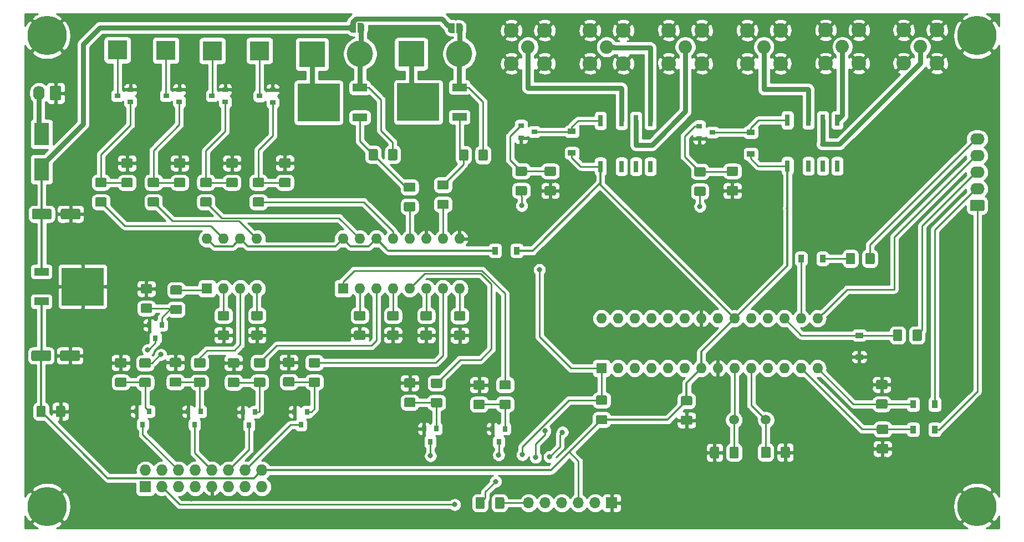
<source format=gbr>
G04 #@! TF.GenerationSoftware,KiCad,Pcbnew,(5.1.2-1)-1*
G04 #@! TF.CreationDate,2019-06-29T21:01:08+01:00*
G04 #@! TF.ProjectId,K3S_Seq_IF_Sw,4b33535f-5365-4715-9f49-465f53772e6b,rev?*
G04 #@! TF.SameCoordinates,Original*
G04 #@! TF.FileFunction,Copper,L1,Top*
G04 #@! TF.FilePolarity,Positive*
%FSLAX46Y46*%
G04 Gerber Fmt 4.6, Leading zero omitted, Abs format (unit mm)*
G04 Created by KiCad (PCBNEW (5.1.2-1)-1) date 2019-06-29 21:01:08*
%MOMM*%
%LPD*%
G04 APERTURE LIST*
%ADD10R,4.000000X4.000000*%
%ADD11R,3.000000X3.000000*%
%ADD12C,0.100000*%
%ADD13C,1.425000*%
%ADD14C,1.600000*%
%ADD15R,0.900000X1.200000*%
%ADD16R,2.300000X3.500000*%
%ADD17R,1.200000X0.900000*%
%ADD18C,1.740000*%
%ADD19O,2.200000X1.740000*%
%ADD20R,1.727200X1.727200*%
%ADD21O,1.727200X1.727200*%
%ADD22C,4.000500*%
%ADD23O,1.740000X2.200000*%
%ADD24C,0.500000*%
%ADD25R,0.800000X1.800000*%
%ADD26R,0.900000X0.800000*%
%ADD27R,0.800000X0.900000*%
%ADD28R,1.600000X1.600000*%
%ADD29O,1.600000X1.600000*%
%ADD30R,2.200000X1.200000*%
%ADD31R,6.400000X5.800000*%
%ADD32C,1.500000*%
%ADD33C,6.000000*%
%ADD34R,1.700000X1.700000*%
%ADD35O,1.700000X1.700000*%
%ADD36C,2.250000*%
%ADD37C,2.050000*%
%ADD38C,0.800000*%
%ADD39C,0.250000*%
%ADD40C,0.300000*%
%ADD41C,0.781000*%
%ADD42C,0.254000*%
G04 APERTURE END LIST*
D10*
X99600000Y-66800000D03*
D11*
X76450000Y-66300000D03*
X62140000Y-66250000D03*
D10*
X84450000Y-66850000D03*
D11*
X69220000Y-66310000D03*
X54730000Y-66200000D03*
D12*
G36*
X142299504Y-122103704D02*
G01*
X142323773Y-122107304D01*
X142347571Y-122113265D01*
X142370671Y-122121530D01*
X142392849Y-122132020D01*
X142413893Y-122144633D01*
X142433598Y-122159247D01*
X142451777Y-122175723D01*
X142468253Y-122193902D01*
X142482867Y-122213607D01*
X142495480Y-122234651D01*
X142505970Y-122256829D01*
X142514235Y-122279929D01*
X142520196Y-122303727D01*
X142523796Y-122327996D01*
X142525000Y-122352500D01*
X142525000Y-123277500D01*
X142523796Y-123302004D01*
X142520196Y-123326273D01*
X142514235Y-123350071D01*
X142505970Y-123373171D01*
X142495480Y-123395349D01*
X142482867Y-123416393D01*
X142468253Y-123436098D01*
X142451777Y-123454277D01*
X142433598Y-123470753D01*
X142413893Y-123485367D01*
X142392849Y-123497980D01*
X142370671Y-123508470D01*
X142347571Y-123516735D01*
X142323773Y-123522696D01*
X142299504Y-123526296D01*
X142275000Y-123527500D01*
X141025000Y-123527500D01*
X141000496Y-123526296D01*
X140976227Y-123522696D01*
X140952429Y-123516735D01*
X140929329Y-123508470D01*
X140907151Y-123497980D01*
X140886107Y-123485367D01*
X140866402Y-123470753D01*
X140848223Y-123454277D01*
X140831747Y-123436098D01*
X140817133Y-123416393D01*
X140804520Y-123395349D01*
X140794030Y-123373171D01*
X140785765Y-123350071D01*
X140779804Y-123326273D01*
X140776204Y-123302004D01*
X140775000Y-123277500D01*
X140775000Y-122352500D01*
X140776204Y-122327996D01*
X140779804Y-122303727D01*
X140785765Y-122279929D01*
X140794030Y-122256829D01*
X140804520Y-122234651D01*
X140817133Y-122213607D01*
X140831747Y-122193902D01*
X140848223Y-122175723D01*
X140866402Y-122159247D01*
X140886107Y-122144633D01*
X140907151Y-122132020D01*
X140929329Y-122121530D01*
X140952429Y-122113265D01*
X140976227Y-122107304D01*
X141000496Y-122103704D01*
X141025000Y-122102500D01*
X142275000Y-122102500D01*
X142299504Y-122103704D01*
X142299504Y-122103704D01*
G37*
D13*
X141650000Y-122815000D03*
D12*
G36*
X142299504Y-119128704D02*
G01*
X142323773Y-119132304D01*
X142347571Y-119138265D01*
X142370671Y-119146530D01*
X142392849Y-119157020D01*
X142413893Y-119169633D01*
X142433598Y-119184247D01*
X142451777Y-119200723D01*
X142468253Y-119218902D01*
X142482867Y-119238607D01*
X142495480Y-119259651D01*
X142505970Y-119281829D01*
X142514235Y-119304929D01*
X142520196Y-119328727D01*
X142523796Y-119352996D01*
X142525000Y-119377500D01*
X142525000Y-120302500D01*
X142523796Y-120327004D01*
X142520196Y-120351273D01*
X142514235Y-120375071D01*
X142505970Y-120398171D01*
X142495480Y-120420349D01*
X142482867Y-120441393D01*
X142468253Y-120461098D01*
X142451777Y-120479277D01*
X142433598Y-120495753D01*
X142413893Y-120510367D01*
X142392849Y-120522980D01*
X142370671Y-120533470D01*
X142347571Y-120541735D01*
X142323773Y-120547696D01*
X142299504Y-120551296D01*
X142275000Y-120552500D01*
X141025000Y-120552500D01*
X141000496Y-120551296D01*
X140976227Y-120547696D01*
X140952429Y-120541735D01*
X140929329Y-120533470D01*
X140907151Y-120522980D01*
X140886107Y-120510367D01*
X140866402Y-120495753D01*
X140848223Y-120479277D01*
X140831747Y-120461098D01*
X140817133Y-120441393D01*
X140804520Y-120420349D01*
X140794030Y-120398171D01*
X140785765Y-120375071D01*
X140779804Y-120351273D01*
X140776204Y-120327004D01*
X140775000Y-120302500D01*
X140775000Y-119377500D01*
X140776204Y-119352996D01*
X140779804Y-119328727D01*
X140785765Y-119304929D01*
X140794030Y-119281829D01*
X140804520Y-119259651D01*
X140817133Y-119238607D01*
X140831747Y-119218902D01*
X140848223Y-119200723D01*
X140866402Y-119184247D01*
X140886107Y-119169633D01*
X140907151Y-119157020D01*
X140929329Y-119146530D01*
X140952429Y-119138265D01*
X140976227Y-119132304D01*
X141000496Y-119128704D01*
X141025000Y-119127500D01*
X142275000Y-119127500D01*
X142299504Y-119128704D01*
X142299504Y-119128704D01*
G37*
D13*
X141650000Y-119840000D03*
D12*
G36*
X146424004Y-126884204D02*
G01*
X146448273Y-126887804D01*
X146472071Y-126893765D01*
X146495171Y-126902030D01*
X146517349Y-126912520D01*
X146538393Y-126925133D01*
X146558098Y-126939747D01*
X146576277Y-126956223D01*
X146592753Y-126974402D01*
X146607367Y-126994107D01*
X146619980Y-127015151D01*
X146630470Y-127037329D01*
X146638735Y-127060429D01*
X146644696Y-127084227D01*
X146648296Y-127108496D01*
X146649500Y-127133000D01*
X146649500Y-128383000D01*
X146648296Y-128407504D01*
X146644696Y-128431773D01*
X146638735Y-128455571D01*
X146630470Y-128478671D01*
X146619980Y-128500849D01*
X146607367Y-128521893D01*
X146592753Y-128541598D01*
X146576277Y-128559777D01*
X146558098Y-128576253D01*
X146538393Y-128590867D01*
X146517349Y-128603480D01*
X146495171Y-128613970D01*
X146472071Y-128622235D01*
X146448273Y-128628196D01*
X146424004Y-128631796D01*
X146399500Y-128633000D01*
X145474500Y-128633000D01*
X145449996Y-128631796D01*
X145425727Y-128628196D01*
X145401929Y-128622235D01*
X145378829Y-128613970D01*
X145356651Y-128603480D01*
X145335607Y-128590867D01*
X145315902Y-128576253D01*
X145297723Y-128559777D01*
X145281247Y-128541598D01*
X145266633Y-128521893D01*
X145254020Y-128500849D01*
X145243530Y-128478671D01*
X145235265Y-128455571D01*
X145229304Y-128431773D01*
X145225704Y-128407504D01*
X145224500Y-128383000D01*
X145224500Y-127133000D01*
X145225704Y-127108496D01*
X145229304Y-127084227D01*
X145235265Y-127060429D01*
X145243530Y-127037329D01*
X145254020Y-127015151D01*
X145266633Y-126994107D01*
X145281247Y-126974402D01*
X145297723Y-126956223D01*
X145315902Y-126939747D01*
X145335607Y-126925133D01*
X145356651Y-126912520D01*
X145378829Y-126902030D01*
X145401929Y-126893765D01*
X145425727Y-126887804D01*
X145449996Y-126884204D01*
X145474500Y-126883000D01*
X146399500Y-126883000D01*
X146424004Y-126884204D01*
X146424004Y-126884204D01*
G37*
D13*
X145937000Y-127758000D03*
D12*
G36*
X149399004Y-126884204D02*
G01*
X149423273Y-126887804D01*
X149447071Y-126893765D01*
X149470171Y-126902030D01*
X149492349Y-126912520D01*
X149513393Y-126925133D01*
X149533098Y-126939747D01*
X149551277Y-126956223D01*
X149567753Y-126974402D01*
X149582367Y-126994107D01*
X149594980Y-127015151D01*
X149605470Y-127037329D01*
X149613735Y-127060429D01*
X149619696Y-127084227D01*
X149623296Y-127108496D01*
X149624500Y-127133000D01*
X149624500Y-128383000D01*
X149623296Y-128407504D01*
X149619696Y-128431773D01*
X149613735Y-128455571D01*
X149605470Y-128478671D01*
X149594980Y-128500849D01*
X149582367Y-128521893D01*
X149567753Y-128541598D01*
X149551277Y-128559777D01*
X149533098Y-128576253D01*
X149513393Y-128590867D01*
X149492349Y-128603480D01*
X149470171Y-128613970D01*
X149447071Y-128622235D01*
X149423273Y-128628196D01*
X149399004Y-128631796D01*
X149374500Y-128633000D01*
X148449500Y-128633000D01*
X148424996Y-128631796D01*
X148400727Y-128628196D01*
X148376929Y-128622235D01*
X148353829Y-128613970D01*
X148331651Y-128603480D01*
X148310607Y-128590867D01*
X148290902Y-128576253D01*
X148272723Y-128559777D01*
X148256247Y-128541598D01*
X148241633Y-128521893D01*
X148229020Y-128500849D01*
X148218530Y-128478671D01*
X148210265Y-128455571D01*
X148204304Y-128431773D01*
X148200704Y-128407504D01*
X148199500Y-128383000D01*
X148199500Y-127133000D01*
X148200704Y-127108496D01*
X148204304Y-127084227D01*
X148210265Y-127060429D01*
X148218530Y-127037329D01*
X148229020Y-127015151D01*
X148241633Y-126994107D01*
X148256247Y-126974402D01*
X148272723Y-126956223D01*
X148290902Y-126939747D01*
X148310607Y-126925133D01*
X148331651Y-126912520D01*
X148353829Y-126902030D01*
X148376929Y-126893765D01*
X148400727Y-126887804D01*
X148424996Y-126884204D01*
X148449500Y-126883000D01*
X149374500Y-126883000D01*
X149399004Y-126884204D01*
X149399004Y-126884204D01*
G37*
D13*
X148912000Y-127758000D03*
D12*
G36*
X154239004Y-126858204D02*
G01*
X154263273Y-126861804D01*
X154287071Y-126867765D01*
X154310171Y-126876030D01*
X154332349Y-126886520D01*
X154353393Y-126899133D01*
X154373098Y-126913747D01*
X154391277Y-126930223D01*
X154407753Y-126948402D01*
X154422367Y-126968107D01*
X154434980Y-126989151D01*
X154445470Y-127011329D01*
X154453735Y-127034429D01*
X154459696Y-127058227D01*
X154463296Y-127082496D01*
X154464500Y-127107000D01*
X154464500Y-128357000D01*
X154463296Y-128381504D01*
X154459696Y-128405773D01*
X154453735Y-128429571D01*
X154445470Y-128452671D01*
X154434980Y-128474849D01*
X154422367Y-128495893D01*
X154407753Y-128515598D01*
X154391277Y-128533777D01*
X154373098Y-128550253D01*
X154353393Y-128564867D01*
X154332349Y-128577480D01*
X154310171Y-128587970D01*
X154287071Y-128596235D01*
X154263273Y-128602196D01*
X154239004Y-128605796D01*
X154214500Y-128607000D01*
X153289500Y-128607000D01*
X153264996Y-128605796D01*
X153240727Y-128602196D01*
X153216929Y-128596235D01*
X153193829Y-128587970D01*
X153171651Y-128577480D01*
X153150607Y-128564867D01*
X153130902Y-128550253D01*
X153112723Y-128533777D01*
X153096247Y-128515598D01*
X153081633Y-128495893D01*
X153069020Y-128474849D01*
X153058530Y-128452671D01*
X153050265Y-128429571D01*
X153044304Y-128405773D01*
X153040704Y-128381504D01*
X153039500Y-128357000D01*
X153039500Y-127107000D01*
X153040704Y-127082496D01*
X153044304Y-127058227D01*
X153050265Y-127034429D01*
X153058530Y-127011329D01*
X153069020Y-126989151D01*
X153081633Y-126968107D01*
X153096247Y-126948402D01*
X153112723Y-126930223D01*
X153130902Y-126913747D01*
X153150607Y-126899133D01*
X153171651Y-126886520D01*
X153193829Y-126876030D01*
X153216929Y-126867765D01*
X153240727Y-126861804D01*
X153264996Y-126858204D01*
X153289500Y-126857000D01*
X154214500Y-126857000D01*
X154239004Y-126858204D01*
X154239004Y-126858204D01*
G37*
D13*
X153752000Y-127732000D03*
D12*
G36*
X157214004Y-126858204D02*
G01*
X157238273Y-126861804D01*
X157262071Y-126867765D01*
X157285171Y-126876030D01*
X157307349Y-126886520D01*
X157328393Y-126899133D01*
X157348098Y-126913747D01*
X157366277Y-126930223D01*
X157382753Y-126948402D01*
X157397367Y-126968107D01*
X157409980Y-126989151D01*
X157420470Y-127011329D01*
X157428735Y-127034429D01*
X157434696Y-127058227D01*
X157438296Y-127082496D01*
X157439500Y-127107000D01*
X157439500Y-128357000D01*
X157438296Y-128381504D01*
X157434696Y-128405773D01*
X157428735Y-128429571D01*
X157420470Y-128452671D01*
X157409980Y-128474849D01*
X157397367Y-128495893D01*
X157382753Y-128515598D01*
X157366277Y-128533777D01*
X157348098Y-128550253D01*
X157328393Y-128564867D01*
X157307349Y-128577480D01*
X157285171Y-128587970D01*
X157262071Y-128596235D01*
X157238273Y-128602196D01*
X157214004Y-128605796D01*
X157189500Y-128607000D01*
X156264500Y-128607000D01*
X156239996Y-128605796D01*
X156215727Y-128602196D01*
X156191929Y-128596235D01*
X156168829Y-128587970D01*
X156146651Y-128577480D01*
X156125607Y-128564867D01*
X156105902Y-128550253D01*
X156087723Y-128533777D01*
X156071247Y-128515598D01*
X156056633Y-128495893D01*
X156044020Y-128474849D01*
X156033530Y-128452671D01*
X156025265Y-128429571D01*
X156019304Y-128405773D01*
X156015704Y-128381504D01*
X156014500Y-128357000D01*
X156014500Y-127107000D01*
X156015704Y-127082496D01*
X156019304Y-127058227D01*
X156025265Y-127034429D01*
X156033530Y-127011329D01*
X156044020Y-126989151D01*
X156056633Y-126968107D01*
X156071247Y-126948402D01*
X156087723Y-126930223D01*
X156105902Y-126913747D01*
X156125607Y-126899133D01*
X156146651Y-126886520D01*
X156168829Y-126876030D01*
X156191929Y-126867765D01*
X156215727Y-126861804D01*
X156239996Y-126858204D01*
X156264500Y-126857000D01*
X157189500Y-126857000D01*
X157214004Y-126858204D01*
X157214004Y-126858204D01*
G37*
D13*
X156727000Y-127732000D03*
D12*
G36*
X48854504Y-90481204D02*
G01*
X48878773Y-90484804D01*
X48902571Y-90490765D01*
X48925671Y-90499030D01*
X48947849Y-90509520D01*
X48968893Y-90522133D01*
X48988598Y-90536747D01*
X49006777Y-90553223D01*
X49023253Y-90571402D01*
X49037867Y-90591107D01*
X49050480Y-90612151D01*
X49060970Y-90634329D01*
X49069235Y-90657429D01*
X49075196Y-90681227D01*
X49078796Y-90705496D01*
X49080000Y-90730000D01*
X49080000Y-91830000D01*
X49078796Y-91854504D01*
X49075196Y-91878773D01*
X49069235Y-91902571D01*
X49060970Y-91925671D01*
X49050480Y-91947849D01*
X49037867Y-91968893D01*
X49023253Y-91988598D01*
X49006777Y-92006777D01*
X48988598Y-92023253D01*
X48968893Y-92037867D01*
X48947849Y-92050480D01*
X48925671Y-92060970D01*
X48902571Y-92069235D01*
X48878773Y-92075196D01*
X48854504Y-92078796D01*
X48830000Y-92080000D01*
X46330000Y-92080000D01*
X46305496Y-92078796D01*
X46281227Y-92075196D01*
X46257429Y-92069235D01*
X46234329Y-92060970D01*
X46212151Y-92050480D01*
X46191107Y-92037867D01*
X46171402Y-92023253D01*
X46153223Y-92006777D01*
X46136747Y-91988598D01*
X46122133Y-91968893D01*
X46109520Y-91947849D01*
X46099030Y-91925671D01*
X46090765Y-91902571D01*
X46084804Y-91878773D01*
X46081204Y-91854504D01*
X46080000Y-91830000D01*
X46080000Y-90730000D01*
X46081204Y-90705496D01*
X46084804Y-90681227D01*
X46090765Y-90657429D01*
X46099030Y-90634329D01*
X46109520Y-90612151D01*
X46122133Y-90591107D01*
X46136747Y-90571402D01*
X46153223Y-90553223D01*
X46171402Y-90536747D01*
X46191107Y-90522133D01*
X46212151Y-90509520D01*
X46234329Y-90499030D01*
X46257429Y-90490765D01*
X46281227Y-90484804D01*
X46305496Y-90481204D01*
X46330000Y-90480000D01*
X48830000Y-90480000D01*
X48854504Y-90481204D01*
X48854504Y-90481204D01*
G37*
D14*
X47580000Y-91280000D03*
D12*
G36*
X44454504Y-90481204D02*
G01*
X44478773Y-90484804D01*
X44502571Y-90490765D01*
X44525671Y-90499030D01*
X44547849Y-90509520D01*
X44568893Y-90522133D01*
X44588598Y-90536747D01*
X44606777Y-90553223D01*
X44623253Y-90571402D01*
X44637867Y-90591107D01*
X44650480Y-90612151D01*
X44660970Y-90634329D01*
X44669235Y-90657429D01*
X44675196Y-90681227D01*
X44678796Y-90705496D01*
X44680000Y-90730000D01*
X44680000Y-91830000D01*
X44678796Y-91854504D01*
X44675196Y-91878773D01*
X44669235Y-91902571D01*
X44660970Y-91925671D01*
X44650480Y-91947849D01*
X44637867Y-91968893D01*
X44623253Y-91988598D01*
X44606777Y-92006777D01*
X44588598Y-92023253D01*
X44568893Y-92037867D01*
X44547849Y-92050480D01*
X44525671Y-92060970D01*
X44502571Y-92069235D01*
X44478773Y-92075196D01*
X44454504Y-92078796D01*
X44430000Y-92080000D01*
X41930000Y-92080000D01*
X41905496Y-92078796D01*
X41881227Y-92075196D01*
X41857429Y-92069235D01*
X41834329Y-92060970D01*
X41812151Y-92050480D01*
X41791107Y-92037867D01*
X41771402Y-92023253D01*
X41753223Y-92006777D01*
X41736747Y-91988598D01*
X41722133Y-91968893D01*
X41709520Y-91947849D01*
X41699030Y-91925671D01*
X41690765Y-91902571D01*
X41684804Y-91878773D01*
X41681204Y-91854504D01*
X41680000Y-91830000D01*
X41680000Y-90730000D01*
X41681204Y-90705496D01*
X41684804Y-90681227D01*
X41690765Y-90657429D01*
X41699030Y-90634329D01*
X41709520Y-90612151D01*
X41722133Y-90591107D01*
X41736747Y-90571402D01*
X41753223Y-90553223D01*
X41771402Y-90536747D01*
X41791107Y-90522133D01*
X41812151Y-90509520D01*
X41834329Y-90499030D01*
X41857429Y-90490765D01*
X41881227Y-90484804D01*
X41905496Y-90481204D01*
X41930000Y-90480000D01*
X44430000Y-90480000D01*
X44454504Y-90481204D01*
X44454504Y-90481204D01*
G37*
D14*
X43180000Y-91280000D03*
D12*
G36*
X44364504Y-112141204D02*
G01*
X44388773Y-112144804D01*
X44412571Y-112150765D01*
X44435671Y-112159030D01*
X44457849Y-112169520D01*
X44478893Y-112182133D01*
X44498598Y-112196747D01*
X44516777Y-112213223D01*
X44533253Y-112231402D01*
X44547867Y-112251107D01*
X44560480Y-112272151D01*
X44570970Y-112294329D01*
X44579235Y-112317429D01*
X44585196Y-112341227D01*
X44588796Y-112365496D01*
X44590000Y-112390000D01*
X44590000Y-113490000D01*
X44588796Y-113514504D01*
X44585196Y-113538773D01*
X44579235Y-113562571D01*
X44570970Y-113585671D01*
X44560480Y-113607849D01*
X44547867Y-113628893D01*
X44533253Y-113648598D01*
X44516777Y-113666777D01*
X44498598Y-113683253D01*
X44478893Y-113697867D01*
X44457849Y-113710480D01*
X44435671Y-113720970D01*
X44412571Y-113729235D01*
X44388773Y-113735196D01*
X44364504Y-113738796D01*
X44340000Y-113740000D01*
X41840000Y-113740000D01*
X41815496Y-113738796D01*
X41791227Y-113735196D01*
X41767429Y-113729235D01*
X41744329Y-113720970D01*
X41722151Y-113710480D01*
X41701107Y-113697867D01*
X41681402Y-113683253D01*
X41663223Y-113666777D01*
X41646747Y-113648598D01*
X41632133Y-113628893D01*
X41619520Y-113607849D01*
X41609030Y-113585671D01*
X41600765Y-113562571D01*
X41594804Y-113538773D01*
X41591204Y-113514504D01*
X41590000Y-113490000D01*
X41590000Y-112390000D01*
X41591204Y-112365496D01*
X41594804Y-112341227D01*
X41600765Y-112317429D01*
X41609030Y-112294329D01*
X41619520Y-112272151D01*
X41632133Y-112251107D01*
X41646747Y-112231402D01*
X41663223Y-112213223D01*
X41681402Y-112196747D01*
X41701107Y-112182133D01*
X41722151Y-112169520D01*
X41744329Y-112159030D01*
X41767429Y-112150765D01*
X41791227Y-112144804D01*
X41815496Y-112141204D01*
X41840000Y-112140000D01*
X44340000Y-112140000D01*
X44364504Y-112141204D01*
X44364504Y-112141204D01*
G37*
D14*
X43090000Y-112940000D03*
D12*
G36*
X48764504Y-112141204D02*
G01*
X48788773Y-112144804D01*
X48812571Y-112150765D01*
X48835671Y-112159030D01*
X48857849Y-112169520D01*
X48878893Y-112182133D01*
X48898598Y-112196747D01*
X48916777Y-112213223D01*
X48933253Y-112231402D01*
X48947867Y-112251107D01*
X48960480Y-112272151D01*
X48970970Y-112294329D01*
X48979235Y-112317429D01*
X48985196Y-112341227D01*
X48988796Y-112365496D01*
X48990000Y-112390000D01*
X48990000Y-113490000D01*
X48988796Y-113514504D01*
X48985196Y-113538773D01*
X48979235Y-113562571D01*
X48970970Y-113585671D01*
X48960480Y-113607849D01*
X48947867Y-113628893D01*
X48933253Y-113648598D01*
X48916777Y-113666777D01*
X48898598Y-113683253D01*
X48878893Y-113697867D01*
X48857849Y-113710480D01*
X48835671Y-113720970D01*
X48812571Y-113729235D01*
X48788773Y-113735196D01*
X48764504Y-113738796D01*
X48740000Y-113740000D01*
X46240000Y-113740000D01*
X46215496Y-113738796D01*
X46191227Y-113735196D01*
X46167429Y-113729235D01*
X46144329Y-113720970D01*
X46122151Y-113710480D01*
X46101107Y-113697867D01*
X46081402Y-113683253D01*
X46063223Y-113666777D01*
X46046747Y-113648598D01*
X46032133Y-113628893D01*
X46019520Y-113607849D01*
X46009030Y-113585671D01*
X46000765Y-113562571D01*
X45994804Y-113538773D01*
X45991204Y-113514504D01*
X45990000Y-113490000D01*
X45990000Y-112390000D01*
X45991204Y-112365496D01*
X45994804Y-112341227D01*
X46000765Y-112317429D01*
X46009030Y-112294329D01*
X46019520Y-112272151D01*
X46032133Y-112251107D01*
X46046747Y-112231402D01*
X46063223Y-112213223D01*
X46081402Y-112196747D01*
X46101107Y-112182133D01*
X46122151Y-112169520D01*
X46144329Y-112159030D01*
X46167429Y-112150765D01*
X46191227Y-112144804D01*
X46215496Y-112141204D01*
X46240000Y-112140000D01*
X48740000Y-112140000D01*
X48764504Y-112141204D01*
X48764504Y-112141204D01*
G37*
D14*
X47490000Y-112940000D03*
D12*
G36*
X43557004Y-120596204D02*
G01*
X43581273Y-120599804D01*
X43605071Y-120605765D01*
X43628171Y-120614030D01*
X43650349Y-120624520D01*
X43671393Y-120637133D01*
X43691098Y-120651747D01*
X43709277Y-120668223D01*
X43725753Y-120686402D01*
X43740367Y-120706107D01*
X43752980Y-120727151D01*
X43763470Y-120749329D01*
X43771735Y-120772429D01*
X43777696Y-120796227D01*
X43781296Y-120820496D01*
X43782500Y-120845000D01*
X43782500Y-122095000D01*
X43781296Y-122119504D01*
X43777696Y-122143773D01*
X43771735Y-122167571D01*
X43763470Y-122190671D01*
X43752980Y-122212849D01*
X43740367Y-122233893D01*
X43725753Y-122253598D01*
X43709277Y-122271777D01*
X43691098Y-122288253D01*
X43671393Y-122302867D01*
X43650349Y-122315480D01*
X43628171Y-122325970D01*
X43605071Y-122334235D01*
X43581273Y-122340196D01*
X43557004Y-122343796D01*
X43532500Y-122345000D01*
X42607500Y-122345000D01*
X42582996Y-122343796D01*
X42558727Y-122340196D01*
X42534929Y-122334235D01*
X42511829Y-122325970D01*
X42489651Y-122315480D01*
X42468607Y-122302867D01*
X42448902Y-122288253D01*
X42430723Y-122271777D01*
X42414247Y-122253598D01*
X42399633Y-122233893D01*
X42387020Y-122212849D01*
X42376530Y-122190671D01*
X42368265Y-122167571D01*
X42362304Y-122143773D01*
X42358704Y-122119504D01*
X42357500Y-122095000D01*
X42357500Y-120845000D01*
X42358704Y-120820496D01*
X42362304Y-120796227D01*
X42368265Y-120772429D01*
X42376530Y-120749329D01*
X42387020Y-120727151D01*
X42399633Y-120706107D01*
X42414247Y-120686402D01*
X42430723Y-120668223D01*
X42448902Y-120651747D01*
X42468607Y-120637133D01*
X42489651Y-120624520D01*
X42511829Y-120614030D01*
X42534929Y-120605765D01*
X42558727Y-120599804D01*
X42582996Y-120596204D01*
X42607500Y-120595000D01*
X43532500Y-120595000D01*
X43557004Y-120596204D01*
X43557004Y-120596204D01*
G37*
D13*
X43070000Y-121470000D03*
D12*
G36*
X46532004Y-120596204D02*
G01*
X46556273Y-120599804D01*
X46580071Y-120605765D01*
X46603171Y-120614030D01*
X46625349Y-120624520D01*
X46646393Y-120637133D01*
X46666098Y-120651747D01*
X46684277Y-120668223D01*
X46700753Y-120686402D01*
X46715367Y-120706107D01*
X46727980Y-120727151D01*
X46738470Y-120749329D01*
X46746735Y-120772429D01*
X46752696Y-120796227D01*
X46756296Y-120820496D01*
X46757500Y-120845000D01*
X46757500Y-122095000D01*
X46756296Y-122119504D01*
X46752696Y-122143773D01*
X46746735Y-122167571D01*
X46738470Y-122190671D01*
X46727980Y-122212849D01*
X46715367Y-122233893D01*
X46700753Y-122253598D01*
X46684277Y-122271777D01*
X46666098Y-122288253D01*
X46646393Y-122302867D01*
X46625349Y-122315480D01*
X46603171Y-122325970D01*
X46580071Y-122334235D01*
X46556273Y-122340196D01*
X46532004Y-122343796D01*
X46507500Y-122345000D01*
X45582500Y-122345000D01*
X45557996Y-122343796D01*
X45533727Y-122340196D01*
X45509929Y-122334235D01*
X45486829Y-122325970D01*
X45464651Y-122315480D01*
X45443607Y-122302867D01*
X45423902Y-122288253D01*
X45405723Y-122271777D01*
X45389247Y-122253598D01*
X45374633Y-122233893D01*
X45362020Y-122212849D01*
X45351530Y-122190671D01*
X45343265Y-122167571D01*
X45337304Y-122143773D01*
X45333704Y-122119504D01*
X45332500Y-122095000D01*
X45332500Y-120845000D01*
X45333704Y-120820496D01*
X45337304Y-120796227D01*
X45343265Y-120772429D01*
X45351530Y-120749329D01*
X45362020Y-120727151D01*
X45374633Y-120706107D01*
X45389247Y-120686402D01*
X45405723Y-120668223D01*
X45423902Y-120651747D01*
X45443607Y-120637133D01*
X45464651Y-120624520D01*
X45486829Y-120614030D01*
X45509929Y-120605765D01*
X45533727Y-120599804D01*
X45557996Y-120596204D01*
X45582500Y-120595000D01*
X46507500Y-120595000D01*
X46532004Y-120596204D01*
X46532004Y-120596204D01*
G37*
D13*
X46045000Y-121470000D03*
D15*
X176260000Y-120380000D03*
X179560000Y-120380000D03*
X179560000Y-124240000D03*
X176260000Y-124240000D03*
D16*
X43160000Y-84460000D03*
X43160000Y-79060000D03*
D17*
X151460000Y-78790000D03*
X151460000Y-82090000D03*
X168040000Y-109820000D03*
X168040000Y-113120000D03*
X124140000Y-81950000D03*
X124140000Y-78650000D03*
D12*
G36*
X186914505Y-89101204D02*
G01*
X186938773Y-89104804D01*
X186962572Y-89110765D01*
X186985671Y-89119030D01*
X187007850Y-89129520D01*
X187028893Y-89142132D01*
X187048599Y-89156747D01*
X187066777Y-89173223D01*
X187083253Y-89191401D01*
X187097868Y-89211107D01*
X187110480Y-89232150D01*
X187120970Y-89254329D01*
X187129235Y-89277428D01*
X187135196Y-89301227D01*
X187138796Y-89325495D01*
X187140000Y-89349999D01*
X187140000Y-90590001D01*
X187138796Y-90614505D01*
X187135196Y-90638773D01*
X187129235Y-90662572D01*
X187120970Y-90685671D01*
X187110480Y-90707850D01*
X187097868Y-90728893D01*
X187083253Y-90748599D01*
X187066777Y-90766777D01*
X187048599Y-90783253D01*
X187028893Y-90797868D01*
X187007850Y-90810480D01*
X186985671Y-90820970D01*
X186962572Y-90829235D01*
X186938773Y-90835196D01*
X186914505Y-90838796D01*
X186890001Y-90840000D01*
X185189999Y-90840000D01*
X185165495Y-90838796D01*
X185141227Y-90835196D01*
X185117428Y-90829235D01*
X185094329Y-90820970D01*
X185072150Y-90810480D01*
X185051107Y-90797868D01*
X185031401Y-90783253D01*
X185013223Y-90766777D01*
X184996747Y-90748599D01*
X184982132Y-90728893D01*
X184969520Y-90707850D01*
X184959030Y-90685671D01*
X184950765Y-90662572D01*
X184944804Y-90638773D01*
X184941204Y-90614505D01*
X184940000Y-90590001D01*
X184940000Y-89349999D01*
X184941204Y-89325495D01*
X184944804Y-89301227D01*
X184950765Y-89277428D01*
X184959030Y-89254329D01*
X184969520Y-89232150D01*
X184982132Y-89211107D01*
X184996747Y-89191401D01*
X185013223Y-89173223D01*
X185031401Y-89156747D01*
X185051107Y-89142132D01*
X185072150Y-89129520D01*
X185094329Y-89119030D01*
X185117428Y-89110765D01*
X185141227Y-89104804D01*
X185165495Y-89101204D01*
X185189999Y-89100000D01*
X186890001Y-89100000D01*
X186914505Y-89101204D01*
X186914505Y-89101204D01*
G37*
D18*
X186040000Y-89970000D03*
D19*
X186040000Y-87430000D03*
X186040000Y-84890000D03*
X186040000Y-82350000D03*
X186040000Y-79810000D03*
D20*
X59000000Y-133000000D03*
D21*
X59000000Y-130460000D03*
X61540000Y-133000000D03*
X61540000Y-130460000D03*
X64080000Y-133000000D03*
X64080000Y-130460000D03*
X66620000Y-133000000D03*
X66620000Y-130460000D03*
X69160000Y-133000000D03*
X69160000Y-130460000D03*
X71700000Y-133000000D03*
X71700000Y-130460000D03*
X74240000Y-133000000D03*
X74240000Y-130460000D03*
X76780000Y-133000000D03*
X76780000Y-130460000D03*
D22*
X106950000Y-66750000D03*
X91800000Y-66750000D03*
D12*
G36*
X45934505Y-71691204D02*
G01*
X45958773Y-71694804D01*
X45982572Y-71700765D01*
X46005671Y-71709030D01*
X46027850Y-71719520D01*
X46048893Y-71732132D01*
X46068599Y-71746747D01*
X46086777Y-71763223D01*
X46103253Y-71781401D01*
X46117868Y-71801107D01*
X46130480Y-71822150D01*
X46140970Y-71844329D01*
X46149235Y-71867428D01*
X46155196Y-71891227D01*
X46158796Y-71915495D01*
X46160000Y-71939999D01*
X46160000Y-73640001D01*
X46158796Y-73664505D01*
X46155196Y-73688773D01*
X46149235Y-73712572D01*
X46140970Y-73735671D01*
X46130480Y-73757850D01*
X46117868Y-73778893D01*
X46103253Y-73798599D01*
X46086777Y-73816777D01*
X46068599Y-73833253D01*
X46048893Y-73847868D01*
X46027850Y-73860480D01*
X46005671Y-73870970D01*
X45982572Y-73879235D01*
X45958773Y-73885196D01*
X45934505Y-73888796D01*
X45910001Y-73890000D01*
X44669999Y-73890000D01*
X44645495Y-73888796D01*
X44621227Y-73885196D01*
X44597428Y-73879235D01*
X44574329Y-73870970D01*
X44552150Y-73860480D01*
X44531107Y-73847868D01*
X44511401Y-73833253D01*
X44493223Y-73816777D01*
X44476747Y-73798599D01*
X44462132Y-73778893D01*
X44449520Y-73757850D01*
X44439030Y-73735671D01*
X44430765Y-73712572D01*
X44424804Y-73688773D01*
X44421204Y-73664505D01*
X44420000Y-73640001D01*
X44420000Y-71939999D01*
X44421204Y-71915495D01*
X44424804Y-71891227D01*
X44430765Y-71867428D01*
X44439030Y-71844329D01*
X44449520Y-71822150D01*
X44462132Y-71801107D01*
X44476747Y-71781401D01*
X44493223Y-71763223D01*
X44511401Y-71746747D01*
X44531107Y-71732132D01*
X44552150Y-71719520D01*
X44574329Y-71709030D01*
X44597428Y-71700765D01*
X44621227Y-71694804D01*
X44645495Y-71691204D01*
X44669999Y-71690000D01*
X45910001Y-71690000D01*
X45934505Y-71691204D01*
X45934505Y-71691204D01*
G37*
D18*
X45290000Y-72790000D03*
D23*
X42750000Y-72790000D03*
D24*
X107000000Y-62850000D03*
D12*
G36*
X107000000Y-62100602D02*
G01*
X107024534Y-62100602D01*
X107073365Y-62105412D01*
X107121490Y-62114984D01*
X107168445Y-62129228D01*
X107213778Y-62148005D01*
X107257051Y-62171136D01*
X107297850Y-62198396D01*
X107335779Y-62229524D01*
X107370476Y-62264221D01*
X107401604Y-62302150D01*
X107428864Y-62342949D01*
X107451995Y-62386222D01*
X107470772Y-62431555D01*
X107485016Y-62478510D01*
X107494588Y-62526635D01*
X107499398Y-62575466D01*
X107499398Y-62600000D01*
X107500000Y-62600000D01*
X107500000Y-63100000D01*
X107499398Y-63100000D01*
X107499398Y-63124534D01*
X107494588Y-63173365D01*
X107485016Y-63221490D01*
X107470772Y-63268445D01*
X107451995Y-63313778D01*
X107428864Y-63357051D01*
X107401604Y-63397850D01*
X107370476Y-63435779D01*
X107335779Y-63470476D01*
X107297850Y-63501604D01*
X107257051Y-63528864D01*
X107213778Y-63551995D01*
X107168445Y-63570772D01*
X107121490Y-63585016D01*
X107073365Y-63594588D01*
X107024534Y-63599398D01*
X107000000Y-63599398D01*
X107000000Y-63600000D01*
X106500000Y-63600000D01*
X106500000Y-62100000D01*
X107000000Y-62100000D01*
X107000000Y-62100602D01*
X107000000Y-62100602D01*
G37*
D24*
X105700000Y-62850000D03*
D12*
G36*
X106200000Y-63600000D02*
G01*
X105700000Y-63600000D01*
X105700000Y-63599398D01*
X105675466Y-63599398D01*
X105626635Y-63594588D01*
X105578510Y-63585016D01*
X105531555Y-63570772D01*
X105486222Y-63551995D01*
X105442949Y-63528864D01*
X105402150Y-63501604D01*
X105364221Y-63470476D01*
X105329524Y-63435779D01*
X105298396Y-63397850D01*
X105271136Y-63357051D01*
X105248005Y-63313778D01*
X105229228Y-63268445D01*
X105214984Y-63221490D01*
X105205412Y-63173365D01*
X105200602Y-63124534D01*
X105200602Y-63100000D01*
X105200000Y-63100000D01*
X105200000Y-62600000D01*
X105200602Y-62600000D01*
X105200602Y-62575466D01*
X105205412Y-62526635D01*
X105214984Y-62478510D01*
X105229228Y-62431555D01*
X105248005Y-62386222D01*
X105271136Y-62342949D01*
X105298396Y-62302150D01*
X105329524Y-62264221D01*
X105364221Y-62229524D01*
X105402150Y-62198396D01*
X105442949Y-62171136D01*
X105486222Y-62148005D01*
X105531555Y-62129228D01*
X105578510Y-62114984D01*
X105626635Y-62105412D01*
X105675466Y-62100602D01*
X105700000Y-62100602D01*
X105700000Y-62100000D01*
X106200000Y-62100000D01*
X106200000Y-63600000D01*
X106200000Y-63600000D01*
G37*
D24*
X90650000Y-62800000D03*
D12*
G36*
X91150000Y-63550000D02*
G01*
X90650000Y-63550000D01*
X90650000Y-63549398D01*
X90625466Y-63549398D01*
X90576635Y-63544588D01*
X90528510Y-63535016D01*
X90481555Y-63520772D01*
X90436222Y-63501995D01*
X90392949Y-63478864D01*
X90352150Y-63451604D01*
X90314221Y-63420476D01*
X90279524Y-63385779D01*
X90248396Y-63347850D01*
X90221136Y-63307051D01*
X90198005Y-63263778D01*
X90179228Y-63218445D01*
X90164984Y-63171490D01*
X90155412Y-63123365D01*
X90150602Y-63074534D01*
X90150602Y-63050000D01*
X90150000Y-63050000D01*
X90150000Y-62550000D01*
X90150602Y-62550000D01*
X90150602Y-62525466D01*
X90155412Y-62476635D01*
X90164984Y-62428510D01*
X90179228Y-62381555D01*
X90198005Y-62336222D01*
X90221136Y-62292949D01*
X90248396Y-62252150D01*
X90279524Y-62214221D01*
X90314221Y-62179524D01*
X90352150Y-62148396D01*
X90392949Y-62121136D01*
X90436222Y-62098005D01*
X90481555Y-62079228D01*
X90528510Y-62064984D01*
X90576635Y-62055412D01*
X90625466Y-62050602D01*
X90650000Y-62050602D01*
X90650000Y-62050000D01*
X91150000Y-62050000D01*
X91150000Y-63550000D01*
X91150000Y-63550000D01*
G37*
D24*
X91950000Y-62800000D03*
D12*
G36*
X91950000Y-62050602D02*
G01*
X91974534Y-62050602D01*
X92023365Y-62055412D01*
X92071490Y-62064984D01*
X92118445Y-62079228D01*
X92163778Y-62098005D01*
X92207051Y-62121136D01*
X92247850Y-62148396D01*
X92285779Y-62179524D01*
X92320476Y-62214221D01*
X92351604Y-62252150D01*
X92378864Y-62292949D01*
X92401995Y-62336222D01*
X92420772Y-62381555D01*
X92435016Y-62428510D01*
X92444588Y-62476635D01*
X92449398Y-62525466D01*
X92449398Y-62550000D01*
X92450000Y-62550000D01*
X92450000Y-63050000D01*
X92449398Y-63050000D01*
X92449398Y-63074534D01*
X92444588Y-63123365D01*
X92435016Y-63171490D01*
X92420772Y-63218445D01*
X92401995Y-63263778D01*
X92378864Y-63307051D01*
X92351604Y-63347850D01*
X92320476Y-63385779D01*
X92285779Y-63420476D01*
X92247850Y-63451604D01*
X92207051Y-63478864D01*
X92163778Y-63501995D01*
X92118445Y-63520772D01*
X92071490Y-63535016D01*
X92023365Y-63544588D01*
X91974534Y-63549398D01*
X91950000Y-63549398D01*
X91950000Y-63550000D01*
X91450000Y-63550000D01*
X91450000Y-62050000D01*
X91950000Y-62050000D01*
X91950000Y-62050602D01*
X91950000Y-62050602D01*
G37*
D25*
X128520000Y-84000000D03*
X131720000Y-84000000D03*
X133920000Y-84000000D03*
X136120000Y-84000000D03*
X136120000Y-77000000D03*
X133920000Y-77000000D03*
X131720000Y-77000000D03*
X128520000Y-77000000D03*
X157060000Y-76920000D03*
X160260000Y-76920000D03*
X162460000Y-76920000D03*
X164660000Y-76920000D03*
X164660000Y-83920000D03*
X162460000Y-83920000D03*
X160260000Y-83920000D03*
X157060000Y-83920000D03*
D26*
X78450000Y-74190000D03*
X78450000Y-72290000D03*
X76450000Y-73240000D03*
X62180000Y-73210000D03*
X64180000Y-72260000D03*
X64180000Y-74160000D03*
D27*
X59560000Y-121450000D03*
X57660000Y-121450000D03*
X58610000Y-123450000D03*
X83700000Y-121530000D03*
X81800000Y-121530000D03*
X82750000Y-123530000D03*
D26*
X69190000Y-73210000D03*
X71190000Y-72260000D03*
X71190000Y-74160000D03*
X54720000Y-73200000D03*
X56720000Y-72250000D03*
X56720000Y-74150000D03*
D27*
X103450000Y-124110000D03*
X101550000Y-124110000D03*
X102500000Y-126110000D03*
D26*
X145600000Y-78780000D03*
X143600000Y-79730000D03*
X143600000Y-77830000D03*
X116390000Y-77740000D03*
X116390000Y-79640000D03*
X118390000Y-78690000D03*
D12*
G36*
X172109504Y-116651204D02*
G01*
X172133773Y-116654804D01*
X172157571Y-116660765D01*
X172180671Y-116669030D01*
X172202849Y-116679520D01*
X172223893Y-116692133D01*
X172243598Y-116706747D01*
X172261777Y-116723223D01*
X172278253Y-116741402D01*
X172292867Y-116761107D01*
X172305480Y-116782151D01*
X172315970Y-116804329D01*
X172324235Y-116827429D01*
X172330196Y-116851227D01*
X172333796Y-116875496D01*
X172335000Y-116900000D01*
X172335000Y-117825000D01*
X172333796Y-117849504D01*
X172330196Y-117873773D01*
X172324235Y-117897571D01*
X172315970Y-117920671D01*
X172305480Y-117942849D01*
X172292867Y-117963893D01*
X172278253Y-117983598D01*
X172261777Y-118001777D01*
X172243598Y-118018253D01*
X172223893Y-118032867D01*
X172202849Y-118045480D01*
X172180671Y-118055970D01*
X172157571Y-118064235D01*
X172133773Y-118070196D01*
X172109504Y-118073796D01*
X172085000Y-118075000D01*
X170835000Y-118075000D01*
X170810496Y-118073796D01*
X170786227Y-118070196D01*
X170762429Y-118064235D01*
X170739329Y-118055970D01*
X170717151Y-118045480D01*
X170696107Y-118032867D01*
X170676402Y-118018253D01*
X170658223Y-118001777D01*
X170641747Y-117983598D01*
X170627133Y-117963893D01*
X170614520Y-117942849D01*
X170604030Y-117920671D01*
X170595765Y-117897571D01*
X170589804Y-117873773D01*
X170586204Y-117849504D01*
X170585000Y-117825000D01*
X170585000Y-116900000D01*
X170586204Y-116875496D01*
X170589804Y-116851227D01*
X170595765Y-116827429D01*
X170604030Y-116804329D01*
X170614520Y-116782151D01*
X170627133Y-116761107D01*
X170641747Y-116741402D01*
X170658223Y-116723223D01*
X170676402Y-116706747D01*
X170696107Y-116692133D01*
X170717151Y-116679520D01*
X170739329Y-116669030D01*
X170762429Y-116660765D01*
X170786227Y-116654804D01*
X170810496Y-116651204D01*
X170835000Y-116650000D01*
X172085000Y-116650000D01*
X172109504Y-116651204D01*
X172109504Y-116651204D01*
G37*
D13*
X171460000Y-117362500D03*
D12*
G36*
X172109504Y-119626204D02*
G01*
X172133773Y-119629804D01*
X172157571Y-119635765D01*
X172180671Y-119644030D01*
X172202849Y-119654520D01*
X172223893Y-119667133D01*
X172243598Y-119681747D01*
X172261777Y-119698223D01*
X172278253Y-119716402D01*
X172292867Y-119736107D01*
X172305480Y-119757151D01*
X172315970Y-119779329D01*
X172324235Y-119802429D01*
X172330196Y-119826227D01*
X172333796Y-119850496D01*
X172335000Y-119875000D01*
X172335000Y-120800000D01*
X172333796Y-120824504D01*
X172330196Y-120848773D01*
X172324235Y-120872571D01*
X172315970Y-120895671D01*
X172305480Y-120917849D01*
X172292867Y-120938893D01*
X172278253Y-120958598D01*
X172261777Y-120976777D01*
X172243598Y-120993253D01*
X172223893Y-121007867D01*
X172202849Y-121020480D01*
X172180671Y-121030970D01*
X172157571Y-121039235D01*
X172133773Y-121045196D01*
X172109504Y-121048796D01*
X172085000Y-121050000D01*
X170835000Y-121050000D01*
X170810496Y-121048796D01*
X170786227Y-121045196D01*
X170762429Y-121039235D01*
X170739329Y-121030970D01*
X170717151Y-121020480D01*
X170696107Y-121007867D01*
X170676402Y-120993253D01*
X170658223Y-120976777D01*
X170641747Y-120958598D01*
X170627133Y-120938893D01*
X170614520Y-120917849D01*
X170604030Y-120895671D01*
X170595765Y-120872571D01*
X170589804Y-120848773D01*
X170586204Y-120824504D01*
X170585000Y-120800000D01*
X170585000Y-119875000D01*
X170586204Y-119850496D01*
X170589804Y-119826227D01*
X170595765Y-119802429D01*
X170604030Y-119779329D01*
X170614520Y-119757151D01*
X170627133Y-119736107D01*
X170641747Y-119716402D01*
X170658223Y-119698223D01*
X170676402Y-119681747D01*
X170696107Y-119667133D01*
X170717151Y-119654520D01*
X170739329Y-119644030D01*
X170762429Y-119635765D01*
X170786227Y-119629804D01*
X170810496Y-119626204D01*
X170835000Y-119625000D01*
X172085000Y-119625000D01*
X172109504Y-119626204D01*
X172109504Y-119626204D01*
G37*
D13*
X171460000Y-120337500D03*
D12*
G36*
X172229504Y-126468704D02*
G01*
X172253773Y-126472304D01*
X172277571Y-126478265D01*
X172300671Y-126486530D01*
X172322849Y-126497020D01*
X172343893Y-126509633D01*
X172363598Y-126524247D01*
X172381777Y-126540723D01*
X172398253Y-126558902D01*
X172412867Y-126578607D01*
X172425480Y-126599651D01*
X172435970Y-126621829D01*
X172444235Y-126644929D01*
X172450196Y-126668727D01*
X172453796Y-126692996D01*
X172455000Y-126717500D01*
X172455000Y-127642500D01*
X172453796Y-127667004D01*
X172450196Y-127691273D01*
X172444235Y-127715071D01*
X172435970Y-127738171D01*
X172425480Y-127760349D01*
X172412867Y-127781393D01*
X172398253Y-127801098D01*
X172381777Y-127819277D01*
X172363598Y-127835753D01*
X172343893Y-127850367D01*
X172322849Y-127862980D01*
X172300671Y-127873470D01*
X172277571Y-127881735D01*
X172253773Y-127887696D01*
X172229504Y-127891296D01*
X172205000Y-127892500D01*
X170955000Y-127892500D01*
X170930496Y-127891296D01*
X170906227Y-127887696D01*
X170882429Y-127881735D01*
X170859329Y-127873470D01*
X170837151Y-127862980D01*
X170816107Y-127850367D01*
X170796402Y-127835753D01*
X170778223Y-127819277D01*
X170761747Y-127801098D01*
X170747133Y-127781393D01*
X170734520Y-127760349D01*
X170724030Y-127738171D01*
X170715765Y-127715071D01*
X170709804Y-127691273D01*
X170706204Y-127667004D01*
X170705000Y-127642500D01*
X170705000Y-126717500D01*
X170706204Y-126692996D01*
X170709804Y-126668727D01*
X170715765Y-126644929D01*
X170724030Y-126621829D01*
X170734520Y-126599651D01*
X170747133Y-126578607D01*
X170761747Y-126558902D01*
X170778223Y-126540723D01*
X170796402Y-126524247D01*
X170816107Y-126509633D01*
X170837151Y-126497020D01*
X170859329Y-126486530D01*
X170882429Y-126478265D01*
X170906227Y-126472304D01*
X170930496Y-126468704D01*
X170955000Y-126467500D01*
X172205000Y-126467500D01*
X172229504Y-126468704D01*
X172229504Y-126468704D01*
G37*
D13*
X171580000Y-127180000D03*
D12*
G36*
X172229504Y-123493704D02*
G01*
X172253773Y-123497304D01*
X172277571Y-123503265D01*
X172300671Y-123511530D01*
X172322849Y-123522020D01*
X172343893Y-123534633D01*
X172363598Y-123549247D01*
X172381777Y-123565723D01*
X172398253Y-123583902D01*
X172412867Y-123603607D01*
X172425480Y-123624651D01*
X172435970Y-123646829D01*
X172444235Y-123669929D01*
X172450196Y-123693727D01*
X172453796Y-123717996D01*
X172455000Y-123742500D01*
X172455000Y-124667500D01*
X172453796Y-124692004D01*
X172450196Y-124716273D01*
X172444235Y-124740071D01*
X172435970Y-124763171D01*
X172425480Y-124785349D01*
X172412867Y-124806393D01*
X172398253Y-124826098D01*
X172381777Y-124844277D01*
X172363598Y-124860753D01*
X172343893Y-124875367D01*
X172322849Y-124887980D01*
X172300671Y-124898470D01*
X172277571Y-124906735D01*
X172253773Y-124912696D01*
X172229504Y-124916296D01*
X172205000Y-124917500D01*
X170955000Y-124917500D01*
X170930496Y-124916296D01*
X170906227Y-124912696D01*
X170882429Y-124906735D01*
X170859329Y-124898470D01*
X170837151Y-124887980D01*
X170816107Y-124875367D01*
X170796402Y-124860753D01*
X170778223Y-124844277D01*
X170761747Y-124826098D01*
X170747133Y-124806393D01*
X170734520Y-124785349D01*
X170724030Y-124763171D01*
X170715765Y-124740071D01*
X170709804Y-124716273D01*
X170706204Y-124692004D01*
X170705000Y-124667500D01*
X170705000Y-123742500D01*
X170706204Y-123717996D01*
X170709804Y-123693727D01*
X170715765Y-123669929D01*
X170724030Y-123646829D01*
X170734520Y-123624651D01*
X170747133Y-123603607D01*
X170761747Y-123583902D01*
X170778223Y-123565723D01*
X170796402Y-123549247D01*
X170816107Y-123534633D01*
X170837151Y-123522020D01*
X170859329Y-123511530D01*
X170882429Y-123503265D01*
X170906227Y-123497304D01*
X170930496Y-123493704D01*
X170955000Y-123492500D01*
X172205000Y-123492500D01*
X172229504Y-123493704D01*
X172229504Y-123493704D01*
G37*
D13*
X171580000Y-124205000D03*
D12*
G36*
X59619504Y-113353704D02*
G01*
X59643773Y-113357304D01*
X59667571Y-113363265D01*
X59690671Y-113371530D01*
X59712849Y-113382020D01*
X59733893Y-113394633D01*
X59753598Y-113409247D01*
X59771777Y-113425723D01*
X59788253Y-113443902D01*
X59802867Y-113463607D01*
X59815480Y-113484651D01*
X59825970Y-113506829D01*
X59834235Y-113529929D01*
X59840196Y-113553727D01*
X59843796Y-113577996D01*
X59845000Y-113602500D01*
X59845000Y-114527500D01*
X59843796Y-114552004D01*
X59840196Y-114576273D01*
X59834235Y-114600071D01*
X59825970Y-114623171D01*
X59815480Y-114645349D01*
X59802867Y-114666393D01*
X59788253Y-114686098D01*
X59771777Y-114704277D01*
X59753598Y-114720753D01*
X59733893Y-114735367D01*
X59712849Y-114747980D01*
X59690671Y-114758470D01*
X59667571Y-114766735D01*
X59643773Y-114772696D01*
X59619504Y-114776296D01*
X59595000Y-114777500D01*
X58345000Y-114777500D01*
X58320496Y-114776296D01*
X58296227Y-114772696D01*
X58272429Y-114766735D01*
X58249329Y-114758470D01*
X58227151Y-114747980D01*
X58206107Y-114735367D01*
X58186402Y-114720753D01*
X58168223Y-114704277D01*
X58151747Y-114686098D01*
X58137133Y-114666393D01*
X58124520Y-114645349D01*
X58114030Y-114623171D01*
X58105765Y-114600071D01*
X58099804Y-114576273D01*
X58096204Y-114552004D01*
X58095000Y-114527500D01*
X58095000Y-113602500D01*
X58096204Y-113577996D01*
X58099804Y-113553727D01*
X58105765Y-113529929D01*
X58114030Y-113506829D01*
X58124520Y-113484651D01*
X58137133Y-113463607D01*
X58151747Y-113443902D01*
X58168223Y-113425723D01*
X58186402Y-113409247D01*
X58206107Y-113394633D01*
X58227151Y-113382020D01*
X58249329Y-113371530D01*
X58272429Y-113363265D01*
X58296227Y-113357304D01*
X58320496Y-113353704D01*
X58345000Y-113352500D01*
X59595000Y-113352500D01*
X59619504Y-113353704D01*
X59619504Y-113353704D01*
G37*
D13*
X58970000Y-114065000D03*
D12*
G36*
X59619504Y-116328704D02*
G01*
X59643773Y-116332304D01*
X59667571Y-116338265D01*
X59690671Y-116346530D01*
X59712849Y-116357020D01*
X59733893Y-116369633D01*
X59753598Y-116384247D01*
X59771777Y-116400723D01*
X59788253Y-116418902D01*
X59802867Y-116438607D01*
X59815480Y-116459651D01*
X59825970Y-116481829D01*
X59834235Y-116504929D01*
X59840196Y-116528727D01*
X59843796Y-116552996D01*
X59845000Y-116577500D01*
X59845000Y-117502500D01*
X59843796Y-117527004D01*
X59840196Y-117551273D01*
X59834235Y-117575071D01*
X59825970Y-117598171D01*
X59815480Y-117620349D01*
X59802867Y-117641393D01*
X59788253Y-117661098D01*
X59771777Y-117679277D01*
X59753598Y-117695753D01*
X59733893Y-117710367D01*
X59712849Y-117722980D01*
X59690671Y-117733470D01*
X59667571Y-117741735D01*
X59643773Y-117747696D01*
X59619504Y-117751296D01*
X59595000Y-117752500D01*
X58345000Y-117752500D01*
X58320496Y-117751296D01*
X58296227Y-117747696D01*
X58272429Y-117741735D01*
X58249329Y-117733470D01*
X58227151Y-117722980D01*
X58206107Y-117710367D01*
X58186402Y-117695753D01*
X58168223Y-117679277D01*
X58151747Y-117661098D01*
X58137133Y-117641393D01*
X58124520Y-117620349D01*
X58114030Y-117598171D01*
X58105765Y-117575071D01*
X58099804Y-117551273D01*
X58096204Y-117527004D01*
X58095000Y-117502500D01*
X58095000Y-116577500D01*
X58096204Y-116552996D01*
X58099804Y-116528727D01*
X58105765Y-116504929D01*
X58114030Y-116481829D01*
X58124520Y-116459651D01*
X58137133Y-116438607D01*
X58151747Y-116418902D01*
X58168223Y-116400723D01*
X58186402Y-116384247D01*
X58206107Y-116369633D01*
X58227151Y-116357020D01*
X58249329Y-116346530D01*
X58272429Y-116338265D01*
X58296227Y-116332304D01*
X58320496Y-116328704D01*
X58345000Y-116327500D01*
X59595000Y-116327500D01*
X59619504Y-116328704D01*
X59619504Y-116328704D01*
G37*
D13*
X58970000Y-117040000D03*
D12*
G36*
X105099504Y-89088704D02*
G01*
X105123773Y-89092304D01*
X105147571Y-89098265D01*
X105170671Y-89106530D01*
X105192849Y-89117020D01*
X105213893Y-89129633D01*
X105233598Y-89144247D01*
X105251777Y-89160723D01*
X105268253Y-89178902D01*
X105282867Y-89198607D01*
X105295480Y-89219651D01*
X105305970Y-89241829D01*
X105314235Y-89264929D01*
X105320196Y-89288727D01*
X105323796Y-89312996D01*
X105325000Y-89337500D01*
X105325000Y-90262500D01*
X105323796Y-90287004D01*
X105320196Y-90311273D01*
X105314235Y-90335071D01*
X105305970Y-90358171D01*
X105295480Y-90380349D01*
X105282867Y-90401393D01*
X105268253Y-90421098D01*
X105251777Y-90439277D01*
X105233598Y-90455753D01*
X105213893Y-90470367D01*
X105192849Y-90482980D01*
X105170671Y-90493470D01*
X105147571Y-90501735D01*
X105123773Y-90507696D01*
X105099504Y-90511296D01*
X105075000Y-90512500D01*
X103825000Y-90512500D01*
X103800496Y-90511296D01*
X103776227Y-90507696D01*
X103752429Y-90501735D01*
X103729329Y-90493470D01*
X103707151Y-90482980D01*
X103686107Y-90470367D01*
X103666402Y-90455753D01*
X103648223Y-90439277D01*
X103631747Y-90421098D01*
X103617133Y-90401393D01*
X103604520Y-90380349D01*
X103594030Y-90358171D01*
X103585765Y-90335071D01*
X103579804Y-90311273D01*
X103576204Y-90287004D01*
X103575000Y-90262500D01*
X103575000Y-89337500D01*
X103576204Y-89312996D01*
X103579804Y-89288727D01*
X103585765Y-89264929D01*
X103594030Y-89241829D01*
X103604520Y-89219651D01*
X103617133Y-89198607D01*
X103631747Y-89178902D01*
X103648223Y-89160723D01*
X103666402Y-89144247D01*
X103686107Y-89129633D01*
X103707151Y-89117020D01*
X103729329Y-89106530D01*
X103752429Y-89098265D01*
X103776227Y-89092304D01*
X103800496Y-89088704D01*
X103825000Y-89087500D01*
X105075000Y-89087500D01*
X105099504Y-89088704D01*
X105099504Y-89088704D01*
G37*
D13*
X104450000Y-89800000D03*
D12*
G36*
X105099504Y-86113704D02*
G01*
X105123773Y-86117304D01*
X105147571Y-86123265D01*
X105170671Y-86131530D01*
X105192849Y-86142020D01*
X105213893Y-86154633D01*
X105233598Y-86169247D01*
X105251777Y-86185723D01*
X105268253Y-86203902D01*
X105282867Y-86223607D01*
X105295480Y-86244651D01*
X105305970Y-86266829D01*
X105314235Y-86289929D01*
X105320196Y-86313727D01*
X105323796Y-86337996D01*
X105325000Y-86362500D01*
X105325000Y-87287500D01*
X105323796Y-87312004D01*
X105320196Y-87336273D01*
X105314235Y-87360071D01*
X105305970Y-87383171D01*
X105295480Y-87405349D01*
X105282867Y-87426393D01*
X105268253Y-87446098D01*
X105251777Y-87464277D01*
X105233598Y-87480753D01*
X105213893Y-87495367D01*
X105192849Y-87507980D01*
X105170671Y-87518470D01*
X105147571Y-87526735D01*
X105123773Y-87532696D01*
X105099504Y-87536296D01*
X105075000Y-87537500D01*
X103825000Y-87537500D01*
X103800496Y-87536296D01*
X103776227Y-87532696D01*
X103752429Y-87526735D01*
X103729329Y-87518470D01*
X103707151Y-87507980D01*
X103686107Y-87495367D01*
X103666402Y-87480753D01*
X103648223Y-87464277D01*
X103631747Y-87446098D01*
X103617133Y-87426393D01*
X103604520Y-87405349D01*
X103594030Y-87383171D01*
X103585765Y-87360071D01*
X103579804Y-87336273D01*
X103576204Y-87312004D01*
X103575000Y-87287500D01*
X103575000Y-86362500D01*
X103576204Y-86337996D01*
X103579804Y-86313727D01*
X103585765Y-86289929D01*
X103594030Y-86266829D01*
X103604520Y-86244651D01*
X103617133Y-86223607D01*
X103631747Y-86203902D01*
X103648223Y-86185723D01*
X103666402Y-86169247D01*
X103686107Y-86154633D01*
X103707151Y-86142020D01*
X103729329Y-86131530D01*
X103752429Y-86123265D01*
X103776227Y-86117304D01*
X103800496Y-86113704D01*
X103825000Y-86112500D01*
X105075000Y-86112500D01*
X105099504Y-86113704D01*
X105099504Y-86113704D01*
G37*
D13*
X104450000Y-86825000D03*
D12*
G36*
X76919504Y-88723704D02*
G01*
X76943773Y-88727304D01*
X76967571Y-88733265D01*
X76990671Y-88741530D01*
X77012849Y-88752020D01*
X77033893Y-88764633D01*
X77053598Y-88779247D01*
X77071777Y-88795723D01*
X77088253Y-88813902D01*
X77102867Y-88833607D01*
X77115480Y-88854651D01*
X77125970Y-88876829D01*
X77134235Y-88899929D01*
X77140196Y-88923727D01*
X77143796Y-88947996D01*
X77145000Y-88972500D01*
X77145000Y-89897500D01*
X77143796Y-89922004D01*
X77140196Y-89946273D01*
X77134235Y-89970071D01*
X77125970Y-89993171D01*
X77115480Y-90015349D01*
X77102867Y-90036393D01*
X77088253Y-90056098D01*
X77071777Y-90074277D01*
X77053598Y-90090753D01*
X77033893Y-90105367D01*
X77012849Y-90117980D01*
X76990671Y-90128470D01*
X76967571Y-90136735D01*
X76943773Y-90142696D01*
X76919504Y-90146296D01*
X76895000Y-90147500D01*
X75645000Y-90147500D01*
X75620496Y-90146296D01*
X75596227Y-90142696D01*
X75572429Y-90136735D01*
X75549329Y-90128470D01*
X75527151Y-90117980D01*
X75506107Y-90105367D01*
X75486402Y-90090753D01*
X75468223Y-90074277D01*
X75451747Y-90056098D01*
X75437133Y-90036393D01*
X75424520Y-90015349D01*
X75414030Y-89993171D01*
X75405765Y-89970071D01*
X75399804Y-89946273D01*
X75396204Y-89922004D01*
X75395000Y-89897500D01*
X75395000Y-88972500D01*
X75396204Y-88947996D01*
X75399804Y-88923727D01*
X75405765Y-88899929D01*
X75414030Y-88876829D01*
X75424520Y-88854651D01*
X75437133Y-88833607D01*
X75451747Y-88813902D01*
X75468223Y-88795723D01*
X75486402Y-88779247D01*
X75506107Y-88764633D01*
X75527151Y-88752020D01*
X75549329Y-88741530D01*
X75572429Y-88733265D01*
X75596227Y-88727304D01*
X75620496Y-88723704D01*
X75645000Y-88722500D01*
X76895000Y-88722500D01*
X76919504Y-88723704D01*
X76919504Y-88723704D01*
G37*
D13*
X76270000Y-89435000D03*
D12*
G36*
X76919504Y-85748704D02*
G01*
X76943773Y-85752304D01*
X76967571Y-85758265D01*
X76990671Y-85766530D01*
X77012849Y-85777020D01*
X77033893Y-85789633D01*
X77053598Y-85804247D01*
X77071777Y-85820723D01*
X77088253Y-85838902D01*
X77102867Y-85858607D01*
X77115480Y-85879651D01*
X77125970Y-85901829D01*
X77134235Y-85924929D01*
X77140196Y-85948727D01*
X77143796Y-85972996D01*
X77145000Y-85997500D01*
X77145000Y-86922500D01*
X77143796Y-86947004D01*
X77140196Y-86971273D01*
X77134235Y-86995071D01*
X77125970Y-87018171D01*
X77115480Y-87040349D01*
X77102867Y-87061393D01*
X77088253Y-87081098D01*
X77071777Y-87099277D01*
X77053598Y-87115753D01*
X77033893Y-87130367D01*
X77012849Y-87142980D01*
X76990671Y-87153470D01*
X76967571Y-87161735D01*
X76943773Y-87167696D01*
X76919504Y-87171296D01*
X76895000Y-87172500D01*
X75645000Y-87172500D01*
X75620496Y-87171296D01*
X75596227Y-87167696D01*
X75572429Y-87161735D01*
X75549329Y-87153470D01*
X75527151Y-87142980D01*
X75506107Y-87130367D01*
X75486402Y-87115753D01*
X75468223Y-87099277D01*
X75451747Y-87081098D01*
X75437133Y-87061393D01*
X75424520Y-87040349D01*
X75414030Y-87018171D01*
X75405765Y-86995071D01*
X75399804Y-86971273D01*
X75396204Y-86947004D01*
X75395000Y-86922500D01*
X75395000Y-85997500D01*
X75396204Y-85972996D01*
X75399804Y-85948727D01*
X75405765Y-85924929D01*
X75414030Y-85901829D01*
X75424520Y-85879651D01*
X75437133Y-85858607D01*
X75451747Y-85838902D01*
X75468223Y-85820723D01*
X75486402Y-85804247D01*
X75506107Y-85789633D01*
X75527151Y-85777020D01*
X75549329Y-85766530D01*
X75572429Y-85758265D01*
X75596227Y-85752304D01*
X75620496Y-85748704D01*
X75645000Y-85747500D01*
X76895000Y-85747500D01*
X76919504Y-85748704D01*
X76919504Y-85748704D01*
G37*
D13*
X76270000Y-86460000D03*
D12*
G36*
X60879504Y-85748704D02*
G01*
X60903773Y-85752304D01*
X60927571Y-85758265D01*
X60950671Y-85766530D01*
X60972849Y-85777020D01*
X60993893Y-85789633D01*
X61013598Y-85804247D01*
X61031777Y-85820723D01*
X61048253Y-85838902D01*
X61062867Y-85858607D01*
X61075480Y-85879651D01*
X61085970Y-85901829D01*
X61094235Y-85924929D01*
X61100196Y-85948727D01*
X61103796Y-85972996D01*
X61105000Y-85997500D01*
X61105000Y-86922500D01*
X61103796Y-86947004D01*
X61100196Y-86971273D01*
X61094235Y-86995071D01*
X61085970Y-87018171D01*
X61075480Y-87040349D01*
X61062867Y-87061393D01*
X61048253Y-87081098D01*
X61031777Y-87099277D01*
X61013598Y-87115753D01*
X60993893Y-87130367D01*
X60972849Y-87142980D01*
X60950671Y-87153470D01*
X60927571Y-87161735D01*
X60903773Y-87167696D01*
X60879504Y-87171296D01*
X60855000Y-87172500D01*
X59605000Y-87172500D01*
X59580496Y-87171296D01*
X59556227Y-87167696D01*
X59532429Y-87161735D01*
X59509329Y-87153470D01*
X59487151Y-87142980D01*
X59466107Y-87130367D01*
X59446402Y-87115753D01*
X59428223Y-87099277D01*
X59411747Y-87081098D01*
X59397133Y-87061393D01*
X59384520Y-87040349D01*
X59374030Y-87018171D01*
X59365765Y-86995071D01*
X59359804Y-86971273D01*
X59356204Y-86947004D01*
X59355000Y-86922500D01*
X59355000Y-85997500D01*
X59356204Y-85972996D01*
X59359804Y-85948727D01*
X59365765Y-85924929D01*
X59374030Y-85901829D01*
X59384520Y-85879651D01*
X59397133Y-85858607D01*
X59411747Y-85838902D01*
X59428223Y-85820723D01*
X59446402Y-85804247D01*
X59466107Y-85789633D01*
X59487151Y-85777020D01*
X59509329Y-85766530D01*
X59532429Y-85758265D01*
X59556227Y-85752304D01*
X59580496Y-85748704D01*
X59605000Y-85747500D01*
X60855000Y-85747500D01*
X60879504Y-85748704D01*
X60879504Y-85748704D01*
G37*
D13*
X60230000Y-86460000D03*
D12*
G36*
X60879504Y-88723704D02*
G01*
X60903773Y-88727304D01*
X60927571Y-88733265D01*
X60950671Y-88741530D01*
X60972849Y-88752020D01*
X60993893Y-88764633D01*
X61013598Y-88779247D01*
X61031777Y-88795723D01*
X61048253Y-88813902D01*
X61062867Y-88833607D01*
X61075480Y-88854651D01*
X61085970Y-88876829D01*
X61094235Y-88899929D01*
X61100196Y-88923727D01*
X61103796Y-88947996D01*
X61105000Y-88972500D01*
X61105000Y-89897500D01*
X61103796Y-89922004D01*
X61100196Y-89946273D01*
X61094235Y-89970071D01*
X61085970Y-89993171D01*
X61075480Y-90015349D01*
X61062867Y-90036393D01*
X61048253Y-90056098D01*
X61031777Y-90074277D01*
X61013598Y-90090753D01*
X60993893Y-90105367D01*
X60972849Y-90117980D01*
X60950671Y-90128470D01*
X60927571Y-90136735D01*
X60903773Y-90142696D01*
X60879504Y-90146296D01*
X60855000Y-90147500D01*
X59605000Y-90147500D01*
X59580496Y-90146296D01*
X59556227Y-90142696D01*
X59532429Y-90136735D01*
X59509329Y-90128470D01*
X59487151Y-90117980D01*
X59466107Y-90105367D01*
X59446402Y-90090753D01*
X59428223Y-90074277D01*
X59411747Y-90056098D01*
X59397133Y-90036393D01*
X59384520Y-90015349D01*
X59374030Y-89993171D01*
X59365765Y-89970071D01*
X59359804Y-89946273D01*
X59356204Y-89922004D01*
X59355000Y-89897500D01*
X59355000Y-88972500D01*
X59356204Y-88947996D01*
X59359804Y-88923727D01*
X59365765Y-88899929D01*
X59374030Y-88876829D01*
X59384520Y-88854651D01*
X59397133Y-88833607D01*
X59411747Y-88813902D01*
X59428223Y-88795723D01*
X59446402Y-88779247D01*
X59466107Y-88764633D01*
X59487151Y-88752020D01*
X59509329Y-88741530D01*
X59532429Y-88733265D01*
X59556227Y-88727304D01*
X59580496Y-88723704D01*
X59605000Y-88722500D01*
X60855000Y-88722500D01*
X60879504Y-88723704D01*
X60879504Y-88723704D01*
G37*
D13*
X60230000Y-89435000D03*
D12*
G36*
X129319504Y-122018704D02*
G01*
X129343773Y-122022304D01*
X129367571Y-122028265D01*
X129390671Y-122036530D01*
X129412849Y-122047020D01*
X129433893Y-122059633D01*
X129453598Y-122074247D01*
X129471777Y-122090723D01*
X129488253Y-122108902D01*
X129502867Y-122128607D01*
X129515480Y-122149651D01*
X129525970Y-122171829D01*
X129534235Y-122194929D01*
X129540196Y-122218727D01*
X129543796Y-122242996D01*
X129545000Y-122267500D01*
X129545000Y-123192500D01*
X129543796Y-123217004D01*
X129540196Y-123241273D01*
X129534235Y-123265071D01*
X129525970Y-123288171D01*
X129515480Y-123310349D01*
X129502867Y-123331393D01*
X129488253Y-123351098D01*
X129471777Y-123369277D01*
X129453598Y-123385753D01*
X129433893Y-123400367D01*
X129412849Y-123412980D01*
X129390671Y-123423470D01*
X129367571Y-123431735D01*
X129343773Y-123437696D01*
X129319504Y-123441296D01*
X129295000Y-123442500D01*
X128045000Y-123442500D01*
X128020496Y-123441296D01*
X127996227Y-123437696D01*
X127972429Y-123431735D01*
X127949329Y-123423470D01*
X127927151Y-123412980D01*
X127906107Y-123400367D01*
X127886402Y-123385753D01*
X127868223Y-123369277D01*
X127851747Y-123351098D01*
X127837133Y-123331393D01*
X127824520Y-123310349D01*
X127814030Y-123288171D01*
X127805765Y-123265071D01*
X127799804Y-123241273D01*
X127796204Y-123217004D01*
X127795000Y-123192500D01*
X127795000Y-122267500D01*
X127796204Y-122242996D01*
X127799804Y-122218727D01*
X127805765Y-122194929D01*
X127814030Y-122171829D01*
X127824520Y-122149651D01*
X127837133Y-122128607D01*
X127851747Y-122108902D01*
X127868223Y-122090723D01*
X127886402Y-122074247D01*
X127906107Y-122059633D01*
X127927151Y-122047020D01*
X127949329Y-122036530D01*
X127972429Y-122028265D01*
X127996227Y-122022304D01*
X128020496Y-122018704D01*
X128045000Y-122017500D01*
X129295000Y-122017500D01*
X129319504Y-122018704D01*
X129319504Y-122018704D01*
G37*
D13*
X128670000Y-122730000D03*
D12*
G36*
X129319504Y-119043704D02*
G01*
X129343773Y-119047304D01*
X129367571Y-119053265D01*
X129390671Y-119061530D01*
X129412849Y-119072020D01*
X129433893Y-119084633D01*
X129453598Y-119099247D01*
X129471777Y-119115723D01*
X129488253Y-119133902D01*
X129502867Y-119153607D01*
X129515480Y-119174651D01*
X129525970Y-119196829D01*
X129534235Y-119219929D01*
X129540196Y-119243727D01*
X129543796Y-119267996D01*
X129545000Y-119292500D01*
X129545000Y-120217500D01*
X129543796Y-120242004D01*
X129540196Y-120266273D01*
X129534235Y-120290071D01*
X129525970Y-120313171D01*
X129515480Y-120335349D01*
X129502867Y-120356393D01*
X129488253Y-120376098D01*
X129471777Y-120394277D01*
X129453598Y-120410753D01*
X129433893Y-120425367D01*
X129412849Y-120437980D01*
X129390671Y-120448470D01*
X129367571Y-120456735D01*
X129343773Y-120462696D01*
X129319504Y-120466296D01*
X129295000Y-120467500D01*
X128045000Y-120467500D01*
X128020496Y-120466296D01*
X127996227Y-120462696D01*
X127972429Y-120456735D01*
X127949329Y-120448470D01*
X127927151Y-120437980D01*
X127906107Y-120425367D01*
X127886402Y-120410753D01*
X127868223Y-120394277D01*
X127851747Y-120376098D01*
X127837133Y-120356393D01*
X127824520Y-120335349D01*
X127814030Y-120313171D01*
X127805765Y-120290071D01*
X127799804Y-120266273D01*
X127796204Y-120242004D01*
X127795000Y-120217500D01*
X127795000Y-119292500D01*
X127796204Y-119267996D01*
X127799804Y-119243727D01*
X127805765Y-119219929D01*
X127814030Y-119196829D01*
X127824520Y-119174651D01*
X127837133Y-119153607D01*
X127851747Y-119133902D01*
X127868223Y-119115723D01*
X127886402Y-119099247D01*
X127906107Y-119084633D01*
X127927151Y-119072020D01*
X127949329Y-119061530D01*
X127972429Y-119053265D01*
X127996227Y-119047304D01*
X128020496Y-119043704D01*
X128045000Y-119042500D01*
X129295000Y-119042500D01*
X129319504Y-119043704D01*
X129319504Y-119043704D01*
G37*
D13*
X128670000Y-119755000D03*
D12*
G36*
X85459504Y-113311204D02*
G01*
X85483773Y-113314804D01*
X85507571Y-113320765D01*
X85530671Y-113329030D01*
X85552849Y-113339520D01*
X85573893Y-113352133D01*
X85593598Y-113366747D01*
X85611777Y-113383223D01*
X85628253Y-113401402D01*
X85642867Y-113421107D01*
X85655480Y-113442151D01*
X85665970Y-113464329D01*
X85674235Y-113487429D01*
X85680196Y-113511227D01*
X85683796Y-113535496D01*
X85685000Y-113560000D01*
X85685000Y-114485000D01*
X85683796Y-114509504D01*
X85680196Y-114533773D01*
X85674235Y-114557571D01*
X85665970Y-114580671D01*
X85655480Y-114602849D01*
X85642867Y-114623893D01*
X85628253Y-114643598D01*
X85611777Y-114661777D01*
X85593598Y-114678253D01*
X85573893Y-114692867D01*
X85552849Y-114705480D01*
X85530671Y-114715970D01*
X85507571Y-114724235D01*
X85483773Y-114730196D01*
X85459504Y-114733796D01*
X85435000Y-114735000D01*
X84185000Y-114735000D01*
X84160496Y-114733796D01*
X84136227Y-114730196D01*
X84112429Y-114724235D01*
X84089329Y-114715970D01*
X84067151Y-114705480D01*
X84046107Y-114692867D01*
X84026402Y-114678253D01*
X84008223Y-114661777D01*
X83991747Y-114643598D01*
X83977133Y-114623893D01*
X83964520Y-114602849D01*
X83954030Y-114580671D01*
X83945765Y-114557571D01*
X83939804Y-114533773D01*
X83936204Y-114509504D01*
X83935000Y-114485000D01*
X83935000Y-113560000D01*
X83936204Y-113535496D01*
X83939804Y-113511227D01*
X83945765Y-113487429D01*
X83954030Y-113464329D01*
X83964520Y-113442151D01*
X83977133Y-113421107D01*
X83991747Y-113401402D01*
X84008223Y-113383223D01*
X84026402Y-113366747D01*
X84046107Y-113352133D01*
X84067151Y-113339520D01*
X84089329Y-113329030D01*
X84112429Y-113320765D01*
X84136227Y-113314804D01*
X84160496Y-113311204D01*
X84185000Y-113310000D01*
X85435000Y-113310000D01*
X85459504Y-113311204D01*
X85459504Y-113311204D01*
G37*
D13*
X84810000Y-114022500D03*
D12*
G36*
X85459504Y-116286204D02*
G01*
X85483773Y-116289804D01*
X85507571Y-116295765D01*
X85530671Y-116304030D01*
X85552849Y-116314520D01*
X85573893Y-116327133D01*
X85593598Y-116341747D01*
X85611777Y-116358223D01*
X85628253Y-116376402D01*
X85642867Y-116396107D01*
X85655480Y-116417151D01*
X85665970Y-116439329D01*
X85674235Y-116462429D01*
X85680196Y-116486227D01*
X85683796Y-116510496D01*
X85685000Y-116535000D01*
X85685000Y-117460000D01*
X85683796Y-117484504D01*
X85680196Y-117508773D01*
X85674235Y-117532571D01*
X85665970Y-117555671D01*
X85655480Y-117577849D01*
X85642867Y-117598893D01*
X85628253Y-117618598D01*
X85611777Y-117636777D01*
X85593598Y-117653253D01*
X85573893Y-117667867D01*
X85552849Y-117680480D01*
X85530671Y-117690970D01*
X85507571Y-117699235D01*
X85483773Y-117705196D01*
X85459504Y-117708796D01*
X85435000Y-117710000D01*
X84185000Y-117710000D01*
X84160496Y-117708796D01*
X84136227Y-117705196D01*
X84112429Y-117699235D01*
X84089329Y-117690970D01*
X84067151Y-117680480D01*
X84046107Y-117667867D01*
X84026402Y-117653253D01*
X84008223Y-117636777D01*
X83991747Y-117618598D01*
X83977133Y-117598893D01*
X83964520Y-117577849D01*
X83954030Y-117555671D01*
X83945765Y-117532571D01*
X83939804Y-117508773D01*
X83936204Y-117484504D01*
X83935000Y-117460000D01*
X83935000Y-116535000D01*
X83936204Y-116510496D01*
X83939804Y-116486227D01*
X83945765Y-116462429D01*
X83954030Y-116439329D01*
X83964520Y-116417151D01*
X83977133Y-116396107D01*
X83991747Y-116376402D01*
X84008223Y-116358223D01*
X84026402Y-116341747D01*
X84046107Y-116327133D01*
X84067151Y-116314520D01*
X84089329Y-116304030D01*
X84112429Y-116295765D01*
X84136227Y-116289804D01*
X84160496Y-116286204D01*
X84185000Y-116285000D01*
X85435000Y-116285000D01*
X85459504Y-116286204D01*
X85459504Y-116286204D01*
G37*
D13*
X84810000Y-116997500D03*
D12*
G36*
X92379504Y-106121204D02*
G01*
X92403773Y-106124804D01*
X92427571Y-106130765D01*
X92450671Y-106139030D01*
X92472849Y-106149520D01*
X92493893Y-106162133D01*
X92513598Y-106176747D01*
X92531777Y-106193223D01*
X92548253Y-106211402D01*
X92562867Y-106231107D01*
X92575480Y-106252151D01*
X92585970Y-106274329D01*
X92594235Y-106297429D01*
X92600196Y-106321227D01*
X92603796Y-106345496D01*
X92605000Y-106370000D01*
X92605000Y-107295000D01*
X92603796Y-107319504D01*
X92600196Y-107343773D01*
X92594235Y-107367571D01*
X92585970Y-107390671D01*
X92575480Y-107412849D01*
X92562867Y-107433893D01*
X92548253Y-107453598D01*
X92531777Y-107471777D01*
X92513598Y-107488253D01*
X92493893Y-107502867D01*
X92472849Y-107515480D01*
X92450671Y-107525970D01*
X92427571Y-107534235D01*
X92403773Y-107540196D01*
X92379504Y-107543796D01*
X92355000Y-107545000D01*
X91105000Y-107545000D01*
X91080496Y-107543796D01*
X91056227Y-107540196D01*
X91032429Y-107534235D01*
X91009329Y-107525970D01*
X90987151Y-107515480D01*
X90966107Y-107502867D01*
X90946402Y-107488253D01*
X90928223Y-107471777D01*
X90911747Y-107453598D01*
X90897133Y-107433893D01*
X90884520Y-107412849D01*
X90874030Y-107390671D01*
X90865765Y-107367571D01*
X90859804Y-107343773D01*
X90856204Y-107319504D01*
X90855000Y-107295000D01*
X90855000Y-106370000D01*
X90856204Y-106345496D01*
X90859804Y-106321227D01*
X90865765Y-106297429D01*
X90874030Y-106274329D01*
X90884520Y-106252151D01*
X90897133Y-106231107D01*
X90911747Y-106211402D01*
X90928223Y-106193223D01*
X90946402Y-106176747D01*
X90966107Y-106162133D01*
X90987151Y-106149520D01*
X91009329Y-106139030D01*
X91032429Y-106130765D01*
X91056227Y-106124804D01*
X91080496Y-106121204D01*
X91105000Y-106120000D01*
X92355000Y-106120000D01*
X92379504Y-106121204D01*
X92379504Y-106121204D01*
G37*
D13*
X91730000Y-106832500D03*
D12*
G36*
X92379504Y-109096204D02*
G01*
X92403773Y-109099804D01*
X92427571Y-109105765D01*
X92450671Y-109114030D01*
X92472849Y-109124520D01*
X92493893Y-109137133D01*
X92513598Y-109151747D01*
X92531777Y-109168223D01*
X92548253Y-109186402D01*
X92562867Y-109206107D01*
X92575480Y-109227151D01*
X92585970Y-109249329D01*
X92594235Y-109272429D01*
X92600196Y-109296227D01*
X92603796Y-109320496D01*
X92605000Y-109345000D01*
X92605000Y-110270000D01*
X92603796Y-110294504D01*
X92600196Y-110318773D01*
X92594235Y-110342571D01*
X92585970Y-110365671D01*
X92575480Y-110387849D01*
X92562867Y-110408893D01*
X92548253Y-110428598D01*
X92531777Y-110446777D01*
X92513598Y-110463253D01*
X92493893Y-110477867D01*
X92472849Y-110490480D01*
X92450671Y-110500970D01*
X92427571Y-110509235D01*
X92403773Y-110515196D01*
X92379504Y-110518796D01*
X92355000Y-110520000D01*
X91105000Y-110520000D01*
X91080496Y-110518796D01*
X91056227Y-110515196D01*
X91032429Y-110509235D01*
X91009329Y-110500970D01*
X90987151Y-110490480D01*
X90966107Y-110477867D01*
X90946402Y-110463253D01*
X90928223Y-110446777D01*
X90911747Y-110428598D01*
X90897133Y-110408893D01*
X90884520Y-110387849D01*
X90874030Y-110365671D01*
X90865765Y-110342571D01*
X90859804Y-110318773D01*
X90856204Y-110294504D01*
X90855000Y-110270000D01*
X90855000Y-109345000D01*
X90856204Y-109320496D01*
X90859804Y-109296227D01*
X90865765Y-109272429D01*
X90874030Y-109249329D01*
X90884520Y-109227151D01*
X90897133Y-109206107D01*
X90911747Y-109186402D01*
X90928223Y-109168223D01*
X90946402Y-109151747D01*
X90966107Y-109137133D01*
X90987151Y-109124520D01*
X91009329Y-109114030D01*
X91032429Y-109105765D01*
X91056227Y-109099804D01*
X91080496Y-109096204D01*
X91105000Y-109095000D01*
X92355000Y-109095000D01*
X92379504Y-109096204D01*
X92379504Y-109096204D01*
G37*
D13*
X91730000Y-109807500D03*
D12*
G36*
X97459504Y-109096204D02*
G01*
X97483773Y-109099804D01*
X97507571Y-109105765D01*
X97530671Y-109114030D01*
X97552849Y-109124520D01*
X97573893Y-109137133D01*
X97593598Y-109151747D01*
X97611777Y-109168223D01*
X97628253Y-109186402D01*
X97642867Y-109206107D01*
X97655480Y-109227151D01*
X97665970Y-109249329D01*
X97674235Y-109272429D01*
X97680196Y-109296227D01*
X97683796Y-109320496D01*
X97685000Y-109345000D01*
X97685000Y-110270000D01*
X97683796Y-110294504D01*
X97680196Y-110318773D01*
X97674235Y-110342571D01*
X97665970Y-110365671D01*
X97655480Y-110387849D01*
X97642867Y-110408893D01*
X97628253Y-110428598D01*
X97611777Y-110446777D01*
X97593598Y-110463253D01*
X97573893Y-110477867D01*
X97552849Y-110490480D01*
X97530671Y-110500970D01*
X97507571Y-110509235D01*
X97483773Y-110515196D01*
X97459504Y-110518796D01*
X97435000Y-110520000D01*
X96185000Y-110520000D01*
X96160496Y-110518796D01*
X96136227Y-110515196D01*
X96112429Y-110509235D01*
X96089329Y-110500970D01*
X96067151Y-110490480D01*
X96046107Y-110477867D01*
X96026402Y-110463253D01*
X96008223Y-110446777D01*
X95991747Y-110428598D01*
X95977133Y-110408893D01*
X95964520Y-110387849D01*
X95954030Y-110365671D01*
X95945765Y-110342571D01*
X95939804Y-110318773D01*
X95936204Y-110294504D01*
X95935000Y-110270000D01*
X95935000Y-109345000D01*
X95936204Y-109320496D01*
X95939804Y-109296227D01*
X95945765Y-109272429D01*
X95954030Y-109249329D01*
X95964520Y-109227151D01*
X95977133Y-109206107D01*
X95991747Y-109186402D01*
X96008223Y-109168223D01*
X96026402Y-109151747D01*
X96046107Y-109137133D01*
X96067151Y-109124520D01*
X96089329Y-109114030D01*
X96112429Y-109105765D01*
X96136227Y-109099804D01*
X96160496Y-109096204D01*
X96185000Y-109095000D01*
X97435000Y-109095000D01*
X97459504Y-109096204D01*
X97459504Y-109096204D01*
G37*
D13*
X96810000Y-109807500D03*
D12*
G36*
X97459504Y-106121204D02*
G01*
X97483773Y-106124804D01*
X97507571Y-106130765D01*
X97530671Y-106139030D01*
X97552849Y-106149520D01*
X97573893Y-106162133D01*
X97593598Y-106176747D01*
X97611777Y-106193223D01*
X97628253Y-106211402D01*
X97642867Y-106231107D01*
X97655480Y-106252151D01*
X97665970Y-106274329D01*
X97674235Y-106297429D01*
X97680196Y-106321227D01*
X97683796Y-106345496D01*
X97685000Y-106370000D01*
X97685000Y-107295000D01*
X97683796Y-107319504D01*
X97680196Y-107343773D01*
X97674235Y-107367571D01*
X97665970Y-107390671D01*
X97655480Y-107412849D01*
X97642867Y-107433893D01*
X97628253Y-107453598D01*
X97611777Y-107471777D01*
X97593598Y-107488253D01*
X97573893Y-107502867D01*
X97552849Y-107515480D01*
X97530671Y-107525970D01*
X97507571Y-107534235D01*
X97483773Y-107540196D01*
X97459504Y-107543796D01*
X97435000Y-107545000D01*
X96185000Y-107545000D01*
X96160496Y-107543796D01*
X96136227Y-107540196D01*
X96112429Y-107534235D01*
X96089329Y-107525970D01*
X96067151Y-107515480D01*
X96046107Y-107502867D01*
X96026402Y-107488253D01*
X96008223Y-107471777D01*
X95991747Y-107453598D01*
X95977133Y-107433893D01*
X95964520Y-107412849D01*
X95954030Y-107390671D01*
X95945765Y-107367571D01*
X95939804Y-107343773D01*
X95936204Y-107319504D01*
X95935000Y-107295000D01*
X95935000Y-106370000D01*
X95936204Y-106345496D01*
X95939804Y-106321227D01*
X95945765Y-106297429D01*
X95954030Y-106274329D01*
X95964520Y-106252151D01*
X95977133Y-106231107D01*
X95991747Y-106211402D01*
X96008223Y-106193223D01*
X96026402Y-106176747D01*
X96046107Y-106162133D01*
X96067151Y-106149520D01*
X96089329Y-106139030D01*
X96112429Y-106130765D01*
X96136227Y-106124804D01*
X96160496Y-106121204D01*
X96185000Y-106120000D01*
X97435000Y-106120000D01*
X97459504Y-106121204D01*
X97459504Y-106121204D01*
G37*
D13*
X96810000Y-106832500D03*
D12*
G36*
X102539504Y-106121204D02*
G01*
X102563773Y-106124804D01*
X102587571Y-106130765D01*
X102610671Y-106139030D01*
X102632849Y-106149520D01*
X102653893Y-106162133D01*
X102673598Y-106176747D01*
X102691777Y-106193223D01*
X102708253Y-106211402D01*
X102722867Y-106231107D01*
X102735480Y-106252151D01*
X102745970Y-106274329D01*
X102754235Y-106297429D01*
X102760196Y-106321227D01*
X102763796Y-106345496D01*
X102765000Y-106370000D01*
X102765000Y-107295000D01*
X102763796Y-107319504D01*
X102760196Y-107343773D01*
X102754235Y-107367571D01*
X102745970Y-107390671D01*
X102735480Y-107412849D01*
X102722867Y-107433893D01*
X102708253Y-107453598D01*
X102691777Y-107471777D01*
X102673598Y-107488253D01*
X102653893Y-107502867D01*
X102632849Y-107515480D01*
X102610671Y-107525970D01*
X102587571Y-107534235D01*
X102563773Y-107540196D01*
X102539504Y-107543796D01*
X102515000Y-107545000D01*
X101265000Y-107545000D01*
X101240496Y-107543796D01*
X101216227Y-107540196D01*
X101192429Y-107534235D01*
X101169329Y-107525970D01*
X101147151Y-107515480D01*
X101126107Y-107502867D01*
X101106402Y-107488253D01*
X101088223Y-107471777D01*
X101071747Y-107453598D01*
X101057133Y-107433893D01*
X101044520Y-107412849D01*
X101034030Y-107390671D01*
X101025765Y-107367571D01*
X101019804Y-107343773D01*
X101016204Y-107319504D01*
X101015000Y-107295000D01*
X101015000Y-106370000D01*
X101016204Y-106345496D01*
X101019804Y-106321227D01*
X101025765Y-106297429D01*
X101034030Y-106274329D01*
X101044520Y-106252151D01*
X101057133Y-106231107D01*
X101071747Y-106211402D01*
X101088223Y-106193223D01*
X101106402Y-106176747D01*
X101126107Y-106162133D01*
X101147151Y-106149520D01*
X101169329Y-106139030D01*
X101192429Y-106130765D01*
X101216227Y-106124804D01*
X101240496Y-106121204D01*
X101265000Y-106120000D01*
X102515000Y-106120000D01*
X102539504Y-106121204D01*
X102539504Y-106121204D01*
G37*
D13*
X101890000Y-106832500D03*
D12*
G36*
X102539504Y-109096204D02*
G01*
X102563773Y-109099804D01*
X102587571Y-109105765D01*
X102610671Y-109114030D01*
X102632849Y-109124520D01*
X102653893Y-109137133D01*
X102673598Y-109151747D01*
X102691777Y-109168223D01*
X102708253Y-109186402D01*
X102722867Y-109206107D01*
X102735480Y-109227151D01*
X102745970Y-109249329D01*
X102754235Y-109272429D01*
X102760196Y-109296227D01*
X102763796Y-109320496D01*
X102765000Y-109345000D01*
X102765000Y-110270000D01*
X102763796Y-110294504D01*
X102760196Y-110318773D01*
X102754235Y-110342571D01*
X102745970Y-110365671D01*
X102735480Y-110387849D01*
X102722867Y-110408893D01*
X102708253Y-110428598D01*
X102691777Y-110446777D01*
X102673598Y-110463253D01*
X102653893Y-110477867D01*
X102632849Y-110490480D01*
X102610671Y-110500970D01*
X102587571Y-110509235D01*
X102563773Y-110515196D01*
X102539504Y-110518796D01*
X102515000Y-110520000D01*
X101265000Y-110520000D01*
X101240496Y-110518796D01*
X101216227Y-110515196D01*
X101192429Y-110509235D01*
X101169329Y-110500970D01*
X101147151Y-110490480D01*
X101126107Y-110477867D01*
X101106402Y-110463253D01*
X101088223Y-110446777D01*
X101071747Y-110428598D01*
X101057133Y-110408893D01*
X101044520Y-110387849D01*
X101034030Y-110365671D01*
X101025765Y-110342571D01*
X101019804Y-110318773D01*
X101016204Y-110294504D01*
X101015000Y-110270000D01*
X101015000Y-109345000D01*
X101016204Y-109320496D01*
X101019804Y-109296227D01*
X101025765Y-109272429D01*
X101034030Y-109249329D01*
X101044520Y-109227151D01*
X101057133Y-109206107D01*
X101071747Y-109186402D01*
X101088223Y-109168223D01*
X101106402Y-109151747D01*
X101126107Y-109137133D01*
X101147151Y-109124520D01*
X101169329Y-109114030D01*
X101192429Y-109105765D01*
X101216227Y-109099804D01*
X101240496Y-109096204D01*
X101265000Y-109095000D01*
X102515000Y-109095000D01*
X102539504Y-109096204D01*
X102539504Y-109096204D01*
G37*
D13*
X101890000Y-109807500D03*
D12*
G36*
X107649504Y-109126204D02*
G01*
X107673773Y-109129804D01*
X107697571Y-109135765D01*
X107720671Y-109144030D01*
X107742849Y-109154520D01*
X107763893Y-109167133D01*
X107783598Y-109181747D01*
X107801777Y-109198223D01*
X107818253Y-109216402D01*
X107832867Y-109236107D01*
X107845480Y-109257151D01*
X107855970Y-109279329D01*
X107864235Y-109302429D01*
X107870196Y-109326227D01*
X107873796Y-109350496D01*
X107875000Y-109375000D01*
X107875000Y-110300000D01*
X107873796Y-110324504D01*
X107870196Y-110348773D01*
X107864235Y-110372571D01*
X107855970Y-110395671D01*
X107845480Y-110417849D01*
X107832867Y-110438893D01*
X107818253Y-110458598D01*
X107801777Y-110476777D01*
X107783598Y-110493253D01*
X107763893Y-110507867D01*
X107742849Y-110520480D01*
X107720671Y-110530970D01*
X107697571Y-110539235D01*
X107673773Y-110545196D01*
X107649504Y-110548796D01*
X107625000Y-110550000D01*
X106375000Y-110550000D01*
X106350496Y-110548796D01*
X106326227Y-110545196D01*
X106302429Y-110539235D01*
X106279329Y-110530970D01*
X106257151Y-110520480D01*
X106236107Y-110507867D01*
X106216402Y-110493253D01*
X106198223Y-110476777D01*
X106181747Y-110458598D01*
X106167133Y-110438893D01*
X106154520Y-110417849D01*
X106144030Y-110395671D01*
X106135765Y-110372571D01*
X106129804Y-110348773D01*
X106126204Y-110324504D01*
X106125000Y-110300000D01*
X106125000Y-109375000D01*
X106126204Y-109350496D01*
X106129804Y-109326227D01*
X106135765Y-109302429D01*
X106144030Y-109279329D01*
X106154520Y-109257151D01*
X106167133Y-109236107D01*
X106181747Y-109216402D01*
X106198223Y-109198223D01*
X106216402Y-109181747D01*
X106236107Y-109167133D01*
X106257151Y-109154520D01*
X106279329Y-109144030D01*
X106302429Y-109135765D01*
X106326227Y-109129804D01*
X106350496Y-109126204D01*
X106375000Y-109125000D01*
X107625000Y-109125000D01*
X107649504Y-109126204D01*
X107649504Y-109126204D01*
G37*
D13*
X107000000Y-109837500D03*
D12*
G36*
X107649504Y-106151204D02*
G01*
X107673773Y-106154804D01*
X107697571Y-106160765D01*
X107720671Y-106169030D01*
X107742849Y-106179520D01*
X107763893Y-106192133D01*
X107783598Y-106206747D01*
X107801777Y-106223223D01*
X107818253Y-106241402D01*
X107832867Y-106261107D01*
X107845480Y-106282151D01*
X107855970Y-106304329D01*
X107864235Y-106327429D01*
X107870196Y-106351227D01*
X107873796Y-106375496D01*
X107875000Y-106400000D01*
X107875000Y-107325000D01*
X107873796Y-107349504D01*
X107870196Y-107373773D01*
X107864235Y-107397571D01*
X107855970Y-107420671D01*
X107845480Y-107442849D01*
X107832867Y-107463893D01*
X107818253Y-107483598D01*
X107801777Y-107501777D01*
X107783598Y-107518253D01*
X107763893Y-107532867D01*
X107742849Y-107545480D01*
X107720671Y-107555970D01*
X107697571Y-107564235D01*
X107673773Y-107570196D01*
X107649504Y-107573796D01*
X107625000Y-107575000D01*
X106375000Y-107575000D01*
X106350496Y-107573796D01*
X106326227Y-107570196D01*
X106302429Y-107564235D01*
X106279329Y-107555970D01*
X106257151Y-107545480D01*
X106236107Y-107532867D01*
X106216402Y-107518253D01*
X106198223Y-107501777D01*
X106181747Y-107483598D01*
X106167133Y-107463893D01*
X106154520Y-107442849D01*
X106144030Y-107420671D01*
X106135765Y-107397571D01*
X106129804Y-107373773D01*
X106126204Y-107349504D01*
X106125000Y-107325000D01*
X106125000Y-106400000D01*
X106126204Y-106375496D01*
X106129804Y-106351227D01*
X106135765Y-106327429D01*
X106144030Y-106304329D01*
X106154520Y-106282151D01*
X106167133Y-106261107D01*
X106181747Y-106241402D01*
X106198223Y-106223223D01*
X106216402Y-106206747D01*
X106236107Y-106192133D01*
X106257151Y-106179520D01*
X106279329Y-106169030D01*
X106302429Y-106160765D01*
X106326227Y-106154804D01*
X106350496Y-106151204D01*
X106375000Y-106150000D01*
X107625000Y-106150000D01*
X107649504Y-106151204D01*
X107649504Y-106151204D01*
G37*
D13*
X107000000Y-106862500D03*
D12*
G36*
X99999504Y-86463704D02*
G01*
X100023773Y-86467304D01*
X100047571Y-86473265D01*
X100070671Y-86481530D01*
X100092849Y-86492020D01*
X100113893Y-86504633D01*
X100133598Y-86519247D01*
X100151777Y-86535723D01*
X100168253Y-86553902D01*
X100182867Y-86573607D01*
X100195480Y-86594651D01*
X100205970Y-86616829D01*
X100214235Y-86639929D01*
X100220196Y-86663727D01*
X100223796Y-86687996D01*
X100225000Y-86712500D01*
X100225000Y-87637500D01*
X100223796Y-87662004D01*
X100220196Y-87686273D01*
X100214235Y-87710071D01*
X100205970Y-87733171D01*
X100195480Y-87755349D01*
X100182867Y-87776393D01*
X100168253Y-87796098D01*
X100151777Y-87814277D01*
X100133598Y-87830753D01*
X100113893Y-87845367D01*
X100092849Y-87857980D01*
X100070671Y-87868470D01*
X100047571Y-87876735D01*
X100023773Y-87882696D01*
X99999504Y-87886296D01*
X99975000Y-87887500D01*
X98725000Y-87887500D01*
X98700496Y-87886296D01*
X98676227Y-87882696D01*
X98652429Y-87876735D01*
X98629329Y-87868470D01*
X98607151Y-87857980D01*
X98586107Y-87845367D01*
X98566402Y-87830753D01*
X98548223Y-87814277D01*
X98531747Y-87796098D01*
X98517133Y-87776393D01*
X98504520Y-87755349D01*
X98494030Y-87733171D01*
X98485765Y-87710071D01*
X98479804Y-87686273D01*
X98476204Y-87662004D01*
X98475000Y-87637500D01*
X98475000Y-86712500D01*
X98476204Y-86687996D01*
X98479804Y-86663727D01*
X98485765Y-86639929D01*
X98494030Y-86616829D01*
X98504520Y-86594651D01*
X98517133Y-86573607D01*
X98531747Y-86553902D01*
X98548223Y-86535723D01*
X98566402Y-86519247D01*
X98586107Y-86504633D01*
X98607151Y-86492020D01*
X98629329Y-86481530D01*
X98652429Y-86473265D01*
X98676227Y-86467304D01*
X98700496Y-86463704D01*
X98725000Y-86462500D01*
X99975000Y-86462500D01*
X99999504Y-86463704D01*
X99999504Y-86463704D01*
G37*
D13*
X99350000Y-87175000D03*
D12*
G36*
X99999504Y-89438704D02*
G01*
X100023773Y-89442304D01*
X100047571Y-89448265D01*
X100070671Y-89456530D01*
X100092849Y-89467020D01*
X100113893Y-89479633D01*
X100133598Y-89494247D01*
X100151777Y-89510723D01*
X100168253Y-89528902D01*
X100182867Y-89548607D01*
X100195480Y-89569651D01*
X100205970Y-89591829D01*
X100214235Y-89614929D01*
X100220196Y-89638727D01*
X100223796Y-89662996D01*
X100225000Y-89687500D01*
X100225000Y-90612500D01*
X100223796Y-90637004D01*
X100220196Y-90661273D01*
X100214235Y-90685071D01*
X100205970Y-90708171D01*
X100195480Y-90730349D01*
X100182867Y-90751393D01*
X100168253Y-90771098D01*
X100151777Y-90789277D01*
X100133598Y-90805753D01*
X100113893Y-90820367D01*
X100092849Y-90832980D01*
X100070671Y-90843470D01*
X100047571Y-90851735D01*
X100023773Y-90857696D01*
X99999504Y-90861296D01*
X99975000Y-90862500D01*
X98725000Y-90862500D01*
X98700496Y-90861296D01*
X98676227Y-90857696D01*
X98652429Y-90851735D01*
X98629329Y-90843470D01*
X98607151Y-90832980D01*
X98586107Y-90820367D01*
X98566402Y-90805753D01*
X98548223Y-90789277D01*
X98531747Y-90771098D01*
X98517133Y-90751393D01*
X98504520Y-90730349D01*
X98494030Y-90708171D01*
X98485765Y-90685071D01*
X98479804Y-90661273D01*
X98476204Y-90637004D01*
X98475000Y-90612500D01*
X98475000Y-89687500D01*
X98476204Y-89662996D01*
X98479804Y-89638727D01*
X98485765Y-89614929D01*
X98494030Y-89591829D01*
X98504520Y-89569651D01*
X98517133Y-89548607D01*
X98531747Y-89528902D01*
X98548223Y-89510723D01*
X98566402Y-89494247D01*
X98586107Y-89479633D01*
X98607151Y-89467020D01*
X98629329Y-89456530D01*
X98652429Y-89448265D01*
X98676227Y-89442304D01*
X98700496Y-89438704D01*
X98725000Y-89437500D01*
X99975000Y-89437500D01*
X99999504Y-89438704D01*
X99999504Y-89438704D01*
G37*
D13*
X99350000Y-90150000D03*
D12*
G36*
X68899504Y-85748704D02*
G01*
X68923773Y-85752304D01*
X68947571Y-85758265D01*
X68970671Y-85766530D01*
X68992849Y-85777020D01*
X69013893Y-85789633D01*
X69033598Y-85804247D01*
X69051777Y-85820723D01*
X69068253Y-85838902D01*
X69082867Y-85858607D01*
X69095480Y-85879651D01*
X69105970Y-85901829D01*
X69114235Y-85924929D01*
X69120196Y-85948727D01*
X69123796Y-85972996D01*
X69125000Y-85997500D01*
X69125000Y-86922500D01*
X69123796Y-86947004D01*
X69120196Y-86971273D01*
X69114235Y-86995071D01*
X69105970Y-87018171D01*
X69095480Y-87040349D01*
X69082867Y-87061393D01*
X69068253Y-87081098D01*
X69051777Y-87099277D01*
X69033598Y-87115753D01*
X69013893Y-87130367D01*
X68992849Y-87142980D01*
X68970671Y-87153470D01*
X68947571Y-87161735D01*
X68923773Y-87167696D01*
X68899504Y-87171296D01*
X68875000Y-87172500D01*
X67625000Y-87172500D01*
X67600496Y-87171296D01*
X67576227Y-87167696D01*
X67552429Y-87161735D01*
X67529329Y-87153470D01*
X67507151Y-87142980D01*
X67486107Y-87130367D01*
X67466402Y-87115753D01*
X67448223Y-87099277D01*
X67431747Y-87081098D01*
X67417133Y-87061393D01*
X67404520Y-87040349D01*
X67394030Y-87018171D01*
X67385765Y-86995071D01*
X67379804Y-86971273D01*
X67376204Y-86947004D01*
X67375000Y-86922500D01*
X67375000Y-85997500D01*
X67376204Y-85972996D01*
X67379804Y-85948727D01*
X67385765Y-85924929D01*
X67394030Y-85901829D01*
X67404520Y-85879651D01*
X67417133Y-85858607D01*
X67431747Y-85838902D01*
X67448223Y-85820723D01*
X67466402Y-85804247D01*
X67486107Y-85789633D01*
X67507151Y-85777020D01*
X67529329Y-85766530D01*
X67552429Y-85758265D01*
X67576227Y-85752304D01*
X67600496Y-85748704D01*
X67625000Y-85747500D01*
X68875000Y-85747500D01*
X68899504Y-85748704D01*
X68899504Y-85748704D01*
G37*
D13*
X68250000Y-86460000D03*
D12*
G36*
X68899504Y-88723704D02*
G01*
X68923773Y-88727304D01*
X68947571Y-88733265D01*
X68970671Y-88741530D01*
X68992849Y-88752020D01*
X69013893Y-88764633D01*
X69033598Y-88779247D01*
X69051777Y-88795723D01*
X69068253Y-88813902D01*
X69082867Y-88833607D01*
X69095480Y-88854651D01*
X69105970Y-88876829D01*
X69114235Y-88899929D01*
X69120196Y-88923727D01*
X69123796Y-88947996D01*
X69125000Y-88972500D01*
X69125000Y-89897500D01*
X69123796Y-89922004D01*
X69120196Y-89946273D01*
X69114235Y-89970071D01*
X69105970Y-89993171D01*
X69095480Y-90015349D01*
X69082867Y-90036393D01*
X69068253Y-90056098D01*
X69051777Y-90074277D01*
X69033598Y-90090753D01*
X69013893Y-90105367D01*
X68992849Y-90117980D01*
X68970671Y-90128470D01*
X68947571Y-90136735D01*
X68923773Y-90142696D01*
X68899504Y-90146296D01*
X68875000Y-90147500D01*
X67625000Y-90147500D01*
X67600496Y-90146296D01*
X67576227Y-90142696D01*
X67552429Y-90136735D01*
X67529329Y-90128470D01*
X67507151Y-90117980D01*
X67486107Y-90105367D01*
X67466402Y-90090753D01*
X67448223Y-90074277D01*
X67431747Y-90056098D01*
X67417133Y-90036393D01*
X67404520Y-90015349D01*
X67394030Y-89993171D01*
X67385765Y-89970071D01*
X67379804Y-89946273D01*
X67376204Y-89922004D01*
X67375000Y-89897500D01*
X67375000Y-88972500D01*
X67376204Y-88947996D01*
X67379804Y-88923727D01*
X67385765Y-88899929D01*
X67394030Y-88876829D01*
X67404520Y-88854651D01*
X67417133Y-88833607D01*
X67431747Y-88813902D01*
X67448223Y-88795723D01*
X67466402Y-88779247D01*
X67486107Y-88764633D01*
X67507151Y-88752020D01*
X67529329Y-88741530D01*
X67552429Y-88733265D01*
X67576227Y-88727304D01*
X67600496Y-88723704D01*
X67625000Y-88722500D01*
X68875000Y-88722500D01*
X68899504Y-88723704D01*
X68899504Y-88723704D01*
G37*
D13*
X68250000Y-89435000D03*
D12*
G36*
X52859504Y-85748704D02*
G01*
X52883773Y-85752304D01*
X52907571Y-85758265D01*
X52930671Y-85766530D01*
X52952849Y-85777020D01*
X52973893Y-85789633D01*
X52993598Y-85804247D01*
X53011777Y-85820723D01*
X53028253Y-85838902D01*
X53042867Y-85858607D01*
X53055480Y-85879651D01*
X53065970Y-85901829D01*
X53074235Y-85924929D01*
X53080196Y-85948727D01*
X53083796Y-85972996D01*
X53085000Y-85997500D01*
X53085000Y-86922500D01*
X53083796Y-86947004D01*
X53080196Y-86971273D01*
X53074235Y-86995071D01*
X53065970Y-87018171D01*
X53055480Y-87040349D01*
X53042867Y-87061393D01*
X53028253Y-87081098D01*
X53011777Y-87099277D01*
X52993598Y-87115753D01*
X52973893Y-87130367D01*
X52952849Y-87142980D01*
X52930671Y-87153470D01*
X52907571Y-87161735D01*
X52883773Y-87167696D01*
X52859504Y-87171296D01*
X52835000Y-87172500D01*
X51585000Y-87172500D01*
X51560496Y-87171296D01*
X51536227Y-87167696D01*
X51512429Y-87161735D01*
X51489329Y-87153470D01*
X51467151Y-87142980D01*
X51446107Y-87130367D01*
X51426402Y-87115753D01*
X51408223Y-87099277D01*
X51391747Y-87081098D01*
X51377133Y-87061393D01*
X51364520Y-87040349D01*
X51354030Y-87018171D01*
X51345765Y-86995071D01*
X51339804Y-86971273D01*
X51336204Y-86947004D01*
X51335000Y-86922500D01*
X51335000Y-85997500D01*
X51336204Y-85972996D01*
X51339804Y-85948727D01*
X51345765Y-85924929D01*
X51354030Y-85901829D01*
X51364520Y-85879651D01*
X51377133Y-85858607D01*
X51391747Y-85838902D01*
X51408223Y-85820723D01*
X51426402Y-85804247D01*
X51446107Y-85789633D01*
X51467151Y-85777020D01*
X51489329Y-85766530D01*
X51512429Y-85758265D01*
X51536227Y-85752304D01*
X51560496Y-85748704D01*
X51585000Y-85747500D01*
X52835000Y-85747500D01*
X52859504Y-85748704D01*
X52859504Y-85748704D01*
G37*
D13*
X52210000Y-86460000D03*
D12*
G36*
X52859504Y-88723704D02*
G01*
X52883773Y-88727304D01*
X52907571Y-88733265D01*
X52930671Y-88741530D01*
X52952849Y-88752020D01*
X52973893Y-88764633D01*
X52993598Y-88779247D01*
X53011777Y-88795723D01*
X53028253Y-88813902D01*
X53042867Y-88833607D01*
X53055480Y-88854651D01*
X53065970Y-88876829D01*
X53074235Y-88899929D01*
X53080196Y-88923727D01*
X53083796Y-88947996D01*
X53085000Y-88972500D01*
X53085000Y-89897500D01*
X53083796Y-89922004D01*
X53080196Y-89946273D01*
X53074235Y-89970071D01*
X53065970Y-89993171D01*
X53055480Y-90015349D01*
X53042867Y-90036393D01*
X53028253Y-90056098D01*
X53011777Y-90074277D01*
X52993598Y-90090753D01*
X52973893Y-90105367D01*
X52952849Y-90117980D01*
X52930671Y-90128470D01*
X52907571Y-90136735D01*
X52883773Y-90142696D01*
X52859504Y-90146296D01*
X52835000Y-90147500D01*
X51585000Y-90147500D01*
X51560496Y-90146296D01*
X51536227Y-90142696D01*
X51512429Y-90136735D01*
X51489329Y-90128470D01*
X51467151Y-90117980D01*
X51446107Y-90105367D01*
X51426402Y-90090753D01*
X51408223Y-90074277D01*
X51391747Y-90056098D01*
X51377133Y-90036393D01*
X51364520Y-90015349D01*
X51354030Y-89993171D01*
X51345765Y-89970071D01*
X51339804Y-89946273D01*
X51336204Y-89922004D01*
X51335000Y-89897500D01*
X51335000Y-88972500D01*
X51336204Y-88947996D01*
X51339804Y-88923727D01*
X51345765Y-88899929D01*
X51354030Y-88876829D01*
X51364520Y-88854651D01*
X51377133Y-88833607D01*
X51391747Y-88813902D01*
X51408223Y-88795723D01*
X51426402Y-88779247D01*
X51446107Y-88764633D01*
X51467151Y-88752020D01*
X51489329Y-88741530D01*
X51512429Y-88733265D01*
X51536227Y-88727304D01*
X51560496Y-88723704D01*
X51585000Y-88722500D01*
X52835000Y-88722500D01*
X52859504Y-88723704D01*
X52859504Y-88723704D01*
G37*
D13*
X52210000Y-89435000D03*
D12*
G36*
X104129504Y-119418704D02*
G01*
X104153773Y-119422304D01*
X104177571Y-119428265D01*
X104200671Y-119436530D01*
X104222849Y-119447020D01*
X104243893Y-119459633D01*
X104263598Y-119474247D01*
X104281777Y-119490723D01*
X104298253Y-119508902D01*
X104312867Y-119528607D01*
X104325480Y-119549651D01*
X104335970Y-119571829D01*
X104344235Y-119594929D01*
X104350196Y-119618727D01*
X104353796Y-119642996D01*
X104355000Y-119667500D01*
X104355000Y-120592500D01*
X104353796Y-120617004D01*
X104350196Y-120641273D01*
X104344235Y-120665071D01*
X104335970Y-120688171D01*
X104325480Y-120710349D01*
X104312867Y-120731393D01*
X104298253Y-120751098D01*
X104281777Y-120769277D01*
X104263598Y-120785753D01*
X104243893Y-120800367D01*
X104222849Y-120812980D01*
X104200671Y-120823470D01*
X104177571Y-120831735D01*
X104153773Y-120837696D01*
X104129504Y-120841296D01*
X104105000Y-120842500D01*
X102855000Y-120842500D01*
X102830496Y-120841296D01*
X102806227Y-120837696D01*
X102782429Y-120831735D01*
X102759329Y-120823470D01*
X102737151Y-120812980D01*
X102716107Y-120800367D01*
X102696402Y-120785753D01*
X102678223Y-120769277D01*
X102661747Y-120751098D01*
X102647133Y-120731393D01*
X102634520Y-120710349D01*
X102624030Y-120688171D01*
X102615765Y-120665071D01*
X102609804Y-120641273D01*
X102606204Y-120617004D01*
X102605000Y-120592500D01*
X102605000Y-119667500D01*
X102606204Y-119642996D01*
X102609804Y-119618727D01*
X102615765Y-119594929D01*
X102624030Y-119571829D01*
X102634520Y-119549651D01*
X102647133Y-119528607D01*
X102661747Y-119508902D01*
X102678223Y-119490723D01*
X102696402Y-119474247D01*
X102716107Y-119459633D01*
X102737151Y-119447020D01*
X102759329Y-119436530D01*
X102782429Y-119428265D01*
X102806227Y-119422304D01*
X102830496Y-119418704D01*
X102855000Y-119417500D01*
X104105000Y-119417500D01*
X104129504Y-119418704D01*
X104129504Y-119418704D01*
G37*
D13*
X103480000Y-120130000D03*
D12*
G36*
X104129504Y-116443704D02*
G01*
X104153773Y-116447304D01*
X104177571Y-116453265D01*
X104200671Y-116461530D01*
X104222849Y-116472020D01*
X104243893Y-116484633D01*
X104263598Y-116499247D01*
X104281777Y-116515723D01*
X104298253Y-116533902D01*
X104312867Y-116553607D01*
X104325480Y-116574651D01*
X104335970Y-116596829D01*
X104344235Y-116619929D01*
X104350196Y-116643727D01*
X104353796Y-116667996D01*
X104355000Y-116692500D01*
X104355000Y-117617500D01*
X104353796Y-117642004D01*
X104350196Y-117666273D01*
X104344235Y-117690071D01*
X104335970Y-117713171D01*
X104325480Y-117735349D01*
X104312867Y-117756393D01*
X104298253Y-117776098D01*
X104281777Y-117794277D01*
X104263598Y-117810753D01*
X104243893Y-117825367D01*
X104222849Y-117837980D01*
X104200671Y-117848470D01*
X104177571Y-117856735D01*
X104153773Y-117862696D01*
X104129504Y-117866296D01*
X104105000Y-117867500D01*
X102855000Y-117867500D01*
X102830496Y-117866296D01*
X102806227Y-117862696D01*
X102782429Y-117856735D01*
X102759329Y-117848470D01*
X102737151Y-117837980D01*
X102716107Y-117825367D01*
X102696402Y-117810753D01*
X102678223Y-117794277D01*
X102661747Y-117776098D01*
X102647133Y-117756393D01*
X102634520Y-117735349D01*
X102624030Y-117713171D01*
X102615765Y-117690071D01*
X102609804Y-117666273D01*
X102606204Y-117642004D01*
X102605000Y-117617500D01*
X102605000Y-116692500D01*
X102606204Y-116667996D01*
X102609804Y-116643727D01*
X102615765Y-116619929D01*
X102624030Y-116596829D01*
X102634520Y-116574651D01*
X102647133Y-116553607D01*
X102661747Y-116533902D01*
X102678223Y-116515723D01*
X102696402Y-116499247D01*
X102716107Y-116484633D01*
X102737151Y-116472020D01*
X102759329Y-116461530D01*
X102782429Y-116453265D01*
X102806227Y-116447304D01*
X102830496Y-116443704D01*
X102855000Y-116442500D01*
X104105000Y-116442500D01*
X104129504Y-116443704D01*
X104129504Y-116443704D01*
G37*
D13*
X103480000Y-117155000D03*
D12*
G36*
X71579504Y-109083704D02*
G01*
X71603773Y-109087304D01*
X71627571Y-109093265D01*
X71650671Y-109101530D01*
X71672849Y-109112020D01*
X71693893Y-109124633D01*
X71713598Y-109139247D01*
X71731777Y-109155723D01*
X71748253Y-109173902D01*
X71762867Y-109193607D01*
X71775480Y-109214651D01*
X71785970Y-109236829D01*
X71794235Y-109259929D01*
X71800196Y-109283727D01*
X71803796Y-109307996D01*
X71805000Y-109332500D01*
X71805000Y-110257500D01*
X71803796Y-110282004D01*
X71800196Y-110306273D01*
X71794235Y-110330071D01*
X71785970Y-110353171D01*
X71775480Y-110375349D01*
X71762867Y-110396393D01*
X71748253Y-110416098D01*
X71731777Y-110434277D01*
X71713598Y-110450753D01*
X71693893Y-110465367D01*
X71672849Y-110477980D01*
X71650671Y-110488470D01*
X71627571Y-110496735D01*
X71603773Y-110502696D01*
X71579504Y-110506296D01*
X71555000Y-110507500D01*
X70305000Y-110507500D01*
X70280496Y-110506296D01*
X70256227Y-110502696D01*
X70232429Y-110496735D01*
X70209329Y-110488470D01*
X70187151Y-110477980D01*
X70166107Y-110465367D01*
X70146402Y-110450753D01*
X70128223Y-110434277D01*
X70111747Y-110416098D01*
X70097133Y-110396393D01*
X70084520Y-110375349D01*
X70074030Y-110353171D01*
X70065765Y-110330071D01*
X70059804Y-110306273D01*
X70056204Y-110282004D01*
X70055000Y-110257500D01*
X70055000Y-109332500D01*
X70056204Y-109307996D01*
X70059804Y-109283727D01*
X70065765Y-109259929D01*
X70074030Y-109236829D01*
X70084520Y-109214651D01*
X70097133Y-109193607D01*
X70111747Y-109173902D01*
X70128223Y-109155723D01*
X70146402Y-109139247D01*
X70166107Y-109124633D01*
X70187151Y-109112020D01*
X70209329Y-109101530D01*
X70232429Y-109093265D01*
X70256227Y-109087304D01*
X70280496Y-109083704D01*
X70305000Y-109082500D01*
X71555000Y-109082500D01*
X71579504Y-109083704D01*
X71579504Y-109083704D01*
G37*
D13*
X70930000Y-109795000D03*
D12*
G36*
X71579504Y-106108704D02*
G01*
X71603773Y-106112304D01*
X71627571Y-106118265D01*
X71650671Y-106126530D01*
X71672849Y-106137020D01*
X71693893Y-106149633D01*
X71713598Y-106164247D01*
X71731777Y-106180723D01*
X71748253Y-106198902D01*
X71762867Y-106218607D01*
X71775480Y-106239651D01*
X71785970Y-106261829D01*
X71794235Y-106284929D01*
X71800196Y-106308727D01*
X71803796Y-106332996D01*
X71805000Y-106357500D01*
X71805000Y-107282500D01*
X71803796Y-107307004D01*
X71800196Y-107331273D01*
X71794235Y-107355071D01*
X71785970Y-107378171D01*
X71775480Y-107400349D01*
X71762867Y-107421393D01*
X71748253Y-107441098D01*
X71731777Y-107459277D01*
X71713598Y-107475753D01*
X71693893Y-107490367D01*
X71672849Y-107502980D01*
X71650671Y-107513470D01*
X71627571Y-107521735D01*
X71603773Y-107527696D01*
X71579504Y-107531296D01*
X71555000Y-107532500D01*
X70305000Y-107532500D01*
X70280496Y-107531296D01*
X70256227Y-107527696D01*
X70232429Y-107521735D01*
X70209329Y-107513470D01*
X70187151Y-107502980D01*
X70166107Y-107490367D01*
X70146402Y-107475753D01*
X70128223Y-107459277D01*
X70111747Y-107441098D01*
X70097133Y-107421393D01*
X70084520Y-107400349D01*
X70074030Y-107378171D01*
X70065765Y-107355071D01*
X70059804Y-107331273D01*
X70056204Y-107307004D01*
X70055000Y-107282500D01*
X70055000Y-106357500D01*
X70056204Y-106332996D01*
X70059804Y-106308727D01*
X70065765Y-106284929D01*
X70074030Y-106261829D01*
X70084520Y-106239651D01*
X70097133Y-106218607D01*
X70111747Y-106198902D01*
X70128223Y-106180723D01*
X70146402Y-106164247D01*
X70166107Y-106149633D01*
X70187151Y-106137020D01*
X70209329Y-106126530D01*
X70232429Y-106118265D01*
X70256227Y-106112304D01*
X70280496Y-106108704D01*
X70305000Y-106107500D01*
X71555000Y-106107500D01*
X71579504Y-106108704D01*
X71579504Y-106108704D01*
G37*
D13*
X70930000Y-106820000D03*
D12*
G36*
X76709504Y-109083704D02*
G01*
X76733773Y-109087304D01*
X76757571Y-109093265D01*
X76780671Y-109101530D01*
X76802849Y-109112020D01*
X76823893Y-109124633D01*
X76843598Y-109139247D01*
X76861777Y-109155723D01*
X76878253Y-109173902D01*
X76892867Y-109193607D01*
X76905480Y-109214651D01*
X76915970Y-109236829D01*
X76924235Y-109259929D01*
X76930196Y-109283727D01*
X76933796Y-109307996D01*
X76935000Y-109332500D01*
X76935000Y-110257500D01*
X76933796Y-110282004D01*
X76930196Y-110306273D01*
X76924235Y-110330071D01*
X76915970Y-110353171D01*
X76905480Y-110375349D01*
X76892867Y-110396393D01*
X76878253Y-110416098D01*
X76861777Y-110434277D01*
X76843598Y-110450753D01*
X76823893Y-110465367D01*
X76802849Y-110477980D01*
X76780671Y-110488470D01*
X76757571Y-110496735D01*
X76733773Y-110502696D01*
X76709504Y-110506296D01*
X76685000Y-110507500D01*
X75435000Y-110507500D01*
X75410496Y-110506296D01*
X75386227Y-110502696D01*
X75362429Y-110496735D01*
X75339329Y-110488470D01*
X75317151Y-110477980D01*
X75296107Y-110465367D01*
X75276402Y-110450753D01*
X75258223Y-110434277D01*
X75241747Y-110416098D01*
X75227133Y-110396393D01*
X75214520Y-110375349D01*
X75204030Y-110353171D01*
X75195765Y-110330071D01*
X75189804Y-110306273D01*
X75186204Y-110282004D01*
X75185000Y-110257500D01*
X75185000Y-109332500D01*
X75186204Y-109307996D01*
X75189804Y-109283727D01*
X75195765Y-109259929D01*
X75204030Y-109236829D01*
X75214520Y-109214651D01*
X75227133Y-109193607D01*
X75241747Y-109173902D01*
X75258223Y-109155723D01*
X75276402Y-109139247D01*
X75296107Y-109124633D01*
X75317151Y-109112020D01*
X75339329Y-109101530D01*
X75362429Y-109093265D01*
X75386227Y-109087304D01*
X75410496Y-109083704D01*
X75435000Y-109082500D01*
X76685000Y-109082500D01*
X76709504Y-109083704D01*
X76709504Y-109083704D01*
G37*
D13*
X76060000Y-109795000D03*
D12*
G36*
X76709504Y-106108704D02*
G01*
X76733773Y-106112304D01*
X76757571Y-106118265D01*
X76780671Y-106126530D01*
X76802849Y-106137020D01*
X76823893Y-106149633D01*
X76843598Y-106164247D01*
X76861777Y-106180723D01*
X76878253Y-106198902D01*
X76892867Y-106218607D01*
X76905480Y-106239651D01*
X76915970Y-106261829D01*
X76924235Y-106284929D01*
X76930196Y-106308727D01*
X76933796Y-106332996D01*
X76935000Y-106357500D01*
X76935000Y-107282500D01*
X76933796Y-107307004D01*
X76930196Y-107331273D01*
X76924235Y-107355071D01*
X76915970Y-107378171D01*
X76905480Y-107400349D01*
X76892867Y-107421393D01*
X76878253Y-107441098D01*
X76861777Y-107459277D01*
X76843598Y-107475753D01*
X76823893Y-107490367D01*
X76802849Y-107502980D01*
X76780671Y-107513470D01*
X76757571Y-107521735D01*
X76733773Y-107527696D01*
X76709504Y-107531296D01*
X76685000Y-107532500D01*
X75435000Y-107532500D01*
X75410496Y-107531296D01*
X75386227Y-107527696D01*
X75362429Y-107521735D01*
X75339329Y-107513470D01*
X75317151Y-107502980D01*
X75296107Y-107490367D01*
X75276402Y-107475753D01*
X75258223Y-107459277D01*
X75241747Y-107441098D01*
X75227133Y-107421393D01*
X75214520Y-107400349D01*
X75204030Y-107378171D01*
X75195765Y-107355071D01*
X75189804Y-107331273D01*
X75186204Y-107307004D01*
X75185000Y-107282500D01*
X75185000Y-106357500D01*
X75186204Y-106332996D01*
X75189804Y-106308727D01*
X75195765Y-106284929D01*
X75204030Y-106261829D01*
X75214520Y-106239651D01*
X75227133Y-106218607D01*
X75241747Y-106198902D01*
X75258223Y-106180723D01*
X75276402Y-106164247D01*
X75296107Y-106149633D01*
X75317151Y-106137020D01*
X75339329Y-106126530D01*
X75362429Y-106118265D01*
X75386227Y-106112304D01*
X75410496Y-106108704D01*
X75435000Y-106107500D01*
X76685000Y-106107500D01*
X76709504Y-106108704D01*
X76709504Y-106108704D01*
G37*
D13*
X76060000Y-106820000D03*
D12*
G36*
X144339504Y-84108704D02*
G01*
X144363773Y-84112304D01*
X144387571Y-84118265D01*
X144410671Y-84126530D01*
X144432849Y-84137020D01*
X144453893Y-84149633D01*
X144473598Y-84164247D01*
X144491777Y-84180723D01*
X144508253Y-84198902D01*
X144522867Y-84218607D01*
X144535480Y-84239651D01*
X144545970Y-84261829D01*
X144554235Y-84284929D01*
X144560196Y-84308727D01*
X144563796Y-84332996D01*
X144565000Y-84357500D01*
X144565000Y-85282500D01*
X144563796Y-85307004D01*
X144560196Y-85331273D01*
X144554235Y-85355071D01*
X144545970Y-85378171D01*
X144535480Y-85400349D01*
X144522867Y-85421393D01*
X144508253Y-85441098D01*
X144491777Y-85459277D01*
X144473598Y-85475753D01*
X144453893Y-85490367D01*
X144432849Y-85502980D01*
X144410671Y-85513470D01*
X144387571Y-85521735D01*
X144363773Y-85527696D01*
X144339504Y-85531296D01*
X144315000Y-85532500D01*
X143065000Y-85532500D01*
X143040496Y-85531296D01*
X143016227Y-85527696D01*
X142992429Y-85521735D01*
X142969329Y-85513470D01*
X142947151Y-85502980D01*
X142926107Y-85490367D01*
X142906402Y-85475753D01*
X142888223Y-85459277D01*
X142871747Y-85441098D01*
X142857133Y-85421393D01*
X142844520Y-85400349D01*
X142834030Y-85378171D01*
X142825765Y-85355071D01*
X142819804Y-85331273D01*
X142816204Y-85307004D01*
X142815000Y-85282500D01*
X142815000Y-84357500D01*
X142816204Y-84332996D01*
X142819804Y-84308727D01*
X142825765Y-84284929D01*
X142834030Y-84261829D01*
X142844520Y-84239651D01*
X142857133Y-84218607D01*
X142871747Y-84198902D01*
X142888223Y-84180723D01*
X142906402Y-84164247D01*
X142926107Y-84149633D01*
X142947151Y-84137020D01*
X142969329Y-84126530D01*
X142992429Y-84118265D01*
X143016227Y-84112304D01*
X143040496Y-84108704D01*
X143065000Y-84107500D01*
X144315000Y-84107500D01*
X144339504Y-84108704D01*
X144339504Y-84108704D01*
G37*
D13*
X143690000Y-84820000D03*
D12*
G36*
X144339504Y-87083704D02*
G01*
X144363773Y-87087304D01*
X144387571Y-87093265D01*
X144410671Y-87101530D01*
X144432849Y-87112020D01*
X144453893Y-87124633D01*
X144473598Y-87139247D01*
X144491777Y-87155723D01*
X144508253Y-87173902D01*
X144522867Y-87193607D01*
X144535480Y-87214651D01*
X144545970Y-87236829D01*
X144554235Y-87259929D01*
X144560196Y-87283727D01*
X144563796Y-87307996D01*
X144565000Y-87332500D01*
X144565000Y-88257500D01*
X144563796Y-88282004D01*
X144560196Y-88306273D01*
X144554235Y-88330071D01*
X144545970Y-88353171D01*
X144535480Y-88375349D01*
X144522867Y-88396393D01*
X144508253Y-88416098D01*
X144491777Y-88434277D01*
X144473598Y-88450753D01*
X144453893Y-88465367D01*
X144432849Y-88477980D01*
X144410671Y-88488470D01*
X144387571Y-88496735D01*
X144363773Y-88502696D01*
X144339504Y-88506296D01*
X144315000Y-88507500D01*
X143065000Y-88507500D01*
X143040496Y-88506296D01*
X143016227Y-88502696D01*
X142992429Y-88496735D01*
X142969329Y-88488470D01*
X142947151Y-88477980D01*
X142926107Y-88465367D01*
X142906402Y-88450753D01*
X142888223Y-88434277D01*
X142871747Y-88416098D01*
X142857133Y-88396393D01*
X142844520Y-88375349D01*
X142834030Y-88353171D01*
X142825765Y-88330071D01*
X142819804Y-88306273D01*
X142816204Y-88282004D01*
X142815000Y-88257500D01*
X142815000Y-87332500D01*
X142816204Y-87307996D01*
X142819804Y-87283727D01*
X142825765Y-87259929D01*
X142834030Y-87236829D01*
X142844520Y-87214651D01*
X142857133Y-87193607D01*
X142871747Y-87173902D01*
X142888223Y-87155723D01*
X142906402Y-87139247D01*
X142926107Y-87124633D01*
X142947151Y-87112020D01*
X142969329Y-87101530D01*
X142992429Y-87093265D01*
X143016227Y-87087304D01*
X143040496Y-87083704D01*
X143065000Y-87082500D01*
X144315000Y-87082500D01*
X144339504Y-87083704D01*
X144339504Y-87083704D01*
G37*
D13*
X143690000Y-87795000D03*
D12*
G36*
X117059504Y-84018704D02*
G01*
X117083773Y-84022304D01*
X117107571Y-84028265D01*
X117130671Y-84036530D01*
X117152849Y-84047020D01*
X117173893Y-84059633D01*
X117193598Y-84074247D01*
X117211777Y-84090723D01*
X117228253Y-84108902D01*
X117242867Y-84128607D01*
X117255480Y-84149651D01*
X117265970Y-84171829D01*
X117274235Y-84194929D01*
X117280196Y-84218727D01*
X117283796Y-84242996D01*
X117285000Y-84267500D01*
X117285000Y-85192500D01*
X117283796Y-85217004D01*
X117280196Y-85241273D01*
X117274235Y-85265071D01*
X117265970Y-85288171D01*
X117255480Y-85310349D01*
X117242867Y-85331393D01*
X117228253Y-85351098D01*
X117211777Y-85369277D01*
X117193598Y-85385753D01*
X117173893Y-85400367D01*
X117152849Y-85412980D01*
X117130671Y-85423470D01*
X117107571Y-85431735D01*
X117083773Y-85437696D01*
X117059504Y-85441296D01*
X117035000Y-85442500D01*
X115785000Y-85442500D01*
X115760496Y-85441296D01*
X115736227Y-85437696D01*
X115712429Y-85431735D01*
X115689329Y-85423470D01*
X115667151Y-85412980D01*
X115646107Y-85400367D01*
X115626402Y-85385753D01*
X115608223Y-85369277D01*
X115591747Y-85351098D01*
X115577133Y-85331393D01*
X115564520Y-85310349D01*
X115554030Y-85288171D01*
X115545765Y-85265071D01*
X115539804Y-85241273D01*
X115536204Y-85217004D01*
X115535000Y-85192500D01*
X115535000Y-84267500D01*
X115536204Y-84242996D01*
X115539804Y-84218727D01*
X115545765Y-84194929D01*
X115554030Y-84171829D01*
X115564520Y-84149651D01*
X115577133Y-84128607D01*
X115591747Y-84108902D01*
X115608223Y-84090723D01*
X115626402Y-84074247D01*
X115646107Y-84059633D01*
X115667151Y-84047020D01*
X115689329Y-84036530D01*
X115712429Y-84028265D01*
X115736227Y-84022304D01*
X115760496Y-84018704D01*
X115785000Y-84017500D01*
X117035000Y-84017500D01*
X117059504Y-84018704D01*
X117059504Y-84018704D01*
G37*
D13*
X116410000Y-84730000D03*
D12*
G36*
X117059504Y-86993704D02*
G01*
X117083773Y-86997304D01*
X117107571Y-87003265D01*
X117130671Y-87011530D01*
X117152849Y-87022020D01*
X117173893Y-87034633D01*
X117193598Y-87049247D01*
X117211777Y-87065723D01*
X117228253Y-87083902D01*
X117242867Y-87103607D01*
X117255480Y-87124651D01*
X117265970Y-87146829D01*
X117274235Y-87169929D01*
X117280196Y-87193727D01*
X117283796Y-87217996D01*
X117285000Y-87242500D01*
X117285000Y-88167500D01*
X117283796Y-88192004D01*
X117280196Y-88216273D01*
X117274235Y-88240071D01*
X117265970Y-88263171D01*
X117255480Y-88285349D01*
X117242867Y-88306393D01*
X117228253Y-88326098D01*
X117211777Y-88344277D01*
X117193598Y-88360753D01*
X117173893Y-88375367D01*
X117152849Y-88387980D01*
X117130671Y-88398470D01*
X117107571Y-88406735D01*
X117083773Y-88412696D01*
X117059504Y-88416296D01*
X117035000Y-88417500D01*
X115785000Y-88417500D01*
X115760496Y-88416296D01*
X115736227Y-88412696D01*
X115712429Y-88406735D01*
X115689329Y-88398470D01*
X115667151Y-88387980D01*
X115646107Y-88375367D01*
X115626402Y-88360753D01*
X115608223Y-88344277D01*
X115591747Y-88326098D01*
X115577133Y-88306393D01*
X115564520Y-88285349D01*
X115554030Y-88263171D01*
X115545765Y-88240071D01*
X115539804Y-88216273D01*
X115536204Y-88192004D01*
X115535000Y-88167500D01*
X115535000Y-87242500D01*
X115536204Y-87217996D01*
X115539804Y-87193727D01*
X115545765Y-87169929D01*
X115554030Y-87146829D01*
X115564520Y-87124651D01*
X115577133Y-87103607D01*
X115591747Y-87083902D01*
X115608223Y-87065723D01*
X115626402Y-87049247D01*
X115646107Y-87034633D01*
X115667151Y-87022020D01*
X115689329Y-87011530D01*
X115712429Y-87003265D01*
X115736227Y-86997304D01*
X115760496Y-86993704D01*
X115785000Y-86992500D01*
X117035000Y-86992500D01*
X117059504Y-86993704D01*
X117059504Y-86993704D01*
G37*
D13*
X116410000Y-87705000D03*
D12*
G36*
X174377004Y-108946204D02*
G01*
X174401273Y-108949804D01*
X174425071Y-108955765D01*
X174448171Y-108964030D01*
X174470349Y-108974520D01*
X174491393Y-108987133D01*
X174511098Y-109001747D01*
X174529277Y-109018223D01*
X174545753Y-109036402D01*
X174560367Y-109056107D01*
X174572980Y-109077151D01*
X174583470Y-109099329D01*
X174591735Y-109122429D01*
X174597696Y-109146227D01*
X174601296Y-109170496D01*
X174602500Y-109195000D01*
X174602500Y-110445000D01*
X174601296Y-110469504D01*
X174597696Y-110493773D01*
X174591735Y-110517571D01*
X174583470Y-110540671D01*
X174572980Y-110562849D01*
X174560367Y-110583893D01*
X174545753Y-110603598D01*
X174529277Y-110621777D01*
X174511098Y-110638253D01*
X174491393Y-110652867D01*
X174470349Y-110665480D01*
X174448171Y-110675970D01*
X174425071Y-110684235D01*
X174401273Y-110690196D01*
X174377004Y-110693796D01*
X174352500Y-110695000D01*
X173427500Y-110695000D01*
X173402996Y-110693796D01*
X173378727Y-110690196D01*
X173354929Y-110684235D01*
X173331829Y-110675970D01*
X173309651Y-110665480D01*
X173288607Y-110652867D01*
X173268902Y-110638253D01*
X173250723Y-110621777D01*
X173234247Y-110603598D01*
X173219633Y-110583893D01*
X173207020Y-110562849D01*
X173196530Y-110540671D01*
X173188265Y-110517571D01*
X173182304Y-110493773D01*
X173178704Y-110469504D01*
X173177500Y-110445000D01*
X173177500Y-109195000D01*
X173178704Y-109170496D01*
X173182304Y-109146227D01*
X173188265Y-109122429D01*
X173196530Y-109099329D01*
X173207020Y-109077151D01*
X173219633Y-109056107D01*
X173234247Y-109036402D01*
X173250723Y-109018223D01*
X173268902Y-109001747D01*
X173288607Y-108987133D01*
X173309651Y-108974520D01*
X173331829Y-108964030D01*
X173354929Y-108955765D01*
X173378727Y-108949804D01*
X173402996Y-108946204D01*
X173427500Y-108945000D01*
X174352500Y-108945000D01*
X174377004Y-108946204D01*
X174377004Y-108946204D01*
G37*
D13*
X173890000Y-109820000D03*
D12*
G36*
X177352004Y-108946204D02*
G01*
X177376273Y-108949804D01*
X177400071Y-108955765D01*
X177423171Y-108964030D01*
X177445349Y-108974520D01*
X177466393Y-108987133D01*
X177486098Y-109001747D01*
X177504277Y-109018223D01*
X177520753Y-109036402D01*
X177535367Y-109056107D01*
X177547980Y-109077151D01*
X177558470Y-109099329D01*
X177566735Y-109122429D01*
X177572696Y-109146227D01*
X177576296Y-109170496D01*
X177577500Y-109195000D01*
X177577500Y-110445000D01*
X177576296Y-110469504D01*
X177572696Y-110493773D01*
X177566735Y-110517571D01*
X177558470Y-110540671D01*
X177547980Y-110562849D01*
X177535367Y-110583893D01*
X177520753Y-110603598D01*
X177504277Y-110621777D01*
X177486098Y-110638253D01*
X177466393Y-110652867D01*
X177445349Y-110665480D01*
X177423171Y-110675970D01*
X177400071Y-110684235D01*
X177376273Y-110690196D01*
X177352004Y-110693796D01*
X177327500Y-110695000D01*
X176402500Y-110695000D01*
X176377996Y-110693796D01*
X176353727Y-110690196D01*
X176329929Y-110684235D01*
X176306829Y-110675970D01*
X176284651Y-110665480D01*
X176263607Y-110652867D01*
X176243902Y-110638253D01*
X176225723Y-110621777D01*
X176209247Y-110603598D01*
X176194633Y-110583893D01*
X176182020Y-110562849D01*
X176171530Y-110540671D01*
X176163265Y-110517571D01*
X176157304Y-110493773D01*
X176153704Y-110469504D01*
X176152500Y-110445000D01*
X176152500Y-109195000D01*
X176153704Y-109170496D01*
X176157304Y-109146227D01*
X176163265Y-109122429D01*
X176171530Y-109099329D01*
X176182020Y-109077151D01*
X176194633Y-109056107D01*
X176209247Y-109036402D01*
X176225723Y-109018223D01*
X176243902Y-109001747D01*
X176263607Y-108987133D01*
X176284651Y-108974520D01*
X176306829Y-108964030D01*
X176329929Y-108955765D01*
X176353727Y-108949804D01*
X176377996Y-108946204D01*
X176402500Y-108945000D01*
X177327500Y-108945000D01*
X177352004Y-108946204D01*
X177352004Y-108946204D01*
G37*
D13*
X176865000Y-109820000D03*
D28*
X128650000Y-114870000D03*
D29*
X161670000Y-107250000D03*
X131190000Y-114870000D03*
X159130000Y-107250000D03*
X133730000Y-114870000D03*
X156590000Y-107250000D03*
X136270000Y-114870000D03*
X154050000Y-107250000D03*
X138810000Y-114870000D03*
X151510000Y-107250000D03*
X141350000Y-114870000D03*
X148970000Y-107250000D03*
X143890000Y-114870000D03*
X146430000Y-107250000D03*
X146430000Y-114870000D03*
X143890000Y-107250000D03*
X148970000Y-114870000D03*
X141350000Y-107250000D03*
X151510000Y-114870000D03*
X138810000Y-107250000D03*
X154050000Y-114870000D03*
X136270000Y-107250000D03*
X156590000Y-114870000D03*
X133730000Y-107250000D03*
X159130000Y-114870000D03*
X131190000Y-107250000D03*
X161670000Y-114870000D03*
X128650000Y-107250000D03*
D30*
X43130000Y-100090000D03*
X43130000Y-104650000D03*
D31*
X49430000Y-102370000D03*
D32*
X148892000Y-122754000D03*
X153772000Y-122754000D03*
D15*
X162440000Y-98100000D03*
X159140000Y-98100000D03*
D12*
G36*
X170147004Y-97216204D02*
G01*
X170171273Y-97219804D01*
X170195071Y-97225765D01*
X170218171Y-97234030D01*
X170240349Y-97244520D01*
X170261393Y-97257133D01*
X170281098Y-97271747D01*
X170299277Y-97288223D01*
X170315753Y-97306402D01*
X170330367Y-97326107D01*
X170342980Y-97347151D01*
X170353470Y-97369329D01*
X170361735Y-97392429D01*
X170367696Y-97416227D01*
X170371296Y-97440496D01*
X170372500Y-97465000D01*
X170372500Y-98715000D01*
X170371296Y-98739504D01*
X170367696Y-98763773D01*
X170361735Y-98787571D01*
X170353470Y-98810671D01*
X170342980Y-98832849D01*
X170330367Y-98853893D01*
X170315753Y-98873598D01*
X170299277Y-98891777D01*
X170281098Y-98908253D01*
X170261393Y-98922867D01*
X170240349Y-98935480D01*
X170218171Y-98945970D01*
X170195071Y-98954235D01*
X170171273Y-98960196D01*
X170147004Y-98963796D01*
X170122500Y-98965000D01*
X169197500Y-98965000D01*
X169172996Y-98963796D01*
X169148727Y-98960196D01*
X169124929Y-98954235D01*
X169101829Y-98945970D01*
X169079651Y-98935480D01*
X169058607Y-98922867D01*
X169038902Y-98908253D01*
X169020723Y-98891777D01*
X169004247Y-98873598D01*
X168989633Y-98853893D01*
X168977020Y-98832849D01*
X168966530Y-98810671D01*
X168958265Y-98787571D01*
X168952304Y-98763773D01*
X168948704Y-98739504D01*
X168947500Y-98715000D01*
X168947500Y-97465000D01*
X168948704Y-97440496D01*
X168952304Y-97416227D01*
X168958265Y-97392429D01*
X168966530Y-97369329D01*
X168977020Y-97347151D01*
X168989633Y-97326107D01*
X169004247Y-97306402D01*
X169020723Y-97288223D01*
X169038902Y-97271747D01*
X169058607Y-97257133D01*
X169079651Y-97244520D01*
X169101829Y-97234030D01*
X169124929Y-97225765D01*
X169148727Y-97219804D01*
X169172996Y-97216204D01*
X169197500Y-97215000D01*
X170122500Y-97215000D01*
X170147004Y-97216204D01*
X170147004Y-97216204D01*
G37*
D13*
X169660000Y-98090000D03*
D12*
G36*
X167172004Y-97216204D02*
G01*
X167196273Y-97219804D01*
X167220071Y-97225765D01*
X167243171Y-97234030D01*
X167265349Y-97244520D01*
X167286393Y-97257133D01*
X167306098Y-97271747D01*
X167324277Y-97288223D01*
X167340753Y-97306402D01*
X167355367Y-97326107D01*
X167367980Y-97347151D01*
X167378470Y-97369329D01*
X167386735Y-97392429D01*
X167392696Y-97416227D01*
X167396296Y-97440496D01*
X167397500Y-97465000D01*
X167397500Y-98715000D01*
X167396296Y-98739504D01*
X167392696Y-98763773D01*
X167386735Y-98787571D01*
X167378470Y-98810671D01*
X167367980Y-98832849D01*
X167355367Y-98853893D01*
X167340753Y-98873598D01*
X167324277Y-98891777D01*
X167306098Y-98908253D01*
X167286393Y-98922867D01*
X167265349Y-98935480D01*
X167243171Y-98945970D01*
X167220071Y-98954235D01*
X167196273Y-98960196D01*
X167172004Y-98963796D01*
X167147500Y-98965000D01*
X166222500Y-98965000D01*
X166197996Y-98963796D01*
X166173727Y-98960196D01*
X166149929Y-98954235D01*
X166126829Y-98945970D01*
X166104651Y-98935480D01*
X166083607Y-98922867D01*
X166063902Y-98908253D01*
X166045723Y-98891777D01*
X166029247Y-98873598D01*
X166014633Y-98853893D01*
X166002020Y-98832849D01*
X165991530Y-98810671D01*
X165983265Y-98787571D01*
X165977304Y-98763773D01*
X165973704Y-98739504D01*
X165972500Y-98715000D01*
X165972500Y-97465000D01*
X165973704Y-97440496D01*
X165977304Y-97416227D01*
X165983265Y-97392429D01*
X165991530Y-97369329D01*
X166002020Y-97347151D01*
X166014633Y-97326107D01*
X166029247Y-97306402D01*
X166045723Y-97288223D01*
X166063902Y-97271747D01*
X166083607Y-97257133D01*
X166104651Y-97244520D01*
X166126829Y-97234030D01*
X166149929Y-97225765D01*
X166173727Y-97219804D01*
X166197996Y-97216204D01*
X166222500Y-97215000D01*
X167147500Y-97215000D01*
X167172004Y-97216204D01*
X167172004Y-97216204D01*
G37*
D13*
X166685000Y-98090000D03*
D30*
X106980000Y-76450000D03*
X106980000Y-71890000D03*
D31*
X100680000Y-74170000D03*
X85460000Y-74220000D03*
D30*
X91760000Y-71940000D03*
X91760000Y-76500000D03*
D27*
X67450000Y-121480000D03*
X65550000Y-121480000D03*
X66500000Y-123480000D03*
X61500000Y-108270000D03*
X59600000Y-108270000D03*
X60550000Y-110270000D03*
X74840000Y-123570000D03*
X73890000Y-121570000D03*
X75790000Y-121570000D03*
X112970000Y-126130000D03*
X112020000Y-124130000D03*
X113920000Y-124130000D03*
D12*
G36*
X108087004Y-81376204D02*
G01*
X108111273Y-81379804D01*
X108135071Y-81385765D01*
X108158171Y-81394030D01*
X108180349Y-81404520D01*
X108201393Y-81417133D01*
X108221098Y-81431747D01*
X108239277Y-81448223D01*
X108255753Y-81466402D01*
X108270367Y-81486107D01*
X108282980Y-81507151D01*
X108293470Y-81529329D01*
X108301735Y-81552429D01*
X108307696Y-81576227D01*
X108311296Y-81600496D01*
X108312500Y-81625000D01*
X108312500Y-82875000D01*
X108311296Y-82899504D01*
X108307696Y-82923773D01*
X108301735Y-82947571D01*
X108293470Y-82970671D01*
X108282980Y-82992849D01*
X108270367Y-83013893D01*
X108255753Y-83033598D01*
X108239277Y-83051777D01*
X108221098Y-83068253D01*
X108201393Y-83082867D01*
X108180349Y-83095480D01*
X108158171Y-83105970D01*
X108135071Y-83114235D01*
X108111273Y-83120196D01*
X108087004Y-83123796D01*
X108062500Y-83125000D01*
X107137500Y-83125000D01*
X107112996Y-83123796D01*
X107088727Y-83120196D01*
X107064929Y-83114235D01*
X107041829Y-83105970D01*
X107019651Y-83095480D01*
X106998607Y-83082867D01*
X106978902Y-83068253D01*
X106960723Y-83051777D01*
X106944247Y-83033598D01*
X106929633Y-83013893D01*
X106917020Y-82992849D01*
X106906530Y-82970671D01*
X106898265Y-82947571D01*
X106892304Y-82923773D01*
X106888704Y-82899504D01*
X106887500Y-82875000D01*
X106887500Y-81625000D01*
X106888704Y-81600496D01*
X106892304Y-81576227D01*
X106898265Y-81552429D01*
X106906530Y-81529329D01*
X106917020Y-81507151D01*
X106929633Y-81486107D01*
X106944247Y-81466402D01*
X106960723Y-81448223D01*
X106978902Y-81431747D01*
X106998607Y-81417133D01*
X107019651Y-81404520D01*
X107041829Y-81394030D01*
X107064929Y-81385765D01*
X107088727Y-81379804D01*
X107112996Y-81376204D01*
X107137500Y-81375000D01*
X108062500Y-81375000D01*
X108087004Y-81376204D01*
X108087004Y-81376204D01*
G37*
D13*
X107600000Y-82250000D03*
D12*
G36*
X111062004Y-81376204D02*
G01*
X111086273Y-81379804D01*
X111110071Y-81385765D01*
X111133171Y-81394030D01*
X111155349Y-81404520D01*
X111176393Y-81417133D01*
X111196098Y-81431747D01*
X111214277Y-81448223D01*
X111230753Y-81466402D01*
X111245367Y-81486107D01*
X111257980Y-81507151D01*
X111268470Y-81529329D01*
X111276735Y-81552429D01*
X111282696Y-81576227D01*
X111286296Y-81600496D01*
X111287500Y-81625000D01*
X111287500Y-82875000D01*
X111286296Y-82899504D01*
X111282696Y-82923773D01*
X111276735Y-82947571D01*
X111268470Y-82970671D01*
X111257980Y-82992849D01*
X111245367Y-83013893D01*
X111230753Y-83033598D01*
X111214277Y-83051777D01*
X111196098Y-83068253D01*
X111176393Y-83082867D01*
X111155349Y-83095480D01*
X111133171Y-83105970D01*
X111110071Y-83114235D01*
X111086273Y-83120196D01*
X111062004Y-83123796D01*
X111037500Y-83125000D01*
X110112500Y-83125000D01*
X110087996Y-83123796D01*
X110063727Y-83120196D01*
X110039929Y-83114235D01*
X110016829Y-83105970D01*
X109994651Y-83095480D01*
X109973607Y-83082867D01*
X109953902Y-83068253D01*
X109935723Y-83051777D01*
X109919247Y-83033598D01*
X109904633Y-83013893D01*
X109892020Y-82992849D01*
X109881530Y-82970671D01*
X109873265Y-82947571D01*
X109867304Y-82923773D01*
X109863704Y-82899504D01*
X109862500Y-82875000D01*
X109862500Y-81625000D01*
X109863704Y-81600496D01*
X109867304Y-81576227D01*
X109873265Y-81552429D01*
X109881530Y-81529329D01*
X109892020Y-81507151D01*
X109904633Y-81486107D01*
X109919247Y-81466402D01*
X109935723Y-81448223D01*
X109953902Y-81431747D01*
X109973607Y-81417133D01*
X109994651Y-81404520D01*
X110016829Y-81394030D01*
X110039929Y-81385765D01*
X110063727Y-81379804D01*
X110087996Y-81376204D01*
X110112500Y-81375000D01*
X111037500Y-81375000D01*
X111062004Y-81376204D01*
X111062004Y-81376204D01*
G37*
D13*
X110575000Y-82250000D03*
D12*
G36*
X67959504Y-113333704D02*
G01*
X67983773Y-113337304D01*
X68007571Y-113343265D01*
X68030671Y-113351530D01*
X68052849Y-113362020D01*
X68073893Y-113374633D01*
X68093598Y-113389247D01*
X68111777Y-113405723D01*
X68128253Y-113423902D01*
X68142867Y-113443607D01*
X68155480Y-113464651D01*
X68165970Y-113486829D01*
X68174235Y-113509929D01*
X68180196Y-113533727D01*
X68183796Y-113557996D01*
X68185000Y-113582500D01*
X68185000Y-114507500D01*
X68183796Y-114532004D01*
X68180196Y-114556273D01*
X68174235Y-114580071D01*
X68165970Y-114603171D01*
X68155480Y-114625349D01*
X68142867Y-114646393D01*
X68128253Y-114666098D01*
X68111777Y-114684277D01*
X68093598Y-114700753D01*
X68073893Y-114715367D01*
X68052849Y-114727980D01*
X68030671Y-114738470D01*
X68007571Y-114746735D01*
X67983773Y-114752696D01*
X67959504Y-114756296D01*
X67935000Y-114757500D01*
X66685000Y-114757500D01*
X66660496Y-114756296D01*
X66636227Y-114752696D01*
X66612429Y-114746735D01*
X66589329Y-114738470D01*
X66567151Y-114727980D01*
X66546107Y-114715367D01*
X66526402Y-114700753D01*
X66508223Y-114684277D01*
X66491747Y-114666098D01*
X66477133Y-114646393D01*
X66464520Y-114625349D01*
X66454030Y-114603171D01*
X66445765Y-114580071D01*
X66439804Y-114556273D01*
X66436204Y-114532004D01*
X66435000Y-114507500D01*
X66435000Y-113582500D01*
X66436204Y-113557996D01*
X66439804Y-113533727D01*
X66445765Y-113509929D01*
X66454030Y-113486829D01*
X66464520Y-113464651D01*
X66477133Y-113443607D01*
X66491747Y-113423902D01*
X66508223Y-113405723D01*
X66526402Y-113389247D01*
X66546107Y-113374633D01*
X66567151Y-113362020D01*
X66589329Y-113351530D01*
X66612429Y-113343265D01*
X66636227Y-113337304D01*
X66660496Y-113333704D01*
X66685000Y-113332500D01*
X67935000Y-113332500D01*
X67959504Y-113333704D01*
X67959504Y-113333704D01*
G37*
D13*
X67310000Y-114045000D03*
D12*
G36*
X67959504Y-116308704D02*
G01*
X67983773Y-116312304D01*
X68007571Y-116318265D01*
X68030671Y-116326530D01*
X68052849Y-116337020D01*
X68073893Y-116349633D01*
X68093598Y-116364247D01*
X68111777Y-116380723D01*
X68128253Y-116398902D01*
X68142867Y-116418607D01*
X68155480Y-116439651D01*
X68165970Y-116461829D01*
X68174235Y-116484929D01*
X68180196Y-116508727D01*
X68183796Y-116532996D01*
X68185000Y-116557500D01*
X68185000Y-117482500D01*
X68183796Y-117507004D01*
X68180196Y-117531273D01*
X68174235Y-117555071D01*
X68165970Y-117578171D01*
X68155480Y-117600349D01*
X68142867Y-117621393D01*
X68128253Y-117641098D01*
X68111777Y-117659277D01*
X68093598Y-117675753D01*
X68073893Y-117690367D01*
X68052849Y-117702980D01*
X68030671Y-117713470D01*
X68007571Y-117721735D01*
X67983773Y-117727696D01*
X67959504Y-117731296D01*
X67935000Y-117732500D01*
X66685000Y-117732500D01*
X66660496Y-117731296D01*
X66636227Y-117727696D01*
X66612429Y-117721735D01*
X66589329Y-117713470D01*
X66567151Y-117702980D01*
X66546107Y-117690367D01*
X66526402Y-117675753D01*
X66508223Y-117659277D01*
X66491747Y-117641098D01*
X66477133Y-117621393D01*
X66464520Y-117600349D01*
X66454030Y-117578171D01*
X66445765Y-117555071D01*
X66439804Y-117531273D01*
X66436204Y-117507004D01*
X66435000Y-117482500D01*
X66435000Y-116557500D01*
X66436204Y-116532996D01*
X66439804Y-116508727D01*
X66445765Y-116484929D01*
X66454030Y-116461829D01*
X66464520Y-116439651D01*
X66477133Y-116418607D01*
X66491747Y-116398902D01*
X66508223Y-116380723D01*
X66526402Y-116364247D01*
X66546107Y-116349633D01*
X66567151Y-116337020D01*
X66589329Y-116326530D01*
X66612429Y-116318265D01*
X66636227Y-116312304D01*
X66660496Y-116308704D01*
X66685000Y-116307500D01*
X67935000Y-116307500D01*
X67959504Y-116308704D01*
X67959504Y-116308704D01*
G37*
D13*
X67310000Y-117020000D03*
D12*
G36*
X64349504Y-102198704D02*
G01*
X64373773Y-102202304D01*
X64397571Y-102208265D01*
X64420671Y-102216530D01*
X64442849Y-102227020D01*
X64463893Y-102239633D01*
X64483598Y-102254247D01*
X64501777Y-102270723D01*
X64518253Y-102288902D01*
X64532867Y-102308607D01*
X64545480Y-102329651D01*
X64555970Y-102351829D01*
X64564235Y-102374929D01*
X64570196Y-102398727D01*
X64573796Y-102422996D01*
X64575000Y-102447500D01*
X64575000Y-103372500D01*
X64573796Y-103397004D01*
X64570196Y-103421273D01*
X64564235Y-103445071D01*
X64555970Y-103468171D01*
X64545480Y-103490349D01*
X64532867Y-103511393D01*
X64518253Y-103531098D01*
X64501777Y-103549277D01*
X64483598Y-103565753D01*
X64463893Y-103580367D01*
X64442849Y-103592980D01*
X64420671Y-103603470D01*
X64397571Y-103611735D01*
X64373773Y-103617696D01*
X64349504Y-103621296D01*
X64325000Y-103622500D01*
X63075000Y-103622500D01*
X63050496Y-103621296D01*
X63026227Y-103617696D01*
X63002429Y-103611735D01*
X62979329Y-103603470D01*
X62957151Y-103592980D01*
X62936107Y-103580367D01*
X62916402Y-103565753D01*
X62898223Y-103549277D01*
X62881747Y-103531098D01*
X62867133Y-103511393D01*
X62854520Y-103490349D01*
X62844030Y-103468171D01*
X62835765Y-103445071D01*
X62829804Y-103421273D01*
X62826204Y-103397004D01*
X62825000Y-103372500D01*
X62825000Y-102447500D01*
X62826204Y-102422996D01*
X62829804Y-102398727D01*
X62835765Y-102374929D01*
X62844030Y-102351829D01*
X62854520Y-102329651D01*
X62867133Y-102308607D01*
X62881747Y-102288902D01*
X62898223Y-102270723D01*
X62916402Y-102254247D01*
X62936107Y-102239633D01*
X62957151Y-102227020D01*
X62979329Y-102216530D01*
X63002429Y-102208265D01*
X63026227Y-102202304D01*
X63050496Y-102198704D01*
X63075000Y-102197500D01*
X64325000Y-102197500D01*
X64349504Y-102198704D01*
X64349504Y-102198704D01*
G37*
D13*
X63700000Y-102910000D03*
D12*
G36*
X64349504Y-105173704D02*
G01*
X64373773Y-105177304D01*
X64397571Y-105183265D01*
X64420671Y-105191530D01*
X64442849Y-105202020D01*
X64463893Y-105214633D01*
X64483598Y-105229247D01*
X64501777Y-105245723D01*
X64518253Y-105263902D01*
X64532867Y-105283607D01*
X64545480Y-105304651D01*
X64555970Y-105326829D01*
X64564235Y-105349929D01*
X64570196Y-105373727D01*
X64573796Y-105397996D01*
X64575000Y-105422500D01*
X64575000Y-106347500D01*
X64573796Y-106372004D01*
X64570196Y-106396273D01*
X64564235Y-106420071D01*
X64555970Y-106443171D01*
X64545480Y-106465349D01*
X64532867Y-106486393D01*
X64518253Y-106506098D01*
X64501777Y-106524277D01*
X64483598Y-106540753D01*
X64463893Y-106555367D01*
X64442849Y-106567980D01*
X64420671Y-106578470D01*
X64397571Y-106586735D01*
X64373773Y-106592696D01*
X64349504Y-106596296D01*
X64325000Y-106597500D01*
X63075000Y-106597500D01*
X63050496Y-106596296D01*
X63026227Y-106592696D01*
X63002429Y-106586735D01*
X62979329Y-106578470D01*
X62957151Y-106567980D01*
X62936107Y-106555367D01*
X62916402Y-106540753D01*
X62898223Y-106524277D01*
X62881747Y-106506098D01*
X62867133Y-106486393D01*
X62854520Y-106465349D01*
X62844030Y-106443171D01*
X62835765Y-106420071D01*
X62829804Y-106396273D01*
X62826204Y-106372004D01*
X62825000Y-106347500D01*
X62825000Y-105422500D01*
X62826204Y-105397996D01*
X62829804Y-105373727D01*
X62835765Y-105349929D01*
X62844030Y-105326829D01*
X62854520Y-105304651D01*
X62867133Y-105283607D01*
X62881747Y-105263902D01*
X62898223Y-105245723D01*
X62916402Y-105229247D01*
X62936107Y-105214633D01*
X62957151Y-105202020D01*
X62979329Y-105191530D01*
X63002429Y-105183265D01*
X63026227Y-105177304D01*
X63050496Y-105173704D01*
X63075000Y-105172500D01*
X64325000Y-105172500D01*
X64349504Y-105173704D01*
X64349504Y-105173704D01*
G37*
D13*
X63700000Y-105885000D03*
D12*
G36*
X97262004Y-81326204D02*
G01*
X97286273Y-81329804D01*
X97310071Y-81335765D01*
X97333171Y-81344030D01*
X97355349Y-81354520D01*
X97376393Y-81367133D01*
X97396098Y-81381747D01*
X97414277Y-81398223D01*
X97430753Y-81416402D01*
X97445367Y-81436107D01*
X97457980Y-81457151D01*
X97468470Y-81479329D01*
X97476735Y-81502429D01*
X97482696Y-81526227D01*
X97486296Y-81550496D01*
X97487500Y-81575000D01*
X97487500Y-82825000D01*
X97486296Y-82849504D01*
X97482696Y-82873773D01*
X97476735Y-82897571D01*
X97468470Y-82920671D01*
X97457980Y-82942849D01*
X97445367Y-82963893D01*
X97430753Y-82983598D01*
X97414277Y-83001777D01*
X97396098Y-83018253D01*
X97376393Y-83032867D01*
X97355349Y-83045480D01*
X97333171Y-83055970D01*
X97310071Y-83064235D01*
X97286273Y-83070196D01*
X97262004Y-83073796D01*
X97237500Y-83075000D01*
X96312500Y-83075000D01*
X96287996Y-83073796D01*
X96263727Y-83070196D01*
X96239929Y-83064235D01*
X96216829Y-83055970D01*
X96194651Y-83045480D01*
X96173607Y-83032867D01*
X96153902Y-83018253D01*
X96135723Y-83001777D01*
X96119247Y-82983598D01*
X96104633Y-82963893D01*
X96092020Y-82942849D01*
X96081530Y-82920671D01*
X96073265Y-82897571D01*
X96067304Y-82873773D01*
X96063704Y-82849504D01*
X96062500Y-82825000D01*
X96062500Y-81575000D01*
X96063704Y-81550496D01*
X96067304Y-81526227D01*
X96073265Y-81502429D01*
X96081530Y-81479329D01*
X96092020Y-81457151D01*
X96104633Y-81436107D01*
X96119247Y-81416402D01*
X96135723Y-81398223D01*
X96153902Y-81381747D01*
X96173607Y-81367133D01*
X96194651Y-81354520D01*
X96216829Y-81344030D01*
X96239929Y-81335765D01*
X96263727Y-81329804D01*
X96287996Y-81326204D01*
X96312500Y-81325000D01*
X97237500Y-81325000D01*
X97262004Y-81326204D01*
X97262004Y-81326204D01*
G37*
D13*
X96775000Y-82200000D03*
D12*
G36*
X94287004Y-81326204D02*
G01*
X94311273Y-81329804D01*
X94335071Y-81335765D01*
X94358171Y-81344030D01*
X94380349Y-81354520D01*
X94401393Y-81367133D01*
X94421098Y-81381747D01*
X94439277Y-81398223D01*
X94455753Y-81416402D01*
X94470367Y-81436107D01*
X94482980Y-81457151D01*
X94493470Y-81479329D01*
X94501735Y-81502429D01*
X94507696Y-81526227D01*
X94511296Y-81550496D01*
X94512500Y-81575000D01*
X94512500Y-82825000D01*
X94511296Y-82849504D01*
X94507696Y-82873773D01*
X94501735Y-82897571D01*
X94493470Y-82920671D01*
X94482980Y-82942849D01*
X94470367Y-82963893D01*
X94455753Y-82983598D01*
X94439277Y-83001777D01*
X94421098Y-83018253D01*
X94401393Y-83032867D01*
X94380349Y-83045480D01*
X94358171Y-83055970D01*
X94335071Y-83064235D01*
X94311273Y-83070196D01*
X94287004Y-83073796D01*
X94262500Y-83075000D01*
X93337500Y-83075000D01*
X93312996Y-83073796D01*
X93288727Y-83070196D01*
X93264929Y-83064235D01*
X93241829Y-83055970D01*
X93219651Y-83045480D01*
X93198607Y-83032867D01*
X93178902Y-83018253D01*
X93160723Y-83001777D01*
X93144247Y-82983598D01*
X93129633Y-82963893D01*
X93117020Y-82942849D01*
X93106530Y-82920671D01*
X93098265Y-82897571D01*
X93092304Y-82873773D01*
X93088704Y-82849504D01*
X93087500Y-82825000D01*
X93087500Y-81575000D01*
X93088704Y-81550496D01*
X93092304Y-81526227D01*
X93098265Y-81502429D01*
X93106530Y-81479329D01*
X93117020Y-81457151D01*
X93129633Y-81436107D01*
X93144247Y-81416402D01*
X93160723Y-81398223D01*
X93178902Y-81381747D01*
X93198607Y-81367133D01*
X93219651Y-81354520D01*
X93241829Y-81344030D01*
X93264929Y-81335765D01*
X93288727Y-81329804D01*
X93312996Y-81326204D01*
X93337500Y-81325000D01*
X94262500Y-81325000D01*
X94287004Y-81326204D01*
X94287004Y-81326204D01*
G37*
D13*
X93800000Y-82200000D03*
D12*
G36*
X77109504Y-116286204D02*
G01*
X77133773Y-116289804D01*
X77157571Y-116295765D01*
X77180671Y-116304030D01*
X77202849Y-116314520D01*
X77223893Y-116327133D01*
X77243598Y-116341747D01*
X77261777Y-116358223D01*
X77278253Y-116376402D01*
X77292867Y-116396107D01*
X77305480Y-116417151D01*
X77315970Y-116439329D01*
X77324235Y-116462429D01*
X77330196Y-116486227D01*
X77333796Y-116510496D01*
X77335000Y-116535000D01*
X77335000Y-117460000D01*
X77333796Y-117484504D01*
X77330196Y-117508773D01*
X77324235Y-117532571D01*
X77315970Y-117555671D01*
X77305480Y-117577849D01*
X77292867Y-117598893D01*
X77278253Y-117618598D01*
X77261777Y-117636777D01*
X77243598Y-117653253D01*
X77223893Y-117667867D01*
X77202849Y-117680480D01*
X77180671Y-117690970D01*
X77157571Y-117699235D01*
X77133773Y-117705196D01*
X77109504Y-117708796D01*
X77085000Y-117710000D01*
X75835000Y-117710000D01*
X75810496Y-117708796D01*
X75786227Y-117705196D01*
X75762429Y-117699235D01*
X75739329Y-117690970D01*
X75717151Y-117680480D01*
X75696107Y-117667867D01*
X75676402Y-117653253D01*
X75658223Y-117636777D01*
X75641747Y-117618598D01*
X75627133Y-117598893D01*
X75614520Y-117577849D01*
X75604030Y-117555671D01*
X75595765Y-117532571D01*
X75589804Y-117508773D01*
X75586204Y-117484504D01*
X75585000Y-117460000D01*
X75585000Y-116535000D01*
X75586204Y-116510496D01*
X75589804Y-116486227D01*
X75595765Y-116462429D01*
X75604030Y-116439329D01*
X75614520Y-116417151D01*
X75627133Y-116396107D01*
X75641747Y-116376402D01*
X75658223Y-116358223D01*
X75676402Y-116341747D01*
X75696107Y-116327133D01*
X75717151Y-116314520D01*
X75739329Y-116304030D01*
X75762429Y-116295765D01*
X75786227Y-116289804D01*
X75810496Y-116286204D01*
X75835000Y-116285000D01*
X77085000Y-116285000D01*
X77109504Y-116286204D01*
X77109504Y-116286204D01*
G37*
D13*
X76460000Y-116997500D03*
D12*
G36*
X77109504Y-113311204D02*
G01*
X77133773Y-113314804D01*
X77157571Y-113320765D01*
X77180671Y-113329030D01*
X77202849Y-113339520D01*
X77223893Y-113352133D01*
X77243598Y-113366747D01*
X77261777Y-113383223D01*
X77278253Y-113401402D01*
X77292867Y-113421107D01*
X77305480Y-113442151D01*
X77315970Y-113464329D01*
X77324235Y-113487429D01*
X77330196Y-113511227D01*
X77333796Y-113535496D01*
X77335000Y-113560000D01*
X77335000Y-114485000D01*
X77333796Y-114509504D01*
X77330196Y-114533773D01*
X77324235Y-114557571D01*
X77315970Y-114580671D01*
X77305480Y-114602849D01*
X77292867Y-114623893D01*
X77278253Y-114643598D01*
X77261777Y-114661777D01*
X77243598Y-114678253D01*
X77223893Y-114692867D01*
X77202849Y-114705480D01*
X77180671Y-114715970D01*
X77157571Y-114724235D01*
X77133773Y-114730196D01*
X77109504Y-114733796D01*
X77085000Y-114735000D01*
X75835000Y-114735000D01*
X75810496Y-114733796D01*
X75786227Y-114730196D01*
X75762429Y-114724235D01*
X75739329Y-114715970D01*
X75717151Y-114705480D01*
X75696107Y-114692867D01*
X75676402Y-114678253D01*
X75658223Y-114661777D01*
X75641747Y-114643598D01*
X75627133Y-114623893D01*
X75614520Y-114602849D01*
X75604030Y-114580671D01*
X75595765Y-114557571D01*
X75589804Y-114533773D01*
X75586204Y-114509504D01*
X75585000Y-114485000D01*
X75585000Y-113560000D01*
X75586204Y-113535496D01*
X75589804Y-113511227D01*
X75595765Y-113487429D01*
X75604030Y-113464329D01*
X75614520Y-113442151D01*
X75627133Y-113421107D01*
X75641747Y-113401402D01*
X75658223Y-113383223D01*
X75676402Y-113366747D01*
X75696107Y-113352133D01*
X75717151Y-113339520D01*
X75739329Y-113329030D01*
X75762429Y-113320765D01*
X75786227Y-113314804D01*
X75810496Y-113311204D01*
X75835000Y-113310000D01*
X77085000Y-113310000D01*
X77109504Y-113311204D01*
X77109504Y-113311204D01*
G37*
D13*
X76460000Y-114022500D03*
D12*
G36*
X114579504Y-119663704D02*
G01*
X114603773Y-119667304D01*
X114627571Y-119673265D01*
X114650671Y-119681530D01*
X114672849Y-119692020D01*
X114693893Y-119704633D01*
X114713598Y-119719247D01*
X114731777Y-119735723D01*
X114748253Y-119753902D01*
X114762867Y-119773607D01*
X114775480Y-119794651D01*
X114785970Y-119816829D01*
X114794235Y-119839929D01*
X114800196Y-119863727D01*
X114803796Y-119887996D01*
X114805000Y-119912500D01*
X114805000Y-120837500D01*
X114803796Y-120862004D01*
X114800196Y-120886273D01*
X114794235Y-120910071D01*
X114785970Y-120933171D01*
X114775480Y-120955349D01*
X114762867Y-120976393D01*
X114748253Y-120996098D01*
X114731777Y-121014277D01*
X114713598Y-121030753D01*
X114693893Y-121045367D01*
X114672849Y-121057980D01*
X114650671Y-121068470D01*
X114627571Y-121076735D01*
X114603773Y-121082696D01*
X114579504Y-121086296D01*
X114555000Y-121087500D01*
X113305000Y-121087500D01*
X113280496Y-121086296D01*
X113256227Y-121082696D01*
X113232429Y-121076735D01*
X113209329Y-121068470D01*
X113187151Y-121057980D01*
X113166107Y-121045367D01*
X113146402Y-121030753D01*
X113128223Y-121014277D01*
X113111747Y-120996098D01*
X113097133Y-120976393D01*
X113084520Y-120955349D01*
X113074030Y-120933171D01*
X113065765Y-120910071D01*
X113059804Y-120886273D01*
X113056204Y-120862004D01*
X113055000Y-120837500D01*
X113055000Y-119912500D01*
X113056204Y-119887996D01*
X113059804Y-119863727D01*
X113065765Y-119839929D01*
X113074030Y-119816829D01*
X113084520Y-119794651D01*
X113097133Y-119773607D01*
X113111747Y-119753902D01*
X113128223Y-119735723D01*
X113146402Y-119719247D01*
X113166107Y-119704633D01*
X113187151Y-119692020D01*
X113209329Y-119681530D01*
X113232429Y-119673265D01*
X113256227Y-119667304D01*
X113280496Y-119663704D01*
X113305000Y-119662500D01*
X114555000Y-119662500D01*
X114579504Y-119663704D01*
X114579504Y-119663704D01*
G37*
D13*
X113930000Y-120375000D03*
D12*
G36*
X114579504Y-116688704D02*
G01*
X114603773Y-116692304D01*
X114627571Y-116698265D01*
X114650671Y-116706530D01*
X114672849Y-116717020D01*
X114693893Y-116729633D01*
X114713598Y-116744247D01*
X114731777Y-116760723D01*
X114748253Y-116778902D01*
X114762867Y-116798607D01*
X114775480Y-116819651D01*
X114785970Y-116841829D01*
X114794235Y-116864929D01*
X114800196Y-116888727D01*
X114803796Y-116912996D01*
X114805000Y-116937500D01*
X114805000Y-117862500D01*
X114803796Y-117887004D01*
X114800196Y-117911273D01*
X114794235Y-117935071D01*
X114785970Y-117958171D01*
X114775480Y-117980349D01*
X114762867Y-118001393D01*
X114748253Y-118021098D01*
X114731777Y-118039277D01*
X114713598Y-118055753D01*
X114693893Y-118070367D01*
X114672849Y-118082980D01*
X114650671Y-118093470D01*
X114627571Y-118101735D01*
X114603773Y-118107696D01*
X114579504Y-118111296D01*
X114555000Y-118112500D01*
X113305000Y-118112500D01*
X113280496Y-118111296D01*
X113256227Y-118107696D01*
X113232429Y-118101735D01*
X113209329Y-118093470D01*
X113187151Y-118082980D01*
X113166107Y-118070367D01*
X113146402Y-118055753D01*
X113128223Y-118039277D01*
X113111747Y-118021098D01*
X113097133Y-118001393D01*
X113084520Y-117980349D01*
X113074030Y-117958171D01*
X113065765Y-117935071D01*
X113059804Y-117911273D01*
X113056204Y-117887004D01*
X113055000Y-117862500D01*
X113055000Y-116937500D01*
X113056204Y-116912996D01*
X113059804Y-116888727D01*
X113065765Y-116864929D01*
X113074030Y-116841829D01*
X113084520Y-116819651D01*
X113097133Y-116798607D01*
X113111747Y-116778902D01*
X113128223Y-116760723D01*
X113146402Y-116744247D01*
X113166107Y-116729633D01*
X113187151Y-116717020D01*
X113209329Y-116706530D01*
X113232429Y-116698265D01*
X113256227Y-116692304D01*
X113280496Y-116688704D01*
X113305000Y-116687500D01*
X114555000Y-116687500D01*
X114579504Y-116688704D01*
X114579504Y-116688704D01*
G37*
D13*
X113930000Y-117400000D03*
D28*
X89200000Y-102680000D03*
D29*
X106980000Y-95060000D03*
X91740000Y-102680000D03*
X104440000Y-95060000D03*
X94280000Y-102680000D03*
X101900000Y-95060000D03*
X96820000Y-102680000D03*
X99360000Y-95060000D03*
X99360000Y-102680000D03*
X96820000Y-95060000D03*
X101900000Y-102680000D03*
X94280000Y-95060000D03*
X104440000Y-102680000D03*
X91740000Y-95060000D03*
X106980000Y-102680000D03*
X89200000Y-95060000D03*
D28*
X68420000Y-102680000D03*
D29*
X76040000Y-95060000D03*
X70960000Y-102680000D03*
X73500000Y-95060000D03*
X73500000Y-102680000D03*
X70960000Y-95060000D03*
X76040000Y-102680000D03*
X68420000Y-95060000D03*
D12*
G36*
X81549504Y-116228704D02*
G01*
X81573773Y-116232304D01*
X81597571Y-116238265D01*
X81620671Y-116246530D01*
X81642849Y-116257020D01*
X81663893Y-116269633D01*
X81683598Y-116284247D01*
X81701777Y-116300723D01*
X81718253Y-116318902D01*
X81732867Y-116338607D01*
X81745480Y-116359651D01*
X81755970Y-116381829D01*
X81764235Y-116404929D01*
X81770196Y-116428727D01*
X81773796Y-116452996D01*
X81775000Y-116477500D01*
X81775000Y-117402500D01*
X81773796Y-117427004D01*
X81770196Y-117451273D01*
X81764235Y-117475071D01*
X81755970Y-117498171D01*
X81745480Y-117520349D01*
X81732867Y-117541393D01*
X81718253Y-117561098D01*
X81701777Y-117579277D01*
X81683598Y-117595753D01*
X81663893Y-117610367D01*
X81642849Y-117622980D01*
X81620671Y-117633470D01*
X81597571Y-117641735D01*
X81573773Y-117647696D01*
X81549504Y-117651296D01*
X81525000Y-117652500D01*
X80275000Y-117652500D01*
X80250496Y-117651296D01*
X80226227Y-117647696D01*
X80202429Y-117641735D01*
X80179329Y-117633470D01*
X80157151Y-117622980D01*
X80136107Y-117610367D01*
X80116402Y-117595753D01*
X80098223Y-117579277D01*
X80081747Y-117561098D01*
X80067133Y-117541393D01*
X80054520Y-117520349D01*
X80044030Y-117498171D01*
X80035765Y-117475071D01*
X80029804Y-117451273D01*
X80026204Y-117427004D01*
X80025000Y-117402500D01*
X80025000Y-116477500D01*
X80026204Y-116452996D01*
X80029804Y-116428727D01*
X80035765Y-116404929D01*
X80044030Y-116381829D01*
X80054520Y-116359651D01*
X80067133Y-116338607D01*
X80081747Y-116318902D01*
X80098223Y-116300723D01*
X80116402Y-116284247D01*
X80136107Y-116269633D01*
X80157151Y-116257020D01*
X80179329Y-116246530D01*
X80202429Y-116238265D01*
X80226227Y-116232304D01*
X80250496Y-116228704D01*
X80275000Y-116227500D01*
X81525000Y-116227500D01*
X81549504Y-116228704D01*
X81549504Y-116228704D01*
G37*
D13*
X80900000Y-116940000D03*
D12*
G36*
X81549504Y-113253704D02*
G01*
X81573773Y-113257304D01*
X81597571Y-113263265D01*
X81620671Y-113271530D01*
X81642849Y-113282020D01*
X81663893Y-113294633D01*
X81683598Y-113309247D01*
X81701777Y-113325723D01*
X81718253Y-113343902D01*
X81732867Y-113363607D01*
X81745480Y-113384651D01*
X81755970Y-113406829D01*
X81764235Y-113429929D01*
X81770196Y-113453727D01*
X81773796Y-113477996D01*
X81775000Y-113502500D01*
X81775000Y-114427500D01*
X81773796Y-114452004D01*
X81770196Y-114476273D01*
X81764235Y-114500071D01*
X81755970Y-114523171D01*
X81745480Y-114545349D01*
X81732867Y-114566393D01*
X81718253Y-114586098D01*
X81701777Y-114604277D01*
X81683598Y-114620753D01*
X81663893Y-114635367D01*
X81642849Y-114647980D01*
X81620671Y-114658470D01*
X81597571Y-114666735D01*
X81573773Y-114672696D01*
X81549504Y-114676296D01*
X81525000Y-114677500D01*
X80275000Y-114677500D01*
X80250496Y-114676296D01*
X80226227Y-114672696D01*
X80202429Y-114666735D01*
X80179329Y-114658470D01*
X80157151Y-114647980D01*
X80136107Y-114635367D01*
X80116402Y-114620753D01*
X80098223Y-114604277D01*
X80081747Y-114586098D01*
X80067133Y-114566393D01*
X80054520Y-114545349D01*
X80044030Y-114523171D01*
X80035765Y-114500071D01*
X80029804Y-114476273D01*
X80026204Y-114452004D01*
X80025000Y-114427500D01*
X80025000Y-113502500D01*
X80026204Y-113477996D01*
X80029804Y-113453727D01*
X80035765Y-113429929D01*
X80044030Y-113406829D01*
X80054520Y-113384651D01*
X80067133Y-113363607D01*
X80081747Y-113343902D01*
X80098223Y-113325723D01*
X80116402Y-113309247D01*
X80136107Y-113294633D01*
X80157151Y-113282020D01*
X80179329Y-113271530D01*
X80202429Y-113263265D01*
X80226227Y-113257304D01*
X80250496Y-113253704D01*
X80275000Y-113252500D01*
X81525000Y-113252500D01*
X81549504Y-113253704D01*
X81549504Y-113253704D01*
G37*
D13*
X80900000Y-113965000D03*
D12*
G36*
X73119504Y-116308704D02*
G01*
X73143773Y-116312304D01*
X73167571Y-116318265D01*
X73190671Y-116326530D01*
X73212849Y-116337020D01*
X73233893Y-116349633D01*
X73253598Y-116364247D01*
X73271777Y-116380723D01*
X73288253Y-116398902D01*
X73302867Y-116418607D01*
X73315480Y-116439651D01*
X73325970Y-116461829D01*
X73334235Y-116484929D01*
X73340196Y-116508727D01*
X73343796Y-116532996D01*
X73345000Y-116557500D01*
X73345000Y-117482500D01*
X73343796Y-117507004D01*
X73340196Y-117531273D01*
X73334235Y-117555071D01*
X73325970Y-117578171D01*
X73315480Y-117600349D01*
X73302867Y-117621393D01*
X73288253Y-117641098D01*
X73271777Y-117659277D01*
X73253598Y-117675753D01*
X73233893Y-117690367D01*
X73212849Y-117702980D01*
X73190671Y-117713470D01*
X73167571Y-117721735D01*
X73143773Y-117727696D01*
X73119504Y-117731296D01*
X73095000Y-117732500D01*
X71845000Y-117732500D01*
X71820496Y-117731296D01*
X71796227Y-117727696D01*
X71772429Y-117721735D01*
X71749329Y-117713470D01*
X71727151Y-117702980D01*
X71706107Y-117690367D01*
X71686402Y-117675753D01*
X71668223Y-117659277D01*
X71651747Y-117641098D01*
X71637133Y-117621393D01*
X71624520Y-117600349D01*
X71614030Y-117578171D01*
X71605765Y-117555071D01*
X71599804Y-117531273D01*
X71596204Y-117507004D01*
X71595000Y-117482500D01*
X71595000Y-116557500D01*
X71596204Y-116532996D01*
X71599804Y-116508727D01*
X71605765Y-116484929D01*
X71614030Y-116461829D01*
X71624520Y-116439651D01*
X71637133Y-116418607D01*
X71651747Y-116398902D01*
X71668223Y-116380723D01*
X71686402Y-116364247D01*
X71706107Y-116349633D01*
X71727151Y-116337020D01*
X71749329Y-116326530D01*
X71772429Y-116318265D01*
X71796227Y-116312304D01*
X71820496Y-116308704D01*
X71845000Y-116307500D01*
X73095000Y-116307500D01*
X73119504Y-116308704D01*
X73119504Y-116308704D01*
G37*
D13*
X72470000Y-117020000D03*
D12*
G36*
X73119504Y-113333704D02*
G01*
X73143773Y-113337304D01*
X73167571Y-113343265D01*
X73190671Y-113351530D01*
X73212849Y-113362020D01*
X73233893Y-113374633D01*
X73253598Y-113389247D01*
X73271777Y-113405723D01*
X73288253Y-113423902D01*
X73302867Y-113443607D01*
X73315480Y-113464651D01*
X73325970Y-113486829D01*
X73334235Y-113509929D01*
X73340196Y-113533727D01*
X73343796Y-113557996D01*
X73345000Y-113582500D01*
X73345000Y-114507500D01*
X73343796Y-114532004D01*
X73340196Y-114556273D01*
X73334235Y-114580071D01*
X73325970Y-114603171D01*
X73315480Y-114625349D01*
X73302867Y-114646393D01*
X73288253Y-114666098D01*
X73271777Y-114684277D01*
X73253598Y-114700753D01*
X73233893Y-114715367D01*
X73212849Y-114727980D01*
X73190671Y-114738470D01*
X73167571Y-114746735D01*
X73143773Y-114752696D01*
X73119504Y-114756296D01*
X73095000Y-114757500D01*
X71845000Y-114757500D01*
X71820496Y-114756296D01*
X71796227Y-114752696D01*
X71772429Y-114746735D01*
X71749329Y-114738470D01*
X71727151Y-114727980D01*
X71706107Y-114715367D01*
X71686402Y-114700753D01*
X71668223Y-114684277D01*
X71651747Y-114666098D01*
X71637133Y-114646393D01*
X71624520Y-114625349D01*
X71614030Y-114603171D01*
X71605765Y-114580071D01*
X71599804Y-114556273D01*
X71596204Y-114532004D01*
X71595000Y-114507500D01*
X71595000Y-113582500D01*
X71596204Y-113557996D01*
X71599804Y-113533727D01*
X71605765Y-113509929D01*
X71614030Y-113486829D01*
X71624520Y-113464651D01*
X71637133Y-113443607D01*
X71651747Y-113423902D01*
X71668223Y-113405723D01*
X71686402Y-113389247D01*
X71706107Y-113374633D01*
X71727151Y-113362020D01*
X71749329Y-113351530D01*
X71772429Y-113343265D01*
X71796227Y-113337304D01*
X71820496Y-113333704D01*
X71845000Y-113332500D01*
X73095000Y-113332500D01*
X73119504Y-113333704D01*
X73119504Y-113333704D01*
G37*
D13*
X72470000Y-114045000D03*
D12*
G36*
X80959504Y-82771204D02*
G01*
X80983773Y-82774804D01*
X81007571Y-82780765D01*
X81030671Y-82789030D01*
X81052849Y-82799520D01*
X81073893Y-82812133D01*
X81093598Y-82826747D01*
X81111777Y-82843223D01*
X81128253Y-82861402D01*
X81142867Y-82881107D01*
X81155480Y-82902151D01*
X81165970Y-82924329D01*
X81174235Y-82947429D01*
X81180196Y-82971227D01*
X81183796Y-82995496D01*
X81185000Y-83020000D01*
X81185000Y-83945000D01*
X81183796Y-83969504D01*
X81180196Y-83993773D01*
X81174235Y-84017571D01*
X81165970Y-84040671D01*
X81155480Y-84062849D01*
X81142867Y-84083893D01*
X81128253Y-84103598D01*
X81111777Y-84121777D01*
X81093598Y-84138253D01*
X81073893Y-84152867D01*
X81052849Y-84165480D01*
X81030671Y-84175970D01*
X81007571Y-84184235D01*
X80983773Y-84190196D01*
X80959504Y-84193796D01*
X80935000Y-84195000D01*
X79685000Y-84195000D01*
X79660496Y-84193796D01*
X79636227Y-84190196D01*
X79612429Y-84184235D01*
X79589329Y-84175970D01*
X79567151Y-84165480D01*
X79546107Y-84152867D01*
X79526402Y-84138253D01*
X79508223Y-84121777D01*
X79491747Y-84103598D01*
X79477133Y-84083893D01*
X79464520Y-84062849D01*
X79454030Y-84040671D01*
X79445765Y-84017571D01*
X79439804Y-83993773D01*
X79436204Y-83969504D01*
X79435000Y-83945000D01*
X79435000Y-83020000D01*
X79436204Y-82995496D01*
X79439804Y-82971227D01*
X79445765Y-82947429D01*
X79454030Y-82924329D01*
X79464520Y-82902151D01*
X79477133Y-82881107D01*
X79491747Y-82861402D01*
X79508223Y-82843223D01*
X79526402Y-82826747D01*
X79546107Y-82812133D01*
X79567151Y-82799520D01*
X79589329Y-82789030D01*
X79612429Y-82780765D01*
X79636227Y-82774804D01*
X79660496Y-82771204D01*
X79685000Y-82770000D01*
X80935000Y-82770000D01*
X80959504Y-82771204D01*
X80959504Y-82771204D01*
G37*
D13*
X80310000Y-83482500D03*
D12*
G36*
X80959504Y-85746204D02*
G01*
X80983773Y-85749804D01*
X81007571Y-85755765D01*
X81030671Y-85764030D01*
X81052849Y-85774520D01*
X81073893Y-85787133D01*
X81093598Y-85801747D01*
X81111777Y-85818223D01*
X81128253Y-85836402D01*
X81142867Y-85856107D01*
X81155480Y-85877151D01*
X81165970Y-85899329D01*
X81174235Y-85922429D01*
X81180196Y-85946227D01*
X81183796Y-85970496D01*
X81185000Y-85995000D01*
X81185000Y-86920000D01*
X81183796Y-86944504D01*
X81180196Y-86968773D01*
X81174235Y-86992571D01*
X81165970Y-87015671D01*
X81155480Y-87037849D01*
X81142867Y-87058893D01*
X81128253Y-87078598D01*
X81111777Y-87096777D01*
X81093598Y-87113253D01*
X81073893Y-87127867D01*
X81052849Y-87140480D01*
X81030671Y-87150970D01*
X81007571Y-87159235D01*
X80983773Y-87165196D01*
X80959504Y-87168796D01*
X80935000Y-87170000D01*
X79685000Y-87170000D01*
X79660496Y-87168796D01*
X79636227Y-87165196D01*
X79612429Y-87159235D01*
X79589329Y-87150970D01*
X79567151Y-87140480D01*
X79546107Y-87127867D01*
X79526402Y-87113253D01*
X79508223Y-87096777D01*
X79491747Y-87078598D01*
X79477133Y-87058893D01*
X79464520Y-87037849D01*
X79454030Y-87015671D01*
X79445765Y-86992571D01*
X79439804Y-86968773D01*
X79436204Y-86944504D01*
X79435000Y-86920000D01*
X79435000Y-85995000D01*
X79436204Y-85970496D01*
X79439804Y-85946227D01*
X79445765Y-85922429D01*
X79454030Y-85899329D01*
X79464520Y-85877151D01*
X79477133Y-85856107D01*
X79491747Y-85836402D01*
X79508223Y-85818223D01*
X79526402Y-85801747D01*
X79546107Y-85787133D01*
X79567151Y-85774520D01*
X79589329Y-85764030D01*
X79612429Y-85755765D01*
X79636227Y-85749804D01*
X79660496Y-85746204D01*
X79685000Y-85745000D01*
X80935000Y-85745000D01*
X80959504Y-85746204D01*
X80959504Y-85746204D01*
G37*
D13*
X80310000Y-86457500D03*
D12*
G36*
X100039504Y-116408704D02*
G01*
X100063773Y-116412304D01*
X100087571Y-116418265D01*
X100110671Y-116426530D01*
X100132849Y-116437020D01*
X100153893Y-116449633D01*
X100173598Y-116464247D01*
X100191777Y-116480723D01*
X100208253Y-116498902D01*
X100222867Y-116518607D01*
X100235480Y-116539651D01*
X100245970Y-116561829D01*
X100254235Y-116584929D01*
X100260196Y-116608727D01*
X100263796Y-116632996D01*
X100265000Y-116657500D01*
X100265000Y-117582500D01*
X100263796Y-117607004D01*
X100260196Y-117631273D01*
X100254235Y-117655071D01*
X100245970Y-117678171D01*
X100235480Y-117700349D01*
X100222867Y-117721393D01*
X100208253Y-117741098D01*
X100191777Y-117759277D01*
X100173598Y-117775753D01*
X100153893Y-117790367D01*
X100132849Y-117802980D01*
X100110671Y-117813470D01*
X100087571Y-117821735D01*
X100063773Y-117827696D01*
X100039504Y-117831296D01*
X100015000Y-117832500D01*
X98765000Y-117832500D01*
X98740496Y-117831296D01*
X98716227Y-117827696D01*
X98692429Y-117821735D01*
X98669329Y-117813470D01*
X98647151Y-117802980D01*
X98626107Y-117790367D01*
X98606402Y-117775753D01*
X98588223Y-117759277D01*
X98571747Y-117741098D01*
X98557133Y-117721393D01*
X98544520Y-117700349D01*
X98534030Y-117678171D01*
X98525765Y-117655071D01*
X98519804Y-117631273D01*
X98516204Y-117607004D01*
X98515000Y-117582500D01*
X98515000Y-116657500D01*
X98516204Y-116632996D01*
X98519804Y-116608727D01*
X98525765Y-116584929D01*
X98534030Y-116561829D01*
X98544520Y-116539651D01*
X98557133Y-116518607D01*
X98571747Y-116498902D01*
X98588223Y-116480723D01*
X98606402Y-116464247D01*
X98626107Y-116449633D01*
X98647151Y-116437020D01*
X98669329Y-116426530D01*
X98692429Y-116418265D01*
X98716227Y-116412304D01*
X98740496Y-116408704D01*
X98765000Y-116407500D01*
X100015000Y-116407500D01*
X100039504Y-116408704D01*
X100039504Y-116408704D01*
G37*
D13*
X99390000Y-117120000D03*
D12*
G36*
X100039504Y-119383704D02*
G01*
X100063773Y-119387304D01*
X100087571Y-119393265D01*
X100110671Y-119401530D01*
X100132849Y-119412020D01*
X100153893Y-119424633D01*
X100173598Y-119439247D01*
X100191777Y-119455723D01*
X100208253Y-119473902D01*
X100222867Y-119493607D01*
X100235480Y-119514651D01*
X100245970Y-119536829D01*
X100254235Y-119559929D01*
X100260196Y-119583727D01*
X100263796Y-119607996D01*
X100265000Y-119632500D01*
X100265000Y-120557500D01*
X100263796Y-120582004D01*
X100260196Y-120606273D01*
X100254235Y-120630071D01*
X100245970Y-120653171D01*
X100235480Y-120675349D01*
X100222867Y-120696393D01*
X100208253Y-120716098D01*
X100191777Y-120734277D01*
X100173598Y-120750753D01*
X100153893Y-120765367D01*
X100132849Y-120777980D01*
X100110671Y-120788470D01*
X100087571Y-120796735D01*
X100063773Y-120802696D01*
X100039504Y-120806296D01*
X100015000Y-120807500D01*
X98765000Y-120807500D01*
X98740496Y-120806296D01*
X98716227Y-120802696D01*
X98692429Y-120796735D01*
X98669329Y-120788470D01*
X98647151Y-120777980D01*
X98626107Y-120765367D01*
X98606402Y-120750753D01*
X98588223Y-120734277D01*
X98571747Y-120716098D01*
X98557133Y-120696393D01*
X98544520Y-120675349D01*
X98534030Y-120653171D01*
X98525765Y-120630071D01*
X98519804Y-120606273D01*
X98516204Y-120582004D01*
X98515000Y-120557500D01*
X98515000Y-119632500D01*
X98516204Y-119607996D01*
X98519804Y-119583727D01*
X98525765Y-119559929D01*
X98534030Y-119536829D01*
X98544520Y-119514651D01*
X98557133Y-119493607D01*
X98571747Y-119473902D01*
X98588223Y-119455723D01*
X98606402Y-119439247D01*
X98626107Y-119424633D01*
X98647151Y-119412020D01*
X98669329Y-119401530D01*
X98692429Y-119393265D01*
X98716227Y-119387304D01*
X98740496Y-119383704D01*
X98765000Y-119382500D01*
X100015000Y-119382500D01*
X100039504Y-119383704D01*
X100039504Y-119383704D01*
G37*
D13*
X99390000Y-120095000D03*
D12*
G36*
X55889504Y-113313704D02*
G01*
X55913773Y-113317304D01*
X55937571Y-113323265D01*
X55960671Y-113331530D01*
X55982849Y-113342020D01*
X56003893Y-113354633D01*
X56023598Y-113369247D01*
X56041777Y-113385723D01*
X56058253Y-113403902D01*
X56072867Y-113423607D01*
X56085480Y-113444651D01*
X56095970Y-113466829D01*
X56104235Y-113489929D01*
X56110196Y-113513727D01*
X56113796Y-113537996D01*
X56115000Y-113562500D01*
X56115000Y-114487500D01*
X56113796Y-114512004D01*
X56110196Y-114536273D01*
X56104235Y-114560071D01*
X56095970Y-114583171D01*
X56085480Y-114605349D01*
X56072867Y-114626393D01*
X56058253Y-114646098D01*
X56041777Y-114664277D01*
X56023598Y-114680753D01*
X56003893Y-114695367D01*
X55982849Y-114707980D01*
X55960671Y-114718470D01*
X55937571Y-114726735D01*
X55913773Y-114732696D01*
X55889504Y-114736296D01*
X55865000Y-114737500D01*
X54615000Y-114737500D01*
X54590496Y-114736296D01*
X54566227Y-114732696D01*
X54542429Y-114726735D01*
X54519329Y-114718470D01*
X54497151Y-114707980D01*
X54476107Y-114695367D01*
X54456402Y-114680753D01*
X54438223Y-114664277D01*
X54421747Y-114646098D01*
X54407133Y-114626393D01*
X54394520Y-114605349D01*
X54384030Y-114583171D01*
X54375765Y-114560071D01*
X54369804Y-114536273D01*
X54366204Y-114512004D01*
X54365000Y-114487500D01*
X54365000Y-113562500D01*
X54366204Y-113537996D01*
X54369804Y-113513727D01*
X54375765Y-113489929D01*
X54384030Y-113466829D01*
X54394520Y-113444651D01*
X54407133Y-113423607D01*
X54421747Y-113403902D01*
X54438223Y-113385723D01*
X54456402Y-113369247D01*
X54476107Y-113354633D01*
X54497151Y-113342020D01*
X54519329Y-113331530D01*
X54542429Y-113323265D01*
X54566227Y-113317304D01*
X54590496Y-113313704D01*
X54615000Y-113312500D01*
X55865000Y-113312500D01*
X55889504Y-113313704D01*
X55889504Y-113313704D01*
G37*
D13*
X55240000Y-114025000D03*
D12*
G36*
X55889504Y-116288704D02*
G01*
X55913773Y-116292304D01*
X55937571Y-116298265D01*
X55960671Y-116306530D01*
X55982849Y-116317020D01*
X56003893Y-116329633D01*
X56023598Y-116344247D01*
X56041777Y-116360723D01*
X56058253Y-116378902D01*
X56072867Y-116398607D01*
X56085480Y-116419651D01*
X56095970Y-116441829D01*
X56104235Y-116464929D01*
X56110196Y-116488727D01*
X56113796Y-116512996D01*
X56115000Y-116537500D01*
X56115000Y-117462500D01*
X56113796Y-117487004D01*
X56110196Y-117511273D01*
X56104235Y-117535071D01*
X56095970Y-117558171D01*
X56085480Y-117580349D01*
X56072867Y-117601393D01*
X56058253Y-117621098D01*
X56041777Y-117639277D01*
X56023598Y-117655753D01*
X56003893Y-117670367D01*
X55982849Y-117682980D01*
X55960671Y-117693470D01*
X55937571Y-117701735D01*
X55913773Y-117707696D01*
X55889504Y-117711296D01*
X55865000Y-117712500D01*
X54615000Y-117712500D01*
X54590496Y-117711296D01*
X54566227Y-117707696D01*
X54542429Y-117701735D01*
X54519329Y-117693470D01*
X54497151Y-117682980D01*
X54476107Y-117670367D01*
X54456402Y-117655753D01*
X54438223Y-117639277D01*
X54421747Y-117621098D01*
X54407133Y-117601393D01*
X54394520Y-117580349D01*
X54384030Y-117558171D01*
X54375765Y-117535071D01*
X54369804Y-117511273D01*
X54366204Y-117487004D01*
X54365000Y-117462500D01*
X54365000Y-116537500D01*
X54366204Y-116512996D01*
X54369804Y-116488727D01*
X54375765Y-116464929D01*
X54384030Y-116441829D01*
X54394520Y-116419651D01*
X54407133Y-116398607D01*
X54421747Y-116378902D01*
X54438223Y-116360723D01*
X54456402Y-116344247D01*
X54476107Y-116329633D01*
X54497151Y-116317020D01*
X54519329Y-116306530D01*
X54542429Y-116298265D01*
X54566227Y-116292304D01*
X54590496Y-116288704D01*
X54615000Y-116287500D01*
X55865000Y-116287500D01*
X55889504Y-116288704D01*
X55889504Y-116288704D01*
G37*
D13*
X55240000Y-117000000D03*
D12*
G36*
X64899504Y-85758704D02*
G01*
X64923773Y-85762304D01*
X64947571Y-85768265D01*
X64970671Y-85776530D01*
X64992849Y-85787020D01*
X65013893Y-85799633D01*
X65033598Y-85814247D01*
X65051777Y-85830723D01*
X65068253Y-85848902D01*
X65082867Y-85868607D01*
X65095480Y-85889651D01*
X65105970Y-85911829D01*
X65114235Y-85934929D01*
X65120196Y-85958727D01*
X65123796Y-85982996D01*
X65125000Y-86007500D01*
X65125000Y-86932500D01*
X65123796Y-86957004D01*
X65120196Y-86981273D01*
X65114235Y-87005071D01*
X65105970Y-87028171D01*
X65095480Y-87050349D01*
X65082867Y-87071393D01*
X65068253Y-87091098D01*
X65051777Y-87109277D01*
X65033598Y-87125753D01*
X65013893Y-87140367D01*
X64992849Y-87152980D01*
X64970671Y-87163470D01*
X64947571Y-87171735D01*
X64923773Y-87177696D01*
X64899504Y-87181296D01*
X64875000Y-87182500D01*
X63625000Y-87182500D01*
X63600496Y-87181296D01*
X63576227Y-87177696D01*
X63552429Y-87171735D01*
X63529329Y-87163470D01*
X63507151Y-87152980D01*
X63486107Y-87140367D01*
X63466402Y-87125753D01*
X63448223Y-87109277D01*
X63431747Y-87091098D01*
X63417133Y-87071393D01*
X63404520Y-87050349D01*
X63394030Y-87028171D01*
X63385765Y-87005071D01*
X63379804Y-86981273D01*
X63376204Y-86957004D01*
X63375000Y-86932500D01*
X63375000Y-86007500D01*
X63376204Y-85982996D01*
X63379804Y-85958727D01*
X63385765Y-85934929D01*
X63394030Y-85911829D01*
X63404520Y-85889651D01*
X63417133Y-85868607D01*
X63431747Y-85848902D01*
X63448223Y-85830723D01*
X63466402Y-85814247D01*
X63486107Y-85799633D01*
X63507151Y-85787020D01*
X63529329Y-85776530D01*
X63552429Y-85768265D01*
X63576227Y-85762304D01*
X63600496Y-85758704D01*
X63625000Y-85757500D01*
X64875000Y-85757500D01*
X64899504Y-85758704D01*
X64899504Y-85758704D01*
G37*
D13*
X64250000Y-86470000D03*
D12*
G36*
X64899504Y-82783704D02*
G01*
X64923773Y-82787304D01*
X64947571Y-82793265D01*
X64970671Y-82801530D01*
X64992849Y-82812020D01*
X65013893Y-82824633D01*
X65033598Y-82839247D01*
X65051777Y-82855723D01*
X65068253Y-82873902D01*
X65082867Y-82893607D01*
X65095480Y-82914651D01*
X65105970Y-82936829D01*
X65114235Y-82959929D01*
X65120196Y-82983727D01*
X65123796Y-83007996D01*
X65125000Y-83032500D01*
X65125000Y-83957500D01*
X65123796Y-83982004D01*
X65120196Y-84006273D01*
X65114235Y-84030071D01*
X65105970Y-84053171D01*
X65095480Y-84075349D01*
X65082867Y-84096393D01*
X65068253Y-84116098D01*
X65051777Y-84134277D01*
X65033598Y-84150753D01*
X65013893Y-84165367D01*
X64992849Y-84177980D01*
X64970671Y-84188470D01*
X64947571Y-84196735D01*
X64923773Y-84202696D01*
X64899504Y-84206296D01*
X64875000Y-84207500D01*
X63625000Y-84207500D01*
X63600496Y-84206296D01*
X63576227Y-84202696D01*
X63552429Y-84196735D01*
X63529329Y-84188470D01*
X63507151Y-84177980D01*
X63486107Y-84165367D01*
X63466402Y-84150753D01*
X63448223Y-84134277D01*
X63431747Y-84116098D01*
X63417133Y-84096393D01*
X63404520Y-84075349D01*
X63394030Y-84053171D01*
X63385765Y-84030071D01*
X63379804Y-84006273D01*
X63376204Y-83982004D01*
X63375000Y-83957500D01*
X63375000Y-83032500D01*
X63376204Y-83007996D01*
X63379804Y-82983727D01*
X63385765Y-82959929D01*
X63394030Y-82936829D01*
X63404520Y-82914651D01*
X63417133Y-82893607D01*
X63431747Y-82873902D01*
X63448223Y-82855723D01*
X63466402Y-82839247D01*
X63486107Y-82824633D01*
X63507151Y-82812020D01*
X63529329Y-82801530D01*
X63552429Y-82793265D01*
X63576227Y-82787304D01*
X63600496Y-82783704D01*
X63625000Y-82782500D01*
X64875000Y-82782500D01*
X64899504Y-82783704D01*
X64899504Y-82783704D01*
G37*
D13*
X64250000Y-83495000D03*
D12*
G36*
X64229504Y-116263704D02*
G01*
X64253773Y-116267304D01*
X64277571Y-116273265D01*
X64300671Y-116281530D01*
X64322849Y-116292020D01*
X64343893Y-116304633D01*
X64363598Y-116319247D01*
X64381777Y-116335723D01*
X64398253Y-116353902D01*
X64412867Y-116373607D01*
X64425480Y-116394651D01*
X64435970Y-116416829D01*
X64444235Y-116439929D01*
X64450196Y-116463727D01*
X64453796Y-116487996D01*
X64455000Y-116512500D01*
X64455000Y-117437500D01*
X64453796Y-117462004D01*
X64450196Y-117486273D01*
X64444235Y-117510071D01*
X64435970Y-117533171D01*
X64425480Y-117555349D01*
X64412867Y-117576393D01*
X64398253Y-117596098D01*
X64381777Y-117614277D01*
X64363598Y-117630753D01*
X64343893Y-117645367D01*
X64322849Y-117657980D01*
X64300671Y-117668470D01*
X64277571Y-117676735D01*
X64253773Y-117682696D01*
X64229504Y-117686296D01*
X64205000Y-117687500D01*
X62955000Y-117687500D01*
X62930496Y-117686296D01*
X62906227Y-117682696D01*
X62882429Y-117676735D01*
X62859329Y-117668470D01*
X62837151Y-117657980D01*
X62816107Y-117645367D01*
X62796402Y-117630753D01*
X62778223Y-117614277D01*
X62761747Y-117596098D01*
X62747133Y-117576393D01*
X62734520Y-117555349D01*
X62724030Y-117533171D01*
X62715765Y-117510071D01*
X62709804Y-117486273D01*
X62706204Y-117462004D01*
X62705000Y-117437500D01*
X62705000Y-116512500D01*
X62706204Y-116487996D01*
X62709804Y-116463727D01*
X62715765Y-116439929D01*
X62724030Y-116416829D01*
X62734520Y-116394651D01*
X62747133Y-116373607D01*
X62761747Y-116353902D01*
X62778223Y-116335723D01*
X62796402Y-116319247D01*
X62816107Y-116304633D01*
X62837151Y-116292020D01*
X62859329Y-116281530D01*
X62882429Y-116273265D01*
X62906227Y-116267304D01*
X62930496Y-116263704D01*
X62955000Y-116262500D01*
X64205000Y-116262500D01*
X64229504Y-116263704D01*
X64229504Y-116263704D01*
G37*
D13*
X63580000Y-116975000D03*
D12*
G36*
X64229504Y-113288704D02*
G01*
X64253773Y-113292304D01*
X64277571Y-113298265D01*
X64300671Y-113306530D01*
X64322849Y-113317020D01*
X64343893Y-113329633D01*
X64363598Y-113344247D01*
X64381777Y-113360723D01*
X64398253Y-113378902D01*
X64412867Y-113398607D01*
X64425480Y-113419651D01*
X64435970Y-113441829D01*
X64444235Y-113464929D01*
X64450196Y-113488727D01*
X64453796Y-113512996D01*
X64455000Y-113537500D01*
X64455000Y-114462500D01*
X64453796Y-114487004D01*
X64450196Y-114511273D01*
X64444235Y-114535071D01*
X64435970Y-114558171D01*
X64425480Y-114580349D01*
X64412867Y-114601393D01*
X64398253Y-114621098D01*
X64381777Y-114639277D01*
X64363598Y-114655753D01*
X64343893Y-114670367D01*
X64322849Y-114682980D01*
X64300671Y-114693470D01*
X64277571Y-114701735D01*
X64253773Y-114707696D01*
X64229504Y-114711296D01*
X64205000Y-114712500D01*
X62955000Y-114712500D01*
X62930496Y-114711296D01*
X62906227Y-114707696D01*
X62882429Y-114701735D01*
X62859329Y-114693470D01*
X62837151Y-114682980D01*
X62816107Y-114670367D01*
X62796402Y-114655753D01*
X62778223Y-114639277D01*
X62761747Y-114621098D01*
X62747133Y-114601393D01*
X62734520Y-114580349D01*
X62724030Y-114558171D01*
X62715765Y-114535071D01*
X62709804Y-114511273D01*
X62706204Y-114487004D01*
X62705000Y-114462500D01*
X62705000Y-113537500D01*
X62706204Y-113512996D01*
X62709804Y-113488727D01*
X62715765Y-113464929D01*
X62724030Y-113441829D01*
X62734520Y-113419651D01*
X62747133Y-113398607D01*
X62761747Y-113378902D01*
X62778223Y-113360723D01*
X62796402Y-113344247D01*
X62816107Y-113329633D01*
X62837151Y-113317020D01*
X62859329Y-113306530D01*
X62882429Y-113298265D01*
X62906227Y-113292304D01*
X62930496Y-113288704D01*
X62955000Y-113287500D01*
X64205000Y-113287500D01*
X64229504Y-113288704D01*
X64229504Y-113288704D01*
G37*
D13*
X63580000Y-114000000D03*
D12*
G36*
X72879504Y-82783704D02*
G01*
X72903773Y-82787304D01*
X72927571Y-82793265D01*
X72950671Y-82801530D01*
X72972849Y-82812020D01*
X72993893Y-82824633D01*
X73013598Y-82839247D01*
X73031777Y-82855723D01*
X73048253Y-82873902D01*
X73062867Y-82893607D01*
X73075480Y-82914651D01*
X73085970Y-82936829D01*
X73094235Y-82959929D01*
X73100196Y-82983727D01*
X73103796Y-83007996D01*
X73105000Y-83032500D01*
X73105000Y-83957500D01*
X73103796Y-83982004D01*
X73100196Y-84006273D01*
X73094235Y-84030071D01*
X73085970Y-84053171D01*
X73075480Y-84075349D01*
X73062867Y-84096393D01*
X73048253Y-84116098D01*
X73031777Y-84134277D01*
X73013598Y-84150753D01*
X72993893Y-84165367D01*
X72972849Y-84177980D01*
X72950671Y-84188470D01*
X72927571Y-84196735D01*
X72903773Y-84202696D01*
X72879504Y-84206296D01*
X72855000Y-84207500D01*
X71605000Y-84207500D01*
X71580496Y-84206296D01*
X71556227Y-84202696D01*
X71532429Y-84196735D01*
X71509329Y-84188470D01*
X71487151Y-84177980D01*
X71466107Y-84165367D01*
X71446402Y-84150753D01*
X71428223Y-84134277D01*
X71411747Y-84116098D01*
X71397133Y-84096393D01*
X71384520Y-84075349D01*
X71374030Y-84053171D01*
X71365765Y-84030071D01*
X71359804Y-84006273D01*
X71356204Y-83982004D01*
X71355000Y-83957500D01*
X71355000Y-83032500D01*
X71356204Y-83007996D01*
X71359804Y-82983727D01*
X71365765Y-82959929D01*
X71374030Y-82936829D01*
X71384520Y-82914651D01*
X71397133Y-82893607D01*
X71411747Y-82873902D01*
X71428223Y-82855723D01*
X71446402Y-82839247D01*
X71466107Y-82824633D01*
X71487151Y-82812020D01*
X71509329Y-82801530D01*
X71532429Y-82793265D01*
X71556227Y-82787304D01*
X71580496Y-82783704D01*
X71605000Y-82782500D01*
X72855000Y-82782500D01*
X72879504Y-82783704D01*
X72879504Y-82783704D01*
G37*
D13*
X72230000Y-83495000D03*
D12*
G36*
X72879504Y-85758704D02*
G01*
X72903773Y-85762304D01*
X72927571Y-85768265D01*
X72950671Y-85776530D01*
X72972849Y-85787020D01*
X72993893Y-85799633D01*
X73013598Y-85814247D01*
X73031777Y-85830723D01*
X73048253Y-85848902D01*
X73062867Y-85868607D01*
X73075480Y-85889651D01*
X73085970Y-85911829D01*
X73094235Y-85934929D01*
X73100196Y-85958727D01*
X73103796Y-85982996D01*
X73105000Y-86007500D01*
X73105000Y-86932500D01*
X73103796Y-86957004D01*
X73100196Y-86981273D01*
X73094235Y-87005071D01*
X73085970Y-87028171D01*
X73075480Y-87050349D01*
X73062867Y-87071393D01*
X73048253Y-87091098D01*
X73031777Y-87109277D01*
X73013598Y-87125753D01*
X72993893Y-87140367D01*
X72972849Y-87152980D01*
X72950671Y-87163470D01*
X72927571Y-87171735D01*
X72903773Y-87177696D01*
X72879504Y-87181296D01*
X72855000Y-87182500D01*
X71605000Y-87182500D01*
X71580496Y-87181296D01*
X71556227Y-87177696D01*
X71532429Y-87171735D01*
X71509329Y-87163470D01*
X71487151Y-87152980D01*
X71466107Y-87140367D01*
X71446402Y-87125753D01*
X71428223Y-87109277D01*
X71411747Y-87091098D01*
X71397133Y-87071393D01*
X71384520Y-87050349D01*
X71374030Y-87028171D01*
X71365765Y-87005071D01*
X71359804Y-86981273D01*
X71356204Y-86957004D01*
X71355000Y-86932500D01*
X71355000Y-86007500D01*
X71356204Y-85982996D01*
X71359804Y-85958727D01*
X71365765Y-85934929D01*
X71374030Y-85911829D01*
X71384520Y-85889651D01*
X71397133Y-85868607D01*
X71411747Y-85848902D01*
X71428223Y-85830723D01*
X71446402Y-85814247D01*
X71466107Y-85799633D01*
X71487151Y-85787020D01*
X71509329Y-85776530D01*
X71532429Y-85768265D01*
X71556227Y-85762304D01*
X71580496Y-85758704D01*
X71605000Y-85757500D01*
X72855000Y-85757500D01*
X72879504Y-85758704D01*
X72879504Y-85758704D01*
G37*
D13*
X72230000Y-86470000D03*
D12*
G36*
X110619504Y-116703704D02*
G01*
X110643773Y-116707304D01*
X110667571Y-116713265D01*
X110690671Y-116721530D01*
X110712849Y-116732020D01*
X110733893Y-116744633D01*
X110753598Y-116759247D01*
X110771777Y-116775723D01*
X110788253Y-116793902D01*
X110802867Y-116813607D01*
X110815480Y-116834651D01*
X110825970Y-116856829D01*
X110834235Y-116879929D01*
X110840196Y-116903727D01*
X110843796Y-116927996D01*
X110845000Y-116952500D01*
X110845000Y-117877500D01*
X110843796Y-117902004D01*
X110840196Y-117926273D01*
X110834235Y-117950071D01*
X110825970Y-117973171D01*
X110815480Y-117995349D01*
X110802867Y-118016393D01*
X110788253Y-118036098D01*
X110771777Y-118054277D01*
X110753598Y-118070753D01*
X110733893Y-118085367D01*
X110712849Y-118097980D01*
X110690671Y-118108470D01*
X110667571Y-118116735D01*
X110643773Y-118122696D01*
X110619504Y-118126296D01*
X110595000Y-118127500D01*
X109345000Y-118127500D01*
X109320496Y-118126296D01*
X109296227Y-118122696D01*
X109272429Y-118116735D01*
X109249329Y-118108470D01*
X109227151Y-118097980D01*
X109206107Y-118085367D01*
X109186402Y-118070753D01*
X109168223Y-118054277D01*
X109151747Y-118036098D01*
X109137133Y-118016393D01*
X109124520Y-117995349D01*
X109114030Y-117973171D01*
X109105765Y-117950071D01*
X109099804Y-117926273D01*
X109096204Y-117902004D01*
X109095000Y-117877500D01*
X109095000Y-116952500D01*
X109096204Y-116927996D01*
X109099804Y-116903727D01*
X109105765Y-116879929D01*
X109114030Y-116856829D01*
X109124520Y-116834651D01*
X109137133Y-116813607D01*
X109151747Y-116793902D01*
X109168223Y-116775723D01*
X109186402Y-116759247D01*
X109206107Y-116744633D01*
X109227151Y-116732020D01*
X109249329Y-116721530D01*
X109272429Y-116713265D01*
X109296227Y-116707304D01*
X109320496Y-116703704D01*
X109345000Y-116702500D01*
X110595000Y-116702500D01*
X110619504Y-116703704D01*
X110619504Y-116703704D01*
G37*
D13*
X109970000Y-117415000D03*
D12*
G36*
X110619504Y-119678704D02*
G01*
X110643773Y-119682304D01*
X110667571Y-119688265D01*
X110690671Y-119696530D01*
X110712849Y-119707020D01*
X110733893Y-119719633D01*
X110753598Y-119734247D01*
X110771777Y-119750723D01*
X110788253Y-119768902D01*
X110802867Y-119788607D01*
X110815480Y-119809651D01*
X110825970Y-119831829D01*
X110834235Y-119854929D01*
X110840196Y-119878727D01*
X110843796Y-119902996D01*
X110845000Y-119927500D01*
X110845000Y-120852500D01*
X110843796Y-120877004D01*
X110840196Y-120901273D01*
X110834235Y-120925071D01*
X110825970Y-120948171D01*
X110815480Y-120970349D01*
X110802867Y-120991393D01*
X110788253Y-121011098D01*
X110771777Y-121029277D01*
X110753598Y-121045753D01*
X110733893Y-121060367D01*
X110712849Y-121072980D01*
X110690671Y-121083470D01*
X110667571Y-121091735D01*
X110643773Y-121097696D01*
X110619504Y-121101296D01*
X110595000Y-121102500D01*
X109345000Y-121102500D01*
X109320496Y-121101296D01*
X109296227Y-121097696D01*
X109272429Y-121091735D01*
X109249329Y-121083470D01*
X109227151Y-121072980D01*
X109206107Y-121060367D01*
X109186402Y-121045753D01*
X109168223Y-121029277D01*
X109151747Y-121011098D01*
X109137133Y-120991393D01*
X109124520Y-120970349D01*
X109114030Y-120948171D01*
X109105765Y-120925071D01*
X109099804Y-120901273D01*
X109096204Y-120877004D01*
X109095000Y-120852500D01*
X109095000Y-119927500D01*
X109096204Y-119902996D01*
X109099804Y-119878727D01*
X109105765Y-119854929D01*
X109114030Y-119831829D01*
X109124520Y-119809651D01*
X109137133Y-119788607D01*
X109151747Y-119768902D01*
X109168223Y-119750723D01*
X109186402Y-119734247D01*
X109206107Y-119719633D01*
X109227151Y-119707020D01*
X109249329Y-119696530D01*
X109272429Y-119688265D01*
X109296227Y-119682304D01*
X109320496Y-119678704D01*
X109345000Y-119677500D01*
X110595000Y-119677500D01*
X110619504Y-119678704D01*
X110619504Y-119678704D01*
G37*
D13*
X109970000Y-120390000D03*
D12*
G36*
X121489504Y-84028704D02*
G01*
X121513773Y-84032304D01*
X121537571Y-84038265D01*
X121560671Y-84046530D01*
X121582849Y-84057020D01*
X121603893Y-84069633D01*
X121623598Y-84084247D01*
X121641777Y-84100723D01*
X121658253Y-84118902D01*
X121672867Y-84138607D01*
X121685480Y-84159651D01*
X121695970Y-84181829D01*
X121704235Y-84204929D01*
X121710196Y-84228727D01*
X121713796Y-84252996D01*
X121715000Y-84277500D01*
X121715000Y-85202500D01*
X121713796Y-85227004D01*
X121710196Y-85251273D01*
X121704235Y-85275071D01*
X121695970Y-85298171D01*
X121685480Y-85320349D01*
X121672867Y-85341393D01*
X121658253Y-85361098D01*
X121641777Y-85379277D01*
X121623598Y-85395753D01*
X121603893Y-85410367D01*
X121582849Y-85422980D01*
X121560671Y-85433470D01*
X121537571Y-85441735D01*
X121513773Y-85447696D01*
X121489504Y-85451296D01*
X121465000Y-85452500D01*
X120215000Y-85452500D01*
X120190496Y-85451296D01*
X120166227Y-85447696D01*
X120142429Y-85441735D01*
X120119329Y-85433470D01*
X120097151Y-85422980D01*
X120076107Y-85410367D01*
X120056402Y-85395753D01*
X120038223Y-85379277D01*
X120021747Y-85361098D01*
X120007133Y-85341393D01*
X119994520Y-85320349D01*
X119984030Y-85298171D01*
X119975765Y-85275071D01*
X119969804Y-85251273D01*
X119966204Y-85227004D01*
X119965000Y-85202500D01*
X119965000Y-84277500D01*
X119966204Y-84252996D01*
X119969804Y-84228727D01*
X119975765Y-84204929D01*
X119984030Y-84181829D01*
X119994520Y-84159651D01*
X120007133Y-84138607D01*
X120021747Y-84118902D01*
X120038223Y-84100723D01*
X120056402Y-84084247D01*
X120076107Y-84069633D01*
X120097151Y-84057020D01*
X120119329Y-84046530D01*
X120142429Y-84038265D01*
X120166227Y-84032304D01*
X120190496Y-84028704D01*
X120215000Y-84027500D01*
X121465000Y-84027500D01*
X121489504Y-84028704D01*
X121489504Y-84028704D01*
G37*
D13*
X120840000Y-84740000D03*
D12*
G36*
X121489504Y-87003704D02*
G01*
X121513773Y-87007304D01*
X121537571Y-87013265D01*
X121560671Y-87021530D01*
X121582849Y-87032020D01*
X121603893Y-87044633D01*
X121623598Y-87059247D01*
X121641777Y-87075723D01*
X121658253Y-87093902D01*
X121672867Y-87113607D01*
X121685480Y-87134651D01*
X121695970Y-87156829D01*
X121704235Y-87179929D01*
X121710196Y-87203727D01*
X121713796Y-87227996D01*
X121715000Y-87252500D01*
X121715000Y-88177500D01*
X121713796Y-88202004D01*
X121710196Y-88226273D01*
X121704235Y-88250071D01*
X121695970Y-88273171D01*
X121685480Y-88295349D01*
X121672867Y-88316393D01*
X121658253Y-88336098D01*
X121641777Y-88354277D01*
X121623598Y-88370753D01*
X121603893Y-88385367D01*
X121582849Y-88397980D01*
X121560671Y-88408470D01*
X121537571Y-88416735D01*
X121513773Y-88422696D01*
X121489504Y-88426296D01*
X121465000Y-88427500D01*
X120215000Y-88427500D01*
X120190496Y-88426296D01*
X120166227Y-88422696D01*
X120142429Y-88416735D01*
X120119329Y-88408470D01*
X120097151Y-88397980D01*
X120076107Y-88385367D01*
X120056402Y-88370753D01*
X120038223Y-88354277D01*
X120021747Y-88336098D01*
X120007133Y-88316393D01*
X119994520Y-88295349D01*
X119984030Y-88273171D01*
X119975765Y-88250071D01*
X119969804Y-88226273D01*
X119966204Y-88202004D01*
X119965000Y-88177500D01*
X119965000Y-87252500D01*
X119966204Y-87227996D01*
X119969804Y-87203727D01*
X119975765Y-87179929D01*
X119984030Y-87156829D01*
X119994520Y-87134651D01*
X120007133Y-87113607D01*
X120021747Y-87093902D01*
X120038223Y-87075723D01*
X120056402Y-87059247D01*
X120076107Y-87044633D01*
X120097151Y-87032020D01*
X120119329Y-87021530D01*
X120142429Y-87013265D01*
X120166227Y-87007304D01*
X120190496Y-87003704D01*
X120215000Y-87002500D01*
X121465000Y-87002500D01*
X121489504Y-87003704D01*
X121489504Y-87003704D01*
G37*
D13*
X120840000Y-87715000D03*
D12*
G36*
X56859504Y-82793704D02*
G01*
X56883773Y-82797304D01*
X56907571Y-82803265D01*
X56930671Y-82811530D01*
X56952849Y-82822020D01*
X56973893Y-82834633D01*
X56993598Y-82849247D01*
X57011777Y-82865723D01*
X57028253Y-82883902D01*
X57042867Y-82903607D01*
X57055480Y-82924651D01*
X57065970Y-82946829D01*
X57074235Y-82969929D01*
X57080196Y-82993727D01*
X57083796Y-83017996D01*
X57085000Y-83042500D01*
X57085000Y-83967500D01*
X57083796Y-83992004D01*
X57080196Y-84016273D01*
X57074235Y-84040071D01*
X57065970Y-84063171D01*
X57055480Y-84085349D01*
X57042867Y-84106393D01*
X57028253Y-84126098D01*
X57011777Y-84144277D01*
X56993598Y-84160753D01*
X56973893Y-84175367D01*
X56952849Y-84187980D01*
X56930671Y-84198470D01*
X56907571Y-84206735D01*
X56883773Y-84212696D01*
X56859504Y-84216296D01*
X56835000Y-84217500D01*
X55585000Y-84217500D01*
X55560496Y-84216296D01*
X55536227Y-84212696D01*
X55512429Y-84206735D01*
X55489329Y-84198470D01*
X55467151Y-84187980D01*
X55446107Y-84175367D01*
X55426402Y-84160753D01*
X55408223Y-84144277D01*
X55391747Y-84126098D01*
X55377133Y-84106393D01*
X55364520Y-84085349D01*
X55354030Y-84063171D01*
X55345765Y-84040071D01*
X55339804Y-84016273D01*
X55336204Y-83992004D01*
X55335000Y-83967500D01*
X55335000Y-83042500D01*
X55336204Y-83017996D01*
X55339804Y-82993727D01*
X55345765Y-82969929D01*
X55354030Y-82946829D01*
X55364520Y-82924651D01*
X55377133Y-82903607D01*
X55391747Y-82883902D01*
X55408223Y-82865723D01*
X55426402Y-82849247D01*
X55446107Y-82834633D01*
X55467151Y-82822020D01*
X55489329Y-82811530D01*
X55512429Y-82803265D01*
X55536227Y-82797304D01*
X55560496Y-82793704D01*
X55585000Y-82792500D01*
X56835000Y-82792500D01*
X56859504Y-82793704D01*
X56859504Y-82793704D01*
G37*
D13*
X56210000Y-83505000D03*
D12*
G36*
X56859504Y-85768704D02*
G01*
X56883773Y-85772304D01*
X56907571Y-85778265D01*
X56930671Y-85786530D01*
X56952849Y-85797020D01*
X56973893Y-85809633D01*
X56993598Y-85824247D01*
X57011777Y-85840723D01*
X57028253Y-85858902D01*
X57042867Y-85878607D01*
X57055480Y-85899651D01*
X57065970Y-85921829D01*
X57074235Y-85944929D01*
X57080196Y-85968727D01*
X57083796Y-85992996D01*
X57085000Y-86017500D01*
X57085000Y-86942500D01*
X57083796Y-86967004D01*
X57080196Y-86991273D01*
X57074235Y-87015071D01*
X57065970Y-87038171D01*
X57055480Y-87060349D01*
X57042867Y-87081393D01*
X57028253Y-87101098D01*
X57011777Y-87119277D01*
X56993598Y-87135753D01*
X56973893Y-87150367D01*
X56952849Y-87162980D01*
X56930671Y-87173470D01*
X56907571Y-87181735D01*
X56883773Y-87187696D01*
X56859504Y-87191296D01*
X56835000Y-87192500D01*
X55585000Y-87192500D01*
X55560496Y-87191296D01*
X55536227Y-87187696D01*
X55512429Y-87181735D01*
X55489329Y-87173470D01*
X55467151Y-87162980D01*
X55446107Y-87150367D01*
X55426402Y-87135753D01*
X55408223Y-87119277D01*
X55391747Y-87101098D01*
X55377133Y-87081393D01*
X55364520Y-87060349D01*
X55354030Y-87038171D01*
X55345765Y-87015071D01*
X55339804Y-86991273D01*
X55336204Y-86967004D01*
X55335000Y-86942500D01*
X55335000Y-86017500D01*
X55336204Y-85992996D01*
X55339804Y-85968727D01*
X55345765Y-85944929D01*
X55354030Y-85921829D01*
X55364520Y-85899651D01*
X55377133Y-85878607D01*
X55391747Y-85858902D01*
X55408223Y-85840723D01*
X55426402Y-85824247D01*
X55446107Y-85809633D01*
X55467151Y-85797020D01*
X55489329Y-85786530D01*
X55512429Y-85778265D01*
X55536227Y-85772304D01*
X55560496Y-85768704D01*
X55585000Y-85767500D01*
X56835000Y-85767500D01*
X56859504Y-85768704D01*
X56859504Y-85768704D01*
G37*
D13*
X56210000Y-86480000D03*
D12*
G36*
X59802004Y-104976204D02*
G01*
X59826273Y-104979804D01*
X59850071Y-104985765D01*
X59873171Y-104994030D01*
X59895349Y-105004520D01*
X59916393Y-105017133D01*
X59936098Y-105031747D01*
X59954277Y-105048223D01*
X59970753Y-105066402D01*
X59985367Y-105086107D01*
X59997980Y-105107151D01*
X60008470Y-105129329D01*
X60016735Y-105152429D01*
X60022696Y-105176227D01*
X60026296Y-105200496D01*
X60027500Y-105225000D01*
X60027500Y-106150000D01*
X60026296Y-106174504D01*
X60022696Y-106198773D01*
X60016735Y-106222571D01*
X60008470Y-106245671D01*
X59997980Y-106267849D01*
X59985367Y-106288893D01*
X59970753Y-106308598D01*
X59954277Y-106326777D01*
X59936098Y-106343253D01*
X59916393Y-106357867D01*
X59895349Y-106370480D01*
X59873171Y-106380970D01*
X59850071Y-106389235D01*
X59826273Y-106395196D01*
X59802004Y-106398796D01*
X59777500Y-106400000D01*
X58527500Y-106400000D01*
X58502996Y-106398796D01*
X58478727Y-106395196D01*
X58454929Y-106389235D01*
X58431829Y-106380970D01*
X58409651Y-106370480D01*
X58388607Y-106357867D01*
X58368902Y-106343253D01*
X58350723Y-106326777D01*
X58334247Y-106308598D01*
X58319633Y-106288893D01*
X58307020Y-106267849D01*
X58296530Y-106245671D01*
X58288265Y-106222571D01*
X58282304Y-106198773D01*
X58278704Y-106174504D01*
X58277500Y-106150000D01*
X58277500Y-105225000D01*
X58278704Y-105200496D01*
X58282304Y-105176227D01*
X58288265Y-105152429D01*
X58296530Y-105129329D01*
X58307020Y-105107151D01*
X58319633Y-105086107D01*
X58334247Y-105066402D01*
X58350723Y-105048223D01*
X58368902Y-105031747D01*
X58388607Y-105017133D01*
X58409651Y-105004520D01*
X58431829Y-104994030D01*
X58454929Y-104985765D01*
X58478727Y-104979804D01*
X58502996Y-104976204D01*
X58527500Y-104975000D01*
X59777500Y-104975000D01*
X59802004Y-104976204D01*
X59802004Y-104976204D01*
G37*
D13*
X59152500Y-105687500D03*
D12*
G36*
X59802004Y-102001204D02*
G01*
X59826273Y-102004804D01*
X59850071Y-102010765D01*
X59873171Y-102019030D01*
X59895349Y-102029520D01*
X59916393Y-102042133D01*
X59936098Y-102056747D01*
X59954277Y-102073223D01*
X59970753Y-102091402D01*
X59985367Y-102111107D01*
X59997980Y-102132151D01*
X60008470Y-102154329D01*
X60016735Y-102177429D01*
X60022696Y-102201227D01*
X60026296Y-102225496D01*
X60027500Y-102250000D01*
X60027500Y-103175000D01*
X60026296Y-103199504D01*
X60022696Y-103223773D01*
X60016735Y-103247571D01*
X60008470Y-103270671D01*
X59997980Y-103292849D01*
X59985367Y-103313893D01*
X59970753Y-103333598D01*
X59954277Y-103351777D01*
X59936098Y-103368253D01*
X59916393Y-103382867D01*
X59895349Y-103395480D01*
X59873171Y-103405970D01*
X59850071Y-103414235D01*
X59826273Y-103420196D01*
X59802004Y-103423796D01*
X59777500Y-103425000D01*
X58527500Y-103425000D01*
X58502996Y-103423796D01*
X58478727Y-103420196D01*
X58454929Y-103414235D01*
X58431829Y-103405970D01*
X58409651Y-103395480D01*
X58388607Y-103382867D01*
X58368902Y-103368253D01*
X58350723Y-103351777D01*
X58334247Y-103333598D01*
X58319633Y-103313893D01*
X58307020Y-103292849D01*
X58296530Y-103270671D01*
X58288265Y-103247571D01*
X58282304Y-103223773D01*
X58278704Y-103199504D01*
X58277500Y-103175000D01*
X58277500Y-102250000D01*
X58278704Y-102225496D01*
X58282304Y-102201227D01*
X58288265Y-102177429D01*
X58296530Y-102154329D01*
X58307020Y-102132151D01*
X58319633Y-102111107D01*
X58334247Y-102091402D01*
X58350723Y-102073223D01*
X58368902Y-102056747D01*
X58388607Y-102042133D01*
X58409651Y-102029520D01*
X58431829Y-102019030D01*
X58454929Y-102010765D01*
X58478727Y-102004804D01*
X58502996Y-102001204D01*
X58527500Y-102000000D01*
X59777500Y-102000000D01*
X59802004Y-102001204D01*
X59802004Y-102001204D01*
G37*
D13*
X59152500Y-102712500D03*
D12*
G36*
X149299504Y-84028704D02*
G01*
X149323773Y-84032304D01*
X149347571Y-84038265D01*
X149370671Y-84046530D01*
X149392849Y-84057020D01*
X149413893Y-84069633D01*
X149433598Y-84084247D01*
X149451777Y-84100723D01*
X149468253Y-84118902D01*
X149482867Y-84138607D01*
X149495480Y-84159651D01*
X149505970Y-84181829D01*
X149514235Y-84204929D01*
X149520196Y-84228727D01*
X149523796Y-84252996D01*
X149525000Y-84277500D01*
X149525000Y-85202500D01*
X149523796Y-85227004D01*
X149520196Y-85251273D01*
X149514235Y-85275071D01*
X149505970Y-85298171D01*
X149495480Y-85320349D01*
X149482867Y-85341393D01*
X149468253Y-85361098D01*
X149451777Y-85379277D01*
X149433598Y-85395753D01*
X149413893Y-85410367D01*
X149392849Y-85422980D01*
X149370671Y-85433470D01*
X149347571Y-85441735D01*
X149323773Y-85447696D01*
X149299504Y-85451296D01*
X149275000Y-85452500D01*
X148025000Y-85452500D01*
X148000496Y-85451296D01*
X147976227Y-85447696D01*
X147952429Y-85441735D01*
X147929329Y-85433470D01*
X147907151Y-85422980D01*
X147886107Y-85410367D01*
X147866402Y-85395753D01*
X147848223Y-85379277D01*
X147831747Y-85361098D01*
X147817133Y-85341393D01*
X147804520Y-85320349D01*
X147794030Y-85298171D01*
X147785765Y-85275071D01*
X147779804Y-85251273D01*
X147776204Y-85227004D01*
X147775000Y-85202500D01*
X147775000Y-84277500D01*
X147776204Y-84252996D01*
X147779804Y-84228727D01*
X147785765Y-84204929D01*
X147794030Y-84181829D01*
X147804520Y-84159651D01*
X147817133Y-84138607D01*
X147831747Y-84118902D01*
X147848223Y-84100723D01*
X147866402Y-84084247D01*
X147886107Y-84069633D01*
X147907151Y-84057020D01*
X147929329Y-84046530D01*
X147952429Y-84038265D01*
X147976227Y-84032304D01*
X148000496Y-84028704D01*
X148025000Y-84027500D01*
X149275000Y-84027500D01*
X149299504Y-84028704D01*
X149299504Y-84028704D01*
G37*
D13*
X148650000Y-84740000D03*
D12*
G36*
X149299504Y-87003704D02*
G01*
X149323773Y-87007304D01*
X149347571Y-87013265D01*
X149370671Y-87021530D01*
X149392849Y-87032020D01*
X149413893Y-87044633D01*
X149433598Y-87059247D01*
X149451777Y-87075723D01*
X149468253Y-87093902D01*
X149482867Y-87113607D01*
X149495480Y-87134651D01*
X149505970Y-87156829D01*
X149514235Y-87179929D01*
X149520196Y-87203727D01*
X149523796Y-87227996D01*
X149525000Y-87252500D01*
X149525000Y-88177500D01*
X149523796Y-88202004D01*
X149520196Y-88226273D01*
X149514235Y-88250071D01*
X149505970Y-88273171D01*
X149495480Y-88295349D01*
X149482867Y-88316393D01*
X149468253Y-88336098D01*
X149451777Y-88354277D01*
X149433598Y-88370753D01*
X149413893Y-88385367D01*
X149392849Y-88397980D01*
X149370671Y-88408470D01*
X149347571Y-88416735D01*
X149323773Y-88422696D01*
X149299504Y-88426296D01*
X149275000Y-88427500D01*
X148025000Y-88427500D01*
X148000496Y-88426296D01*
X147976227Y-88422696D01*
X147952429Y-88416735D01*
X147929329Y-88408470D01*
X147907151Y-88397980D01*
X147886107Y-88385367D01*
X147866402Y-88370753D01*
X147848223Y-88354277D01*
X147831747Y-88336098D01*
X147817133Y-88316393D01*
X147804520Y-88295349D01*
X147794030Y-88273171D01*
X147785765Y-88250071D01*
X147779804Y-88226273D01*
X147776204Y-88202004D01*
X147775000Y-88177500D01*
X147775000Y-87252500D01*
X147776204Y-87227996D01*
X147779804Y-87203727D01*
X147785765Y-87179929D01*
X147794030Y-87156829D01*
X147804520Y-87134651D01*
X147817133Y-87113607D01*
X147831747Y-87093902D01*
X147848223Y-87075723D01*
X147866402Y-87059247D01*
X147886107Y-87044633D01*
X147907151Y-87032020D01*
X147929329Y-87021530D01*
X147952429Y-87013265D01*
X147976227Y-87007304D01*
X148000496Y-87003704D01*
X148025000Y-87002500D01*
X149275000Y-87002500D01*
X149299504Y-87003704D01*
X149299504Y-87003704D01*
G37*
D13*
X148650000Y-87715000D03*
D33*
X44000000Y-136000000D03*
X44000000Y-64000000D03*
X186000000Y-136000000D03*
X186000000Y-64000000D03*
D12*
G36*
X113597004Y-134596204D02*
G01*
X113621273Y-134599804D01*
X113645071Y-134605765D01*
X113668171Y-134614030D01*
X113690349Y-134624520D01*
X113711393Y-134637133D01*
X113731098Y-134651747D01*
X113749277Y-134668223D01*
X113765753Y-134686402D01*
X113780367Y-134706107D01*
X113792980Y-134727151D01*
X113803470Y-134749329D01*
X113811735Y-134772429D01*
X113817696Y-134796227D01*
X113821296Y-134820496D01*
X113822500Y-134845000D01*
X113822500Y-136095000D01*
X113821296Y-136119504D01*
X113817696Y-136143773D01*
X113811735Y-136167571D01*
X113803470Y-136190671D01*
X113792980Y-136212849D01*
X113780367Y-136233893D01*
X113765753Y-136253598D01*
X113749277Y-136271777D01*
X113731098Y-136288253D01*
X113711393Y-136302867D01*
X113690349Y-136315480D01*
X113668171Y-136325970D01*
X113645071Y-136334235D01*
X113621273Y-136340196D01*
X113597004Y-136343796D01*
X113572500Y-136345000D01*
X112647500Y-136345000D01*
X112622996Y-136343796D01*
X112598727Y-136340196D01*
X112574929Y-136334235D01*
X112551829Y-136325970D01*
X112529651Y-136315480D01*
X112508607Y-136302867D01*
X112488902Y-136288253D01*
X112470723Y-136271777D01*
X112454247Y-136253598D01*
X112439633Y-136233893D01*
X112427020Y-136212849D01*
X112416530Y-136190671D01*
X112408265Y-136167571D01*
X112402304Y-136143773D01*
X112398704Y-136119504D01*
X112397500Y-136095000D01*
X112397500Y-134845000D01*
X112398704Y-134820496D01*
X112402304Y-134796227D01*
X112408265Y-134772429D01*
X112416530Y-134749329D01*
X112427020Y-134727151D01*
X112439633Y-134706107D01*
X112454247Y-134686402D01*
X112470723Y-134668223D01*
X112488902Y-134651747D01*
X112508607Y-134637133D01*
X112529651Y-134624520D01*
X112551829Y-134614030D01*
X112574929Y-134605765D01*
X112598727Y-134599804D01*
X112622996Y-134596204D01*
X112647500Y-134595000D01*
X113572500Y-134595000D01*
X113597004Y-134596204D01*
X113597004Y-134596204D01*
G37*
D13*
X113110000Y-135470000D03*
D12*
G36*
X110622004Y-134596204D02*
G01*
X110646273Y-134599804D01*
X110670071Y-134605765D01*
X110693171Y-134614030D01*
X110715349Y-134624520D01*
X110736393Y-134637133D01*
X110756098Y-134651747D01*
X110774277Y-134668223D01*
X110790753Y-134686402D01*
X110805367Y-134706107D01*
X110817980Y-134727151D01*
X110828470Y-134749329D01*
X110836735Y-134772429D01*
X110842696Y-134796227D01*
X110846296Y-134820496D01*
X110847500Y-134845000D01*
X110847500Y-136095000D01*
X110846296Y-136119504D01*
X110842696Y-136143773D01*
X110836735Y-136167571D01*
X110828470Y-136190671D01*
X110817980Y-136212849D01*
X110805367Y-136233893D01*
X110790753Y-136253598D01*
X110774277Y-136271777D01*
X110756098Y-136288253D01*
X110736393Y-136302867D01*
X110715349Y-136315480D01*
X110693171Y-136325970D01*
X110670071Y-136334235D01*
X110646273Y-136340196D01*
X110622004Y-136343796D01*
X110597500Y-136345000D01*
X109672500Y-136345000D01*
X109647996Y-136343796D01*
X109623727Y-136340196D01*
X109599929Y-136334235D01*
X109576829Y-136325970D01*
X109554651Y-136315480D01*
X109533607Y-136302867D01*
X109513902Y-136288253D01*
X109495723Y-136271777D01*
X109479247Y-136253598D01*
X109464633Y-136233893D01*
X109452020Y-136212849D01*
X109441530Y-136190671D01*
X109433265Y-136167571D01*
X109427304Y-136143773D01*
X109423704Y-136119504D01*
X109422500Y-136095000D01*
X109422500Y-134845000D01*
X109423704Y-134820496D01*
X109427304Y-134796227D01*
X109433265Y-134772429D01*
X109441530Y-134749329D01*
X109452020Y-134727151D01*
X109464633Y-134706107D01*
X109479247Y-134686402D01*
X109495723Y-134668223D01*
X109513902Y-134651747D01*
X109533607Y-134637133D01*
X109554651Y-134624520D01*
X109576829Y-134614030D01*
X109599929Y-134605765D01*
X109623727Y-134599804D01*
X109647996Y-134596204D01*
X109672500Y-134595000D01*
X110597500Y-134595000D01*
X110622004Y-134596204D01*
X110622004Y-134596204D01*
G37*
D13*
X110135000Y-135470000D03*
D34*
X130220000Y-135470000D03*
D35*
X127680000Y-135470000D03*
X125140000Y-135470000D03*
X122600000Y-135470000D03*
X120060000Y-135470000D03*
X117520000Y-135470000D03*
D15*
X112420000Y-96870000D03*
X115720000Y-96870000D03*
D36*
X114900000Y-68270000D03*
X114900000Y-63190000D03*
X119980000Y-63190000D03*
X119980000Y-68270000D03*
D37*
X117440000Y-65730000D03*
X129450000Y-65730000D03*
D36*
X131990000Y-68270000D03*
X131990000Y-63190000D03*
X126910000Y-63190000D03*
X126910000Y-68270000D03*
X138920000Y-68260000D03*
X138920000Y-63180000D03*
X144000000Y-63180000D03*
X144000000Y-68260000D03*
D37*
X141460000Y-65720000D03*
X153460000Y-65720000D03*
D36*
X156000000Y-68260000D03*
X156000000Y-63180000D03*
X150920000Y-63180000D03*
X150920000Y-68260000D03*
X162910000Y-68240000D03*
X162910000Y-63160000D03*
X167990000Y-63160000D03*
X167990000Y-68240000D03*
D37*
X165450000Y-65700000D03*
X177360000Y-65700000D03*
D36*
X179900000Y-68240000D03*
X179900000Y-63160000D03*
X174820000Y-63160000D03*
X174820000Y-68240000D03*
D38*
X112950000Y-128140000D03*
X106255000Y-135725000D03*
X59360000Y-112040000D03*
X82230000Y-94070000D03*
X66040000Y-134850000D03*
X70760000Y-125170000D03*
X70760000Y-121110000D03*
X112020000Y-114690000D03*
X93500000Y-120300000D03*
X88620000Y-124960000D03*
X62640000Y-123950000D03*
X62640000Y-120300000D03*
X115750000Y-71250000D03*
X116150000Y-73250000D03*
X118000000Y-73650000D03*
X120050000Y-73700000D03*
X122050000Y-73750000D03*
X124200000Y-73700000D03*
X126300000Y-73700000D03*
X128450000Y-73700000D03*
X130050000Y-73850000D03*
X130150000Y-75300000D03*
X119200000Y-70400000D03*
X121200000Y-70400000D03*
X123250000Y-70450000D03*
X125300000Y-70450000D03*
X127500000Y-70450000D03*
X129650000Y-70450000D03*
X131750000Y-70450000D03*
X133000000Y-70850000D03*
X133350000Y-72800000D03*
X133300000Y-74250000D03*
X134200000Y-64200000D03*
X136150000Y-64250000D03*
X137450000Y-65000000D03*
X137750000Y-70550000D03*
X137700000Y-72700000D03*
X137750000Y-74550000D03*
X134500000Y-67750000D03*
X134500000Y-69600000D03*
X134550000Y-71850000D03*
X134550000Y-74900000D03*
X132200000Y-79350000D03*
X132250000Y-81200000D03*
X135650000Y-79100000D03*
X137800000Y-77000000D03*
X138950000Y-75850000D03*
X139900000Y-74750000D03*
X140050000Y-73200000D03*
X140000000Y-71350000D03*
X143200000Y-70500000D03*
X143200000Y-72750000D03*
X143200000Y-74850000D03*
X141700000Y-77450000D03*
X139950000Y-79400000D03*
X138500000Y-81100000D03*
X135000000Y-82200000D03*
X151800000Y-70650000D03*
X151800000Y-72650000D03*
X153050000Y-74000000D03*
X155200000Y-74000000D03*
X157300000Y-74000000D03*
X158700000Y-74950000D03*
X155150000Y-70600000D03*
X157200000Y-70600000D03*
X159250000Y-70600000D03*
X160900000Y-70600000D03*
X162100000Y-72050000D03*
X162050000Y-74000000D03*
X163850000Y-74750000D03*
X163850000Y-72750000D03*
X163850000Y-70750000D03*
X167250000Y-70650000D03*
X167250000Y-72800000D03*
X167250000Y-74850000D03*
X160700000Y-79250000D03*
X160700000Y-81200000D03*
X163550000Y-82150000D03*
X166550000Y-81800000D03*
X167850000Y-80500000D03*
X169300000Y-79000000D03*
X170800000Y-77400000D03*
X172300000Y-75750000D03*
X173950000Y-74250000D03*
X175450000Y-72650000D03*
X177050000Y-71100000D03*
X164200000Y-79050000D03*
X169050000Y-74150000D03*
X170900000Y-72350000D03*
X172750000Y-70450000D03*
X102540000Y-128270000D03*
X119190000Y-99790000D03*
X112505000Y-132175000D03*
X116585000Y-128095000D03*
X61380000Y-112780000D03*
X143690000Y-90120000D03*
X116480000Y-89990000D03*
X122700000Y-124640000D03*
X120730000Y-128420000D03*
X120040000Y-124460000D03*
X118600000Y-128510000D03*
D39*
X74840000Y-127320000D02*
X71700000Y-130460000D01*
X74840000Y-123570000D02*
X74840000Y-127320000D01*
X66500000Y-127800000D02*
X69160000Y-130460000D01*
X66500000Y-123480000D02*
X66500000Y-127800000D01*
X112970000Y-126830000D02*
X113000000Y-126860000D01*
X112970000Y-126130000D02*
X112970000Y-126830000D01*
X113000000Y-126860000D02*
X113000000Y-128110000D01*
X64265000Y-135725000D02*
X106255000Y-135725000D01*
X61540000Y-133000000D02*
X64265000Y-135725000D01*
X60550000Y-110970000D02*
X59660000Y-111860000D01*
X60550000Y-110270000D02*
X60550000Y-110970000D01*
X59660000Y-111860000D02*
X59270000Y-111860000D01*
D40*
X43130000Y-112900000D02*
X43090000Y-112940000D01*
X43130000Y-104650000D02*
X43130000Y-112900000D01*
X43090000Y-121450000D02*
X43070000Y-121470000D01*
X43090000Y-112940000D02*
X43090000Y-121450000D01*
X75916401Y-131323599D02*
X76780000Y-130460000D01*
X75566399Y-131673601D02*
X75916401Y-131323599D01*
X53273601Y-131673601D02*
X75566399Y-131673601D01*
X138760000Y-122730000D02*
X141650000Y-119840000D01*
X128670000Y-122730000D02*
X138760000Y-122730000D01*
X141650000Y-117110000D02*
X143890000Y-114870000D01*
X141650000Y-119840000D02*
X141650000Y-117110000D01*
X143890000Y-112330000D02*
X148970000Y-107250000D01*
X143890000Y-114870000D02*
X143890000Y-112330000D01*
X156980000Y-90380000D02*
X157060000Y-90300000D01*
D39*
X124140000Y-82650000D02*
X124140000Y-81950000D01*
X125490000Y-84000000D02*
X124140000Y-82650000D01*
X128520000Y-84000000D02*
X125490000Y-84000000D01*
X156410000Y-83920000D02*
X157060000Y-83920000D01*
X152590000Y-83920000D02*
X156410000Y-83920000D01*
X151460000Y-82790000D02*
X152590000Y-83920000D01*
X151460000Y-82090000D02*
X151460000Y-82790000D01*
D40*
X48825000Y-127225000D02*
X53273601Y-131673601D01*
X43070000Y-121470000D02*
X48825000Y-127225000D01*
X76780000Y-130460000D02*
X120940000Y-130460000D01*
X157060000Y-99160000D02*
X157060000Y-83920000D01*
X148970000Y-107250000D02*
X157060000Y-99160000D01*
X148970000Y-107250000D02*
X128520000Y-86800000D01*
X128520000Y-86520000D02*
X128520000Y-84000000D01*
X128520000Y-86800000D02*
X128520000Y-86520000D01*
D39*
X125140000Y-129100000D02*
X123720000Y-127680000D01*
X125140000Y-135470000D02*
X125140000Y-129100000D01*
D40*
X123720000Y-127680000D02*
X128670000Y-122730000D01*
X120940000Y-130460000D02*
X123720000Y-127680000D01*
X128520000Y-86520000D02*
X118140000Y-96900000D01*
X118110000Y-96870000D02*
X115720000Y-96870000D01*
X118140000Y-96900000D02*
X118110000Y-96870000D01*
D39*
X148970000Y-122676000D02*
X148892000Y-122754000D01*
X148970000Y-114870000D02*
X148970000Y-122676000D01*
X148892000Y-127738000D02*
X148912000Y-127758000D01*
X148892000Y-122754000D02*
X148892000Y-127738000D01*
X151510000Y-120492000D02*
X153772000Y-122754000D01*
X151510000Y-114870000D02*
X151510000Y-120492000D01*
X153772000Y-127712000D02*
X153752000Y-127732000D01*
X153772000Y-122754000D02*
X153772000Y-127712000D01*
X167137500Y-120337500D02*
X171460000Y-120337500D01*
X161670000Y-114870000D02*
X167137500Y-120337500D01*
X176217500Y-120337500D02*
X176260000Y-120380000D01*
X171460000Y-120337500D02*
X176217500Y-120337500D01*
X185810000Y-87430000D02*
X186040000Y-87430000D01*
X179560000Y-93680000D02*
X185810000Y-87430000D01*
X179560000Y-120380000D02*
X179560000Y-93680000D01*
X179560000Y-124240000D02*
X180260000Y-124240000D01*
X185885000Y-118615000D02*
X186040000Y-118460000D01*
X180260000Y-124240000D02*
X185885000Y-118615000D01*
X186040000Y-118460000D02*
X186040000Y-89970000D01*
X185885000Y-118615000D02*
X186000000Y-118500000D01*
X168465000Y-124205000D02*
X171580000Y-124205000D01*
X159130000Y-114870000D02*
X168465000Y-124205000D01*
X176225000Y-124205000D02*
X176260000Y-124240000D01*
X171580000Y-124205000D02*
X176225000Y-124205000D01*
D40*
X43160000Y-91260000D02*
X43180000Y-91280000D01*
X43160000Y-84460000D02*
X43160000Y-91260000D01*
X43180000Y-100040000D02*
X43130000Y-100090000D01*
X43180000Y-91280000D02*
X43180000Y-100040000D01*
D41*
X104309490Y-61459490D02*
X105175226Y-62325226D01*
X91142918Y-61459490D02*
X104309490Y-61459490D01*
X90650000Y-61952408D02*
X91142918Y-61459490D01*
X105175226Y-62325226D02*
X105700000Y-62850000D01*
X90650000Y-62800000D02*
X90650000Y-61952408D01*
X90650000Y-62800000D02*
X52050000Y-62800000D01*
X52050000Y-62800000D02*
X49500000Y-65350000D01*
X43160000Y-83860000D02*
X43160000Y-84460000D01*
X49500000Y-77520000D02*
X43160000Y-83860000D01*
X49500000Y-65350000D02*
X49500000Y-77520000D01*
D39*
X156410000Y-76920000D02*
X157060000Y-76920000D01*
X152630000Y-76920000D02*
X156410000Y-76920000D01*
X151460000Y-78090000D02*
X152630000Y-76920000D01*
X151460000Y-78790000D02*
X151460000Y-78090000D01*
X145610000Y-78790000D02*
X145600000Y-78780000D01*
X151460000Y-78790000D02*
X145610000Y-78790000D01*
X159160000Y-109820000D02*
X168040000Y-109820000D01*
X156590000Y-107250000D02*
X159160000Y-109820000D01*
X168040000Y-109820000D02*
X173890000Y-109820000D01*
X125090000Y-77000000D02*
X127870000Y-77000000D01*
X124140000Y-77950000D02*
X125090000Y-77000000D01*
X127870000Y-77000000D02*
X128520000Y-77000000D01*
X124140000Y-78650000D02*
X124140000Y-77950000D01*
X124100000Y-78690000D02*
X124140000Y-78650000D01*
X118390000Y-78690000D02*
X124100000Y-78690000D01*
X185810000Y-84890000D02*
X186040000Y-84890000D01*
X177636347Y-93063653D02*
X185810000Y-84890000D01*
X177636347Y-109048653D02*
X177636347Y-93063653D01*
X176865000Y-109820000D02*
X177636347Y-109048653D01*
X166200000Y-102800000D02*
X173380000Y-102800000D01*
X162469999Y-106450001D02*
X162549999Y-106450001D01*
X162549999Y-106450001D02*
X166200000Y-102800000D01*
X161670000Y-107250000D02*
X162469999Y-106450001D01*
X173380000Y-94780000D02*
X185810000Y-82350000D01*
X185810000Y-82350000D02*
X186040000Y-82350000D01*
X173380000Y-102800000D02*
X173380000Y-94780000D01*
X185810000Y-79810000D02*
X186040000Y-79810000D01*
X169660000Y-95960000D02*
X185810000Y-79810000D01*
X169660000Y-98090000D02*
X169660000Y-95960000D01*
X102500000Y-126810000D02*
X102490000Y-126820000D01*
X102500000Y-126110000D02*
X102500000Y-126810000D01*
X102490000Y-126820000D02*
X102490000Y-128110000D01*
X128670000Y-114890000D02*
X128650000Y-114870000D01*
X128670000Y-119755000D02*
X128670000Y-114890000D01*
X119190000Y-99790000D02*
X119190000Y-110040000D01*
X124020000Y-114870000D02*
X128650000Y-114870000D01*
X119190000Y-110040000D02*
X124020000Y-114870000D01*
X110906347Y-134698653D02*
X110906347Y-133773653D01*
X110135000Y-135470000D02*
X110906347Y-134698653D01*
X110906347Y-133773653D02*
X112505000Y-132175000D01*
X112505000Y-132175000D02*
X112570000Y-132110000D01*
X127695000Y-119755000D02*
X128670000Y-119755000D01*
X123671998Y-119755000D02*
X127695000Y-119755000D01*
X116585000Y-126841998D02*
X123671998Y-119755000D01*
X116585000Y-128095000D02*
X116585000Y-126841998D01*
X58610000Y-124990000D02*
X64080000Y-130460000D01*
X58610000Y-123450000D02*
X58610000Y-124990000D01*
X81170000Y-123530000D02*
X74240000Y-130460000D01*
X82750000Y-123530000D02*
X81170000Y-123530000D01*
D41*
X106950000Y-71860000D02*
X106980000Y-71890000D01*
X106950000Y-66750000D02*
X106950000Y-71860000D01*
D39*
X110575000Y-81275000D02*
X110575000Y-82250000D01*
X110575000Y-74135000D02*
X110575000Y-81275000D01*
X108330000Y-71890000D02*
X110575000Y-74135000D01*
X106980000Y-71890000D02*
X108330000Y-71890000D01*
D41*
X107000000Y-62850000D02*
X107000000Y-66700000D01*
X91800000Y-71900000D02*
X91760000Y-71940000D01*
X91800000Y-66750000D02*
X91800000Y-71900000D01*
D40*
X91800000Y-66200000D02*
X91800000Y-66750000D01*
D41*
X91950000Y-66600000D02*
X91800000Y-66750000D01*
X91950000Y-62800000D02*
X91950000Y-66600000D01*
D39*
X91760000Y-71940000D02*
X92260000Y-71940000D01*
X95000000Y-78500000D02*
X96775000Y-80275000D01*
X96775000Y-80275000D02*
X96775000Y-82200000D01*
X93110000Y-71940000D02*
X95000000Y-73830000D01*
X95000000Y-73830000D02*
X95000000Y-78500000D01*
X91760000Y-71940000D02*
X93110000Y-71940000D01*
X78450000Y-74190000D02*
X78450000Y-79320000D01*
X78450000Y-79320000D02*
X76270000Y-81500000D01*
X76270000Y-81500000D02*
X76270000Y-86460000D01*
X80307500Y-86460000D02*
X80310000Y-86457500D01*
X76270000Y-86460000D02*
X80307500Y-86460000D01*
X64180000Y-74160000D02*
X64180000Y-77600000D01*
X64180000Y-77600000D02*
X60230000Y-81550000D01*
X60230000Y-81550000D02*
X60230000Y-86460000D01*
X64240000Y-86460000D02*
X64250000Y-86470000D01*
X60230000Y-86460000D02*
X64240000Y-86460000D01*
X58930000Y-117000000D02*
X58970000Y-117040000D01*
X55240000Y-117000000D02*
X58930000Y-117000000D01*
X58970000Y-120860000D02*
X59560000Y-121450000D01*
X58970000Y-117040000D02*
X58970000Y-120860000D01*
X84752500Y-116940000D02*
X84810000Y-116997500D01*
X80900000Y-116940000D02*
X84752500Y-116940000D01*
X84810000Y-121070000D02*
X84350000Y-121530000D01*
X84350000Y-121530000D02*
X83700000Y-121530000D01*
X84810000Y-116997500D02*
X84810000Y-121070000D01*
X71190000Y-74160000D02*
X71190000Y-78660000D01*
X71190000Y-78660000D02*
X68250000Y-81600000D01*
X68250000Y-81600000D02*
X68250000Y-86460000D01*
X72220000Y-86460000D02*
X72230000Y-86470000D01*
X68250000Y-86460000D02*
X72220000Y-86460000D01*
X56720000Y-74150000D02*
X56720000Y-77650000D01*
X56720000Y-77650000D02*
X52210000Y-82160000D01*
X52210000Y-82160000D02*
X52210000Y-86460000D01*
X56190000Y-86460000D02*
X56210000Y-86480000D01*
X52210000Y-86460000D02*
X56190000Y-86460000D01*
X103445000Y-120095000D02*
X103480000Y-120130000D01*
X99390000Y-120095000D02*
X103445000Y-120095000D01*
X103480000Y-124080000D02*
X103450000Y-124110000D01*
X103480000Y-120130000D02*
X103480000Y-124080000D01*
X142900000Y-77830000D02*
X141350000Y-79380000D01*
X143600000Y-77830000D02*
X142900000Y-77830000D01*
X141350000Y-82480000D02*
X143690000Y-84820000D01*
X141350000Y-79380000D02*
X141350000Y
... [592727 chars truncated]
</source>
